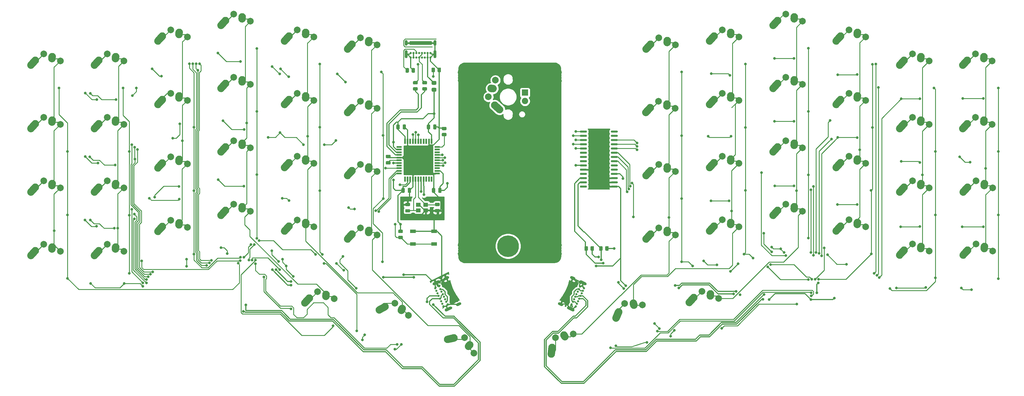
<source format=gbr>
%TF.GenerationSoftware,KiCad,Pcbnew,5.1.10*%
%TF.CreationDate,2021-09-05T22:53:56-04:00*%
%TF.ProjectId,tryptris_pcb,74727970-7472-4697-935f-7063622e6b69,rev?*%
%TF.SameCoordinates,Original*%
%TF.FileFunction,Copper,L1,Top*%
%TF.FilePolarity,Positive*%
%FSLAX46Y46*%
G04 Gerber Fmt 4.6, Leading zero omitted, Abs format (unit mm)*
G04 Created by KiCad (PCBNEW 5.1.10) date 2021-09-05 22:53:56*
%MOMM*%
%LPD*%
G01*
G04 APERTURE LIST*
%TA.AperFunction,ComponentPad*%
%ADD10C,2.000000*%
%TD*%
%TA.AperFunction,ComponentPad*%
%ADD11C,2.250000*%
%TD*%
%TA.AperFunction,ComponentPad*%
%ADD12C,0.650000*%
%TD*%
%TA.AperFunction,ComponentPad*%
%ADD13R,1.905000X1.905000*%
%TD*%
%TA.AperFunction,ComponentPad*%
%ADD14C,1.905000*%
%TD*%
%TA.AperFunction,ComponentPad*%
%ADD15C,6.500000*%
%TD*%
%TA.AperFunction,SMDPad,CuDef*%
%ADD16R,1.700000X1.000000*%
%TD*%
%TA.AperFunction,ComponentPad*%
%ADD17O,0.900000X2.400000*%
%TD*%
%TA.AperFunction,ComponentPad*%
%ADD18O,0.900000X1.700000*%
%TD*%
%TA.AperFunction,SMDPad,CuDef*%
%ADD19R,1.400000X1.200000*%
%TD*%
%TA.AperFunction,SMDPad,CuDef*%
%ADD20R,0.550000X1.500000*%
%TD*%
%TA.AperFunction,SMDPad,CuDef*%
%ADD21R,1.500000X0.550000*%
%TD*%
%TA.AperFunction,ViaPad*%
%ADD22C,0.800000*%
%TD*%
%TA.AperFunction,Conductor*%
%ADD23C,0.250000*%
%TD*%
%TA.AperFunction,Conductor*%
%ADD24C,0.375000*%
%TD*%
%TA.AperFunction,Conductor*%
%ADD25C,0.300000*%
%TD*%
%TA.AperFunction,Conductor*%
%ADD26C,0.254000*%
%TD*%
%TA.AperFunction,Conductor*%
%ADD27C,0.100000*%
%TD*%
%TA.AperFunction,NonConductor*%
%ADD28C,0.254000*%
%TD*%
%TA.AperFunction,NonConductor*%
%ADD29C,0.100000*%
%TD*%
G04 APERTURE END LIST*
D10*
%TO.P,MX47,2*%
%TO.N,Net-(D47-Pad2)*%
X239776000Y-93795000D03*
%TO.P,MX47,1*%
%TO.N,Col7*%
X244776000Y-95895000D03*
D11*
%TO.P,MX47,2*%
%TO.N,Net-(D47-Pad2)*%
X237276000Y-95695000D03*
%TA.AperFunction,ComponentPad*%
G36*
G01*
X235214688Y-97992350D02*
X235214688Y-97992350D01*
G75*
G02*
X235128650Y-96403688I751312J837350D01*
G01*
X236438640Y-94943680D01*
G75*
G02*
X238027302Y-94857642I837350J-751312D01*
G01*
X238027302Y-94857642D01*
G75*
G02*
X238113340Y-96446304I-751312J-837350D01*
G01*
X236803350Y-97906312D01*
G75*
G02*
X235214688Y-97992350I-837350J751312D01*
G01*
G37*
%TD.AperFunction*%
%TO.P,MX47,1*%
%TO.N,Col7*%
X242316000Y-94615000D03*
%TA.AperFunction,ComponentPad*%
G36*
G01*
X242199483Y-96317395D02*
X242199483Y-96317395D01*
G75*
G02*
X241153605Y-95118483I76517J1122395D01*
G01*
X241193147Y-94538451D01*
G75*
G02*
X242392059Y-93492573I1122395J-76517D01*
G01*
X242392059Y-93492573D01*
G75*
G02*
X243437937Y-94691485I-76517J-1122395D01*
G01*
X243398395Y-95271517D01*
G75*
G02*
X242199483Y-96317395I-1122395J76517D01*
G01*
G37*
%TD.AperFunction*%
%TD*%
%TO.P,R7,2*%
%TO.N,VBUS*%
%TA.AperFunction,SMDPad,CuDef*%
G36*
G01*
X204665001Y-102845002D02*
X204665001Y-101945000D01*
G75*
G02*
X204915000Y-101695001I249999J0D01*
G01*
X205440002Y-101695001D01*
G75*
G02*
X205690001Y-101945000I0J-249999D01*
G01*
X205690001Y-102845002D01*
G75*
G02*
X205440002Y-103095001I-249999J0D01*
G01*
X204915000Y-103095001D01*
G75*
G02*
X204665001Y-102845002I0J249999D01*
G01*
G37*
%TD.AperFunction*%
%TO.P,R7,1*%
%TO.N,SDA-R*%
%TA.AperFunction,SMDPad,CuDef*%
G36*
G01*
X202840001Y-102845002D02*
X202840001Y-101945000D01*
G75*
G02*
X203090000Y-101695001I249999J0D01*
G01*
X203615002Y-101695001D01*
G75*
G02*
X203865001Y-101945000I0J-249999D01*
G01*
X203865001Y-102845002D01*
G75*
G02*
X203615002Y-103095001I-249999J0D01*
G01*
X203090000Y-103095001D01*
G75*
G02*
X202840001Y-102845002I0J249999D01*
G01*
G37*
%TD.AperFunction*%
%TD*%
%TO.P,R6,2*%
%TO.N,VBUS*%
%TA.AperFunction,SMDPad,CuDef*%
G36*
G01*
X200255001Y-102845002D02*
X200255001Y-101945000D01*
G75*
G02*
X200505000Y-101695001I249999J0D01*
G01*
X201030002Y-101695001D01*
G75*
G02*
X201280001Y-101945000I0J-249999D01*
G01*
X201280001Y-102845002D01*
G75*
G02*
X201030002Y-103095001I-249999J0D01*
G01*
X200505000Y-103095001D01*
G75*
G02*
X200255001Y-102845002I0J249999D01*
G01*
G37*
%TD.AperFunction*%
%TO.P,R6,1*%
%TO.N,SCL-R*%
%TA.AperFunction,SMDPad,CuDef*%
G36*
G01*
X198430001Y-102845002D02*
X198430001Y-101945000D01*
G75*
G02*
X198680000Y-101695001I249999J0D01*
G01*
X199205002Y-101695001D01*
G75*
G02*
X199455001Y-101945000I0J-249999D01*
G01*
X199455001Y-102845002D01*
G75*
G02*
X199205002Y-103095001I-249999J0D01*
G01*
X198680000Y-103095001D01*
G75*
G02*
X198430001Y-102845002I0J249999D01*
G01*
G37*
%TD.AperFunction*%
%TD*%
D12*
%TO.P,J3,A5*%
%TO.N,Net-(J3-PadA5)*%
X197583016Y-115897129D03*
%TO.P,J3,A1*%
%TO.N,VSS*%
X198301467Y-114356406D03*
%TO.P,J3,A4*%
%TO.N,VBUS*%
X197942241Y-115126767D03*
%TO.P,J3,A6*%
%TO.N,SDA-R*%
X197223790Y-116667491D03*
%TO.P,J3,A7*%
%TO.N,SCL-R*%
X196864565Y-117437852D03*
%TO.P,J3,A8*%
%TO.N,Net-(J3-PadA8)*%
X196505339Y-118208214D03*
%TO.P,J3,A9*%
%TO.N,VBUS*%
X196146114Y-118978575D03*
%TO.P,J3,A12*%
%TO.N,VSS*%
X195786888Y-119748937D03*
%TO.P,J3,B12*%
X197100609Y-113796437D03*
%TO.P,J3,B9*%
%TO.N,VBUS*%
X196739270Y-114571330D03*
%TO.P,J3,B8*%
%TO.N,Net-(J3-PadB8)*%
X196380045Y-115341691D03*
%TO.P,J3,B7*%
%TO.N,SCL-R*%
X196020819Y-116112053D03*
%TO.P,J3,B6*%
%TO.N,SDA-R*%
X195661594Y-116882415D03*
%TO.P,J3,B5*%
%TO.N,Net-(J3-PadB5)*%
X195302368Y-117652776D03*
%TO.P,J3,B4*%
%TO.N,VBUS*%
X194943143Y-118423138D03*
%TO.P,J3,B1*%
%TO.N,VSS*%
X194583917Y-119193499D03*
%TO.P,J3,S1*%
%TA.AperFunction,ComponentPad*%
G36*
G01*
X197494267Y-111993921D02*
X198853729Y-112627849D01*
G75*
G02*
X199071390Y-113225866I-190178J-407839D01*
G01*
X199071390Y-113225866D01*
G75*
G02*
X198473373Y-113443527I-407839J190178D01*
G01*
X197113911Y-112809599D01*
G75*
G02*
X196896250Y-112211582I190178J407839D01*
G01*
X196896250Y-112211582D01*
G75*
G02*
X197494267Y-111993921I407839J-190178D01*
G01*
G37*
%TD.AperFunction*%
%TA.AperFunction,ComponentPad*%
G36*
G01*
X193838619Y-119833484D02*
X195198081Y-120467412D01*
G75*
G02*
X195415742Y-121065429I-190178J-407839D01*
G01*
X195415742Y-121065429D01*
G75*
G02*
X194817725Y-121283090I-407839J190178D01*
G01*
X193458263Y-120649162D01*
G75*
G02*
X193240602Y-120051145I190178J407839D01*
G01*
X193240602Y-120051145D01*
G75*
G02*
X193838619Y-119833484I407839J-190178D01*
G01*
G37*
%TD.AperFunction*%
%TA.AperFunction,ComponentPad*%
G36*
G01*
X194748155Y-110713389D02*
X195473201Y-111051483D01*
G75*
G02*
X195690862Y-111649500I-190178J-407839D01*
G01*
X195690862Y-111649500D01*
G75*
G02*
X195092845Y-111867161I-407839J190178D01*
G01*
X194367799Y-111529067D01*
G75*
G02*
X194150138Y-110931050I190178J407839D01*
G01*
X194150138Y-110931050D01*
G75*
G02*
X194748155Y-110713389I407839J-190178D01*
G01*
G37*
%TD.AperFunction*%
%TA.AperFunction,ComponentPad*%
G36*
G01*
X191092507Y-118552951D02*
X191817553Y-118891045D01*
G75*
G02*
X192035214Y-119489062I-190178J-407839D01*
G01*
X192035214Y-119489062D01*
G75*
G02*
X191437197Y-119706723I-407839J190178D01*
G01*
X190712151Y-119368629D01*
G75*
G02*
X190494490Y-118770612I190178J407839D01*
G01*
X190494490Y-118770612D01*
G75*
G02*
X191092507Y-118552951I407839J-190178D01*
G01*
G37*
%TD.AperFunction*%
%TD*%
%TO.P,J2,A5*%
%TO.N,Net-(J2-PadA5)*%
X155437961Y-118208039D03*
%TO.P,J2,A1*%
%TO.N,GND*%
X156156412Y-119748762D03*
%TO.P,J2,A4*%
%TO.N,+5V*%
X155797186Y-118978400D03*
%TO.P,J2,A6*%
%TO.N,SDA-L*%
X155078735Y-117437677D03*
%TO.P,J2,A7*%
%TO.N,SCL-L*%
X154719510Y-116667316D03*
%TO.P,J2,A8*%
%TO.N,Net-(J2-PadA8)*%
X154360284Y-115896954D03*
%TO.P,J2,A9*%
%TO.N,+5V*%
X154001059Y-115126592D03*
%TO.P,J2,A12*%
%TO.N,GND*%
X153641833Y-114356231D03*
%TO.P,J2,B12*%
X157357270Y-119188793D03*
%TO.P,J2,B9*%
%TO.N,+5V*%
X156995931Y-118413900D03*
%TO.P,J2,B8*%
%TO.N,Net-(J2-PadB8)*%
X156636706Y-117643538D03*
%TO.P,J2,B7*%
%TO.N,SCL-L*%
X156277480Y-116873176D03*
%TO.P,J2,B6*%
%TO.N,SDA-L*%
X155918254Y-116102815D03*
%TO.P,J2,B5*%
%TO.N,Net-(J2-PadB5)*%
X155559029Y-115332453D03*
%TO.P,J2,B4*%
%TO.N,+5V*%
X155199803Y-114562092D03*
%TO.P,J2,B1*%
%TO.N,GND*%
X154840578Y-113791730D03*
%TO.P,J2,S1*%
%TA.AperFunction,ComponentPad*%
G36*
G01*
X158485037Y-120648987D02*
X157125575Y-121282915D01*
G75*
G02*
X156527558Y-121065254I-190178J407839D01*
G01*
X156527558Y-121065254D01*
G75*
G02*
X156745219Y-120467237I407839J190178D01*
G01*
X158104681Y-119833309D01*
G75*
G02*
X158702698Y-120050970I190178J-407839D01*
G01*
X158702698Y-120050970D01*
G75*
G02*
X158485037Y-120648987I-407839J-190178D01*
G01*
G37*
%TD.AperFunction*%
%TA.AperFunction,ComponentPad*%
G36*
G01*
X154829389Y-112809424D02*
X153469927Y-113443352D01*
G75*
G02*
X152871910Y-113225691I-190178J407839D01*
G01*
X152871910Y-113225691D01*
G75*
G02*
X153089571Y-112627674I407839J190178D01*
G01*
X154449033Y-111993746D01*
G75*
G02*
X155047050Y-112211407I190178J-407839D01*
G01*
X155047050Y-112211407D01*
G75*
G02*
X154829389Y-112809424I-407839J-190178D01*
G01*
G37*
%TD.AperFunction*%
%TA.AperFunction,ComponentPad*%
G36*
G01*
X161231149Y-119368454D02*
X160506103Y-119706548D01*
G75*
G02*
X159908086Y-119488887I-190178J407839D01*
G01*
X159908086Y-119488887D01*
G75*
G02*
X160125747Y-118890870I407839J190178D01*
G01*
X160850793Y-118552776D01*
G75*
G02*
X161448810Y-118770437I190178J-407839D01*
G01*
X161448810Y-118770437D01*
G75*
G02*
X161231149Y-119368454I-407839J-190178D01*
G01*
G37*
%TD.AperFunction*%
%TA.AperFunction,ComponentPad*%
G36*
G01*
X157575501Y-111528892D02*
X156850455Y-111866986D01*
G75*
G02*
X156252438Y-111649325I-190178J407839D01*
G01*
X156252438Y-111649325D01*
G75*
G02*
X156470099Y-111051308I407839J190178D01*
G01*
X157195145Y-110713214D01*
G75*
G02*
X157793162Y-110930875I190178J-407839D01*
G01*
X157793162Y-110930875D01*
G75*
G02*
X157575501Y-111528892I-407839J-190178D01*
G01*
G37*
%TD.AperFunction*%
%TD*%
D13*
%TO.P,REF\u002A\u002A,4*%
%TO.N,N/C*%
X180580000Y-55630000D03*
D14*
%TO.P,REF\u002A\u002A,3*%
X180580000Y-58170000D03*
D10*
%TO.P,REF\u002A\u002A,1*%
X169600000Y-56900000D03*
%TO.P,REF\u002A\u002A,2*%
X171700000Y-51900000D03*
D11*
%TO.P,REF\u002A\u002A,1*%
X171500000Y-59400000D03*
%TA.AperFunction,ComponentPad*%
G36*
G01*
X173797350Y-61461312D02*
X173797350Y-61461312D01*
G75*
G02*
X172208688Y-61547350I-837350J751312D01*
G01*
X170748680Y-60237360D01*
G75*
G02*
X170662642Y-58648698I751312J837350D01*
G01*
X170662642Y-58648698D01*
G75*
G02*
X172251304Y-58562660I837350J-751312D01*
G01*
X173711312Y-59872650D01*
G75*
G02*
X173797350Y-61461312I-751312J-837350D01*
G01*
G37*
%TD.AperFunction*%
%TO.P,REF\u002A\u002A,2*%
X170420000Y-54360000D03*
%TA.AperFunction,ComponentPad*%
G36*
G01*
X172122395Y-54476517D02*
X172122395Y-54476517D01*
G75*
G02*
X170923483Y-55522395I-1122395J76517D01*
G01*
X170343451Y-55482853D01*
G75*
G02*
X169297573Y-54283941I76517J1122395D01*
G01*
X169297573Y-54283941D01*
G75*
G02*
X170496485Y-53238063I1122395J-76517D01*
G01*
X171076517Y-53277605D01*
G75*
G02*
X172122395Y-54476517I-76517J-1122395D01*
G01*
G37*
%TD.AperFunction*%
%TD*%
D15*
%TO.P,U4,*%
%TO.N,*%
X175500000Y-101700000D03*
%TD*%
%TO.P,F1,2*%
%TO.N,VCC*%
%TA.AperFunction,SMDPad,CuDef*%
G36*
G01*
X153739001Y-53271000D02*
X152838999Y-53271000D01*
G75*
G02*
X152589000Y-53021001I0J249999D01*
G01*
X152589000Y-52370999D01*
G75*
G02*
X152838999Y-52121000I249999J0D01*
G01*
X153739001Y-52121000D01*
G75*
G02*
X153989000Y-52370999I0J-249999D01*
G01*
X153989000Y-53021001D01*
G75*
G02*
X153739001Y-53271000I-249999J0D01*
G01*
G37*
%TD.AperFunction*%
%TO.P,F1,1*%
%TO.N,+5V*%
%TA.AperFunction,SMDPad,CuDef*%
G36*
G01*
X153739001Y-55321000D02*
X152838999Y-55321000D01*
G75*
G02*
X152589000Y-55071001I0J249999D01*
G01*
X152589000Y-54420999D01*
G75*
G02*
X152838999Y-54171000I249999J0D01*
G01*
X153739001Y-54171000D01*
G75*
G02*
X153989000Y-54420999I0J-249999D01*
G01*
X153989000Y-55071001D01*
G75*
G02*
X153739001Y-55321000I-249999J0D01*
G01*
G37*
%TD.AperFunction*%
%TD*%
D10*
%TO.P,MX40,2*%
%TO.N,Net-(D40-Pad2)*%
X220726000Y-77158000D03*
%TO.P,MX40,1*%
%TO.N,Col6*%
X225726000Y-79258000D03*
D11*
%TO.P,MX40,2*%
%TO.N,Net-(D40-Pad2)*%
X218226000Y-79058000D03*
%TA.AperFunction,ComponentPad*%
G36*
G01*
X216164688Y-81355350D02*
X216164688Y-81355350D01*
G75*
G02*
X216078650Y-79766688I751312J837350D01*
G01*
X217388640Y-78306680D01*
G75*
G02*
X218977302Y-78220642I837350J-751312D01*
G01*
X218977302Y-78220642D01*
G75*
G02*
X219063340Y-79809304I-751312J-837350D01*
G01*
X217753350Y-81269312D01*
G75*
G02*
X216164688Y-81355350I-837350J751312D01*
G01*
G37*
%TD.AperFunction*%
%TO.P,MX40,1*%
%TO.N,Col6*%
X223266000Y-77978000D03*
%TA.AperFunction,ComponentPad*%
G36*
G01*
X223149483Y-79680395D02*
X223149483Y-79680395D01*
G75*
G02*
X222103605Y-78481483I76517J1122395D01*
G01*
X222143147Y-77901451D01*
G75*
G02*
X223342059Y-76855573I1122395J-76517D01*
G01*
X223342059Y-76855573D01*
G75*
G02*
X224387937Y-78054485I-76517J-1122395D01*
G01*
X224348395Y-78634517D01*
G75*
G02*
X223149483Y-79680395I-1122395J76517D01*
G01*
G37*
%TD.AperFunction*%
%TD*%
D10*
%TO.P,MX8,2*%
%TO.N,Net-(D8-Pad2)*%
X55245000Y-63061000D03*
%TO.P,MX8,1*%
%TO.N,Col1*%
X60245000Y-65161000D03*
D11*
%TO.P,MX8,2*%
%TO.N,Net-(D8-Pad2)*%
X52745000Y-64961000D03*
%TA.AperFunction,ComponentPad*%
G36*
G01*
X50683688Y-67258350D02*
X50683688Y-67258350D01*
G75*
G02*
X50597650Y-65669688I751312J837350D01*
G01*
X51907640Y-64209680D01*
G75*
G02*
X53496302Y-64123642I837350J-751312D01*
G01*
X53496302Y-64123642D01*
G75*
G02*
X53582340Y-65712304I-751312J-837350D01*
G01*
X52272350Y-67172312D01*
G75*
G02*
X50683688Y-67258350I-837350J751312D01*
G01*
G37*
%TD.AperFunction*%
%TO.P,MX8,1*%
%TO.N,Col1*%
X57785000Y-63881000D03*
%TA.AperFunction,ComponentPad*%
G36*
G01*
X57668483Y-65583395D02*
X57668483Y-65583395D01*
G75*
G02*
X56622605Y-64384483I76517J1122395D01*
G01*
X56662147Y-63804451D01*
G75*
G02*
X57861059Y-62758573I1122395J-76517D01*
G01*
X57861059Y-62758573D01*
G75*
G02*
X58906937Y-63957485I-76517J-1122395D01*
G01*
X58867395Y-64537517D01*
G75*
G02*
X57668483Y-65583395I-1122395J76517D01*
G01*
G37*
%TD.AperFunction*%
%TD*%
D16*
%TO.P,SW1,1*%
%TO.N,GND*%
X147016000Y-97251000D03*
X153316000Y-97251000D03*
%TO.P,SW1,2*%
%TO.N,Net-(R1-Pad2)*%
X147016000Y-101051000D03*
X153316000Y-101051000D03*
%TD*%
D10*
%TO.P,MX54,2*%
%TO.N,Net-(D54-Pad2)*%
X233680000Y-115258000D03*
%TO.P,MX54,1*%
%TO.N,Col8*%
X238680000Y-117358000D03*
D11*
%TO.P,MX54,2*%
%TO.N,Net-(D54-Pad2)*%
X231180000Y-117158000D03*
%TA.AperFunction,ComponentPad*%
G36*
G01*
X229118688Y-119455350D02*
X229118688Y-119455350D01*
G75*
G02*
X229032650Y-117866688I751312J837350D01*
G01*
X230342640Y-116406680D01*
G75*
G02*
X231931302Y-116320642I837350J-751312D01*
G01*
X231931302Y-116320642D01*
G75*
G02*
X232017340Y-117909304I-751312J-837350D01*
G01*
X230707350Y-119369312D01*
G75*
G02*
X229118688Y-119455350I-837350J751312D01*
G01*
G37*
%TD.AperFunction*%
%TO.P,MX54,1*%
%TO.N,Col8*%
X236220000Y-116078000D03*
%TA.AperFunction,ComponentPad*%
G36*
G01*
X236103483Y-117780395D02*
X236103483Y-117780395D01*
G75*
G02*
X235057605Y-116581483I76517J1122395D01*
G01*
X235097147Y-116001451D01*
G75*
G02*
X236296059Y-114955573I1122395J-76517D01*
G01*
X236296059Y-114955573D01*
G75*
G02*
X237341937Y-116154485I-76517J-1122395D01*
G01*
X237302395Y-116734517D01*
G75*
G02*
X236103483Y-117780395I-1122395J76517D01*
G01*
G37*
%TD.AperFunction*%
%TD*%
D10*
%TO.P,MX53,2*%
%TO.N,Net-(D53-Pad2)*%
X210437069Y-118900328D03*
%TO.P,MX53,1*%
%TO.N,Col7*%
X215845027Y-119305285D03*
D11*
%TO.P,MX53,2*%
%TO.N,Net-(D53-Pad2)*%
X208669138Y-121495405D03*
%TA.AperFunction,ComponentPad*%
G36*
G01*
X207443308Y-124328101D02*
X207443308Y-124328101D01*
G75*
G02*
X206857625Y-122848836I446791J1032474D01*
G01*
X207636653Y-121048608D01*
G75*
G02*
X209115918Y-120462925I1032474J-446791D01*
G01*
X209115918Y-120462925D01*
G75*
G02*
X209701601Y-121942190I-446791J-1032474D01*
G01*
X208922573Y-123742418D01*
G75*
G02*
X207443308Y-124328101I-1032474J446791D01*
G01*
G37*
%TD.AperFunction*%
%TO.P,MX53,1*%
%TO.N,Col7*%
X213106000Y-118872000D03*
%TA.AperFunction,ComponentPad*%
G36*
G01*
X213535682Y-120523393D02*
X213535682Y-120523393D01*
G75*
G02*
X212163431Y-119718298I-283578J1088673D01*
G01*
X212016883Y-119155694D01*
G75*
G02*
X212821978Y-117783443I1088673J283578D01*
G01*
X212821978Y-117783443D01*
G75*
G02*
X214194229Y-118588538I283578J-1088673D01*
G01*
X214340777Y-119151142D01*
G75*
G02*
X213535682Y-120523393I-1088673J-283578D01*
G01*
G37*
%TD.AperFunction*%
%TD*%
D10*
%TO.P,MX52,2*%
%TO.N,Net-(D52-Pad2)*%
X189720266Y-129159888D03*
%TO.P,MX52,1*%
%TO.N,Col6*%
X195030350Y-128058522D03*
D11*
%TO.P,MX52,2*%
%TO.N,Net-(D52-Pad2)*%
X188736123Y-132141744D03*
%TA.AperFunction,ComponentPad*%
G36*
G01*
X188338575Y-135202590D02*
X188338575Y-135202590D01*
G75*
G02*
X187367840Y-133942065I144895J1115630D01*
G01*
X187620480Y-131996847D01*
G75*
G02*
X188881005Y-131026112I1115630J-144895D01*
G01*
X188881005Y-131026112D01*
G75*
G02*
X189851740Y-132286637I-144895J-1115630D01*
G01*
X189599100Y-134231855D01*
G75*
G02*
X188338575Y-135202590I-1115630J144895D01*
G01*
G37*
%TD.AperFunction*%
%TO.P,MX52,1*%
%TO.N,Col6*%
X192278000Y-128397000D03*
%TA.AperFunction,ComponentPad*%
G36*
G01*
X193146222Y-129865985D02*
X193146222Y-129865985D01*
G75*
G02*
X191605215Y-129470322I-572672J968335D01*
G01*
X191309269Y-128969906D01*
G75*
G02*
X191704932Y-127428899I968335J572672D01*
G01*
X191704932Y-127428899D01*
G75*
G02*
X193245939Y-127824562I572672J-968335D01*
G01*
X193541885Y-128324978D01*
G75*
G02*
X193146222Y-129865985I-968335J-572672D01*
G01*
G37*
%TD.AperFunction*%
%TD*%
D10*
%TO.P,MX51,2*%
%TO.N,Net-(D51-Pad2)*%
X315849000Y-101034000D03*
%TO.P,MX51,1*%
%TO.N,Col11*%
X320849000Y-103134000D03*
D11*
%TO.P,MX51,2*%
%TO.N,Net-(D51-Pad2)*%
X313349000Y-102934000D03*
%TA.AperFunction,ComponentPad*%
G36*
G01*
X311287688Y-105231350D02*
X311287688Y-105231350D01*
G75*
G02*
X311201650Y-103642688I751312J837350D01*
G01*
X312511640Y-102182680D01*
G75*
G02*
X314100302Y-102096642I837350J-751312D01*
G01*
X314100302Y-102096642D01*
G75*
G02*
X314186340Y-103685304I-751312J-837350D01*
G01*
X312876350Y-105145312D01*
G75*
G02*
X311287688Y-105231350I-837350J751312D01*
G01*
G37*
%TD.AperFunction*%
%TO.P,MX51,1*%
%TO.N,Col11*%
X318389000Y-101854000D03*
%TA.AperFunction,ComponentPad*%
G36*
G01*
X318272483Y-103556395D02*
X318272483Y-103556395D01*
G75*
G02*
X317226605Y-102357483I76517J1122395D01*
G01*
X317266147Y-101777451D01*
G75*
G02*
X318465059Y-100731573I1122395J-76517D01*
G01*
X318465059Y-100731573D01*
G75*
G02*
X319510937Y-101930485I-76517J-1122395D01*
G01*
X319471395Y-102510517D01*
G75*
G02*
X318272483Y-103556395I-1122395J76517D01*
G01*
G37*
%TD.AperFunction*%
%TD*%
D10*
%TO.P,MX50,2*%
%TO.N,Net-(D50-Pad2)*%
X296799000Y-101034000D03*
%TO.P,MX50,1*%
%TO.N,Col10*%
X301799000Y-103134000D03*
D11*
%TO.P,MX50,2*%
%TO.N,Net-(D50-Pad2)*%
X294299000Y-102934000D03*
%TA.AperFunction,ComponentPad*%
G36*
G01*
X292237688Y-105231350D02*
X292237688Y-105231350D01*
G75*
G02*
X292151650Y-103642688I751312J837350D01*
G01*
X293461640Y-102182680D01*
G75*
G02*
X295050302Y-102096642I837350J-751312D01*
G01*
X295050302Y-102096642D01*
G75*
G02*
X295136340Y-103685304I-751312J-837350D01*
G01*
X293826350Y-105145312D01*
G75*
G02*
X292237688Y-105231350I-837350J751312D01*
G01*
G37*
%TD.AperFunction*%
%TO.P,MX50,1*%
%TO.N,Col10*%
X299339000Y-101854000D03*
%TA.AperFunction,ComponentPad*%
G36*
G01*
X299222483Y-103556395D02*
X299222483Y-103556395D01*
G75*
G02*
X298176605Y-102357483I76517J1122395D01*
G01*
X298216147Y-101777451D01*
G75*
G02*
X299415059Y-100731573I1122395J-76517D01*
G01*
X299415059Y-100731573D01*
G75*
G02*
X300460937Y-101930485I-76517J-1122395D01*
G01*
X300421395Y-102510517D01*
G75*
G02*
X299222483Y-103556395I-1122395J76517D01*
G01*
G37*
%TD.AperFunction*%
%TD*%
D10*
%TO.P,MX49,2*%
%TO.N,Net-(D49-Pad2)*%
X277749000Y-93795000D03*
%TO.P,MX49,1*%
%TO.N,Col9*%
X282749000Y-95895000D03*
D11*
%TO.P,MX49,2*%
%TO.N,Net-(D49-Pad2)*%
X275249000Y-95695000D03*
%TA.AperFunction,ComponentPad*%
G36*
G01*
X273187688Y-97992350D02*
X273187688Y-97992350D01*
G75*
G02*
X273101650Y-96403688I751312J837350D01*
G01*
X274411640Y-94943680D01*
G75*
G02*
X276000302Y-94857642I837350J-751312D01*
G01*
X276000302Y-94857642D01*
G75*
G02*
X276086340Y-96446304I-751312J-837350D01*
G01*
X274776350Y-97906312D01*
G75*
G02*
X273187688Y-97992350I-837350J751312D01*
G01*
G37*
%TD.AperFunction*%
%TO.P,MX49,1*%
%TO.N,Col9*%
X280289000Y-94615000D03*
%TA.AperFunction,ComponentPad*%
G36*
G01*
X280172483Y-96317395D02*
X280172483Y-96317395D01*
G75*
G02*
X279126605Y-95118483I76517J1122395D01*
G01*
X279166147Y-94538451D01*
G75*
G02*
X280365059Y-93492573I1122395J-76517D01*
G01*
X280365059Y-93492573D01*
G75*
G02*
X281410937Y-94691485I-76517J-1122395D01*
G01*
X281371395Y-95271517D01*
G75*
G02*
X280172483Y-96317395I-1122395J76517D01*
G01*
G37*
%TD.AperFunction*%
%TD*%
D10*
%TO.P,MX48,2*%
%TO.N,Net-(D48-Pad2)*%
X258826000Y-89096000D03*
%TO.P,MX48,1*%
%TO.N,Col8*%
X263826000Y-91196000D03*
D11*
%TO.P,MX48,2*%
%TO.N,Net-(D48-Pad2)*%
X256326000Y-90996000D03*
%TA.AperFunction,ComponentPad*%
G36*
G01*
X254264688Y-93293350D02*
X254264688Y-93293350D01*
G75*
G02*
X254178650Y-91704688I751312J837350D01*
G01*
X255488640Y-90244680D01*
G75*
G02*
X257077302Y-90158642I837350J-751312D01*
G01*
X257077302Y-90158642D01*
G75*
G02*
X257163340Y-91747304I-751312J-837350D01*
G01*
X255853350Y-93207312D01*
G75*
G02*
X254264688Y-93293350I-837350J751312D01*
G01*
G37*
%TD.AperFunction*%
%TO.P,MX48,1*%
%TO.N,Col8*%
X261366000Y-89916000D03*
%TA.AperFunction,ComponentPad*%
G36*
G01*
X261249483Y-91618395D02*
X261249483Y-91618395D01*
G75*
G02*
X260203605Y-90419483I76517J1122395D01*
G01*
X260243147Y-89839451D01*
G75*
G02*
X261442059Y-88793573I1122395J-76517D01*
G01*
X261442059Y-88793573D01*
G75*
G02*
X262487937Y-89992485I-76517J-1122395D01*
G01*
X262448395Y-90572517D01*
G75*
G02*
X261249483Y-91618395I-1122395J76517D01*
G01*
G37*
%TD.AperFunction*%
%TD*%
D10*
%TO.P,MX46,2*%
%TO.N,Net-(D46-Pad2)*%
X220726000Y-96208000D03*
%TO.P,MX46,1*%
%TO.N,Col6*%
X225726000Y-98308000D03*
D11*
%TO.P,MX46,2*%
%TO.N,Net-(D46-Pad2)*%
X218226000Y-98108000D03*
%TA.AperFunction,ComponentPad*%
G36*
G01*
X216164688Y-100405350D02*
X216164688Y-100405350D01*
G75*
G02*
X216078650Y-98816688I751312J837350D01*
G01*
X217388640Y-97356680D01*
G75*
G02*
X218977302Y-97270642I837350J-751312D01*
G01*
X218977302Y-97270642D01*
G75*
G02*
X219063340Y-98859304I-751312J-837350D01*
G01*
X217753350Y-100319312D01*
G75*
G02*
X216164688Y-100405350I-837350J751312D01*
G01*
G37*
%TD.AperFunction*%
%TO.P,MX46,1*%
%TO.N,Col6*%
X223266000Y-97028000D03*
%TA.AperFunction,ComponentPad*%
G36*
G01*
X223149483Y-98730395D02*
X223149483Y-98730395D01*
G75*
G02*
X222103605Y-97531483I76517J1122395D01*
G01*
X222143147Y-96951451D01*
G75*
G02*
X223342059Y-95905573I1122395J-76517D01*
G01*
X223342059Y-95905573D01*
G75*
G02*
X224387937Y-97104485I-76517J-1122395D01*
G01*
X224348395Y-97684517D01*
G75*
G02*
X223149483Y-98730395I-1122395J76517D01*
G01*
G37*
%TD.AperFunction*%
%TD*%
D10*
%TO.P,MX45,2*%
%TO.N,Net-(D45-Pad2)*%
X315849000Y-82111000D03*
%TO.P,MX45,1*%
%TO.N,Col11*%
X320849000Y-84211000D03*
D11*
%TO.P,MX45,2*%
%TO.N,Net-(D45-Pad2)*%
X313349000Y-84011000D03*
%TA.AperFunction,ComponentPad*%
G36*
G01*
X311287688Y-86308350D02*
X311287688Y-86308350D01*
G75*
G02*
X311201650Y-84719688I751312J837350D01*
G01*
X312511640Y-83259680D01*
G75*
G02*
X314100302Y-83173642I837350J-751312D01*
G01*
X314100302Y-83173642D01*
G75*
G02*
X314186340Y-84762304I-751312J-837350D01*
G01*
X312876350Y-86222312D01*
G75*
G02*
X311287688Y-86308350I-837350J751312D01*
G01*
G37*
%TD.AperFunction*%
%TO.P,MX45,1*%
%TO.N,Col11*%
X318389000Y-82931000D03*
%TA.AperFunction,ComponentPad*%
G36*
G01*
X318272483Y-84633395D02*
X318272483Y-84633395D01*
G75*
G02*
X317226605Y-83434483I76517J1122395D01*
G01*
X317266147Y-82854451D01*
G75*
G02*
X318465059Y-81808573I1122395J-76517D01*
G01*
X318465059Y-81808573D01*
G75*
G02*
X319510937Y-83007485I-76517J-1122395D01*
G01*
X319471395Y-83587517D01*
G75*
G02*
X318272483Y-84633395I-1122395J76517D01*
G01*
G37*
%TD.AperFunction*%
%TD*%
D10*
%TO.P,MX44,2*%
%TO.N,Net-(D44-Pad2)*%
X296799000Y-82111000D03*
%TO.P,MX44,1*%
%TO.N,Col10*%
X301799000Y-84211000D03*
D11*
%TO.P,MX44,2*%
%TO.N,Net-(D44-Pad2)*%
X294299000Y-84011000D03*
%TA.AperFunction,ComponentPad*%
G36*
G01*
X292237688Y-86308350D02*
X292237688Y-86308350D01*
G75*
G02*
X292151650Y-84719688I751312J837350D01*
G01*
X293461640Y-83259680D01*
G75*
G02*
X295050302Y-83173642I837350J-751312D01*
G01*
X295050302Y-83173642D01*
G75*
G02*
X295136340Y-84762304I-751312J-837350D01*
G01*
X293826350Y-86222312D01*
G75*
G02*
X292237688Y-86308350I-837350J751312D01*
G01*
G37*
%TD.AperFunction*%
%TO.P,MX44,1*%
%TO.N,Col10*%
X299339000Y-82931000D03*
%TA.AperFunction,ComponentPad*%
G36*
G01*
X299222483Y-84633395D02*
X299222483Y-84633395D01*
G75*
G02*
X298176605Y-83434483I76517J1122395D01*
G01*
X298216147Y-82854451D01*
G75*
G02*
X299415059Y-81808573I1122395J-76517D01*
G01*
X299415059Y-81808573D01*
G75*
G02*
X300460937Y-83007485I-76517J-1122395D01*
G01*
X300421395Y-83587517D01*
G75*
G02*
X299222483Y-84633395I-1122395J76517D01*
G01*
G37*
%TD.AperFunction*%
%TD*%
D10*
%TO.P,MX43,2*%
%TO.N,Net-(D43-Pad2)*%
X277749000Y-74745000D03*
%TO.P,MX43,1*%
%TO.N,Col9*%
X282749000Y-76845000D03*
D11*
%TO.P,MX43,2*%
%TO.N,Net-(D43-Pad2)*%
X275249000Y-76645000D03*
%TA.AperFunction,ComponentPad*%
G36*
G01*
X273187688Y-78942350D02*
X273187688Y-78942350D01*
G75*
G02*
X273101650Y-77353688I751312J837350D01*
G01*
X274411640Y-75893680D01*
G75*
G02*
X276000302Y-75807642I837350J-751312D01*
G01*
X276000302Y-75807642D01*
G75*
G02*
X276086340Y-77396304I-751312J-837350D01*
G01*
X274776350Y-78856312D01*
G75*
G02*
X273187688Y-78942350I-837350J751312D01*
G01*
G37*
%TD.AperFunction*%
%TO.P,MX43,1*%
%TO.N,Col9*%
X280289000Y-75565000D03*
%TA.AperFunction,ComponentPad*%
G36*
G01*
X280172483Y-77267395D02*
X280172483Y-77267395D01*
G75*
G02*
X279126605Y-76068483I76517J1122395D01*
G01*
X279166147Y-75488451D01*
G75*
G02*
X280365059Y-74442573I1122395J-76517D01*
G01*
X280365059Y-74442573D01*
G75*
G02*
X281410937Y-75641485I-76517J-1122395D01*
G01*
X281371395Y-76221517D01*
G75*
G02*
X280172483Y-77267395I-1122395J76517D01*
G01*
G37*
%TD.AperFunction*%
%TD*%
D10*
%TO.P,MX42,2*%
%TO.N,Net-(D42-Pad2)*%
X258826000Y-70046000D03*
%TO.P,MX42,1*%
%TO.N,Col8*%
X263826000Y-72146000D03*
D11*
%TO.P,MX42,2*%
%TO.N,Net-(D42-Pad2)*%
X256326000Y-71946000D03*
%TA.AperFunction,ComponentPad*%
G36*
G01*
X254264688Y-74243350D02*
X254264688Y-74243350D01*
G75*
G02*
X254178650Y-72654688I751312J837350D01*
G01*
X255488640Y-71194680D01*
G75*
G02*
X257077302Y-71108642I837350J-751312D01*
G01*
X257077302Y-71108642D01*
G75*
G02*
X257163340Y-72697304I-751312J-837350D01*
G01*
X255853350Y-74157312D01*
G75*
G02*
X254264688Y-74243350I-837350J751312D01*
G01*
G37*
%TD.AperFunction*%
%TO.P,MX42,1*%
%TO.N,Col8*%
X261366000Y-70866000D03*
%TA.AperFunction,ComponentPad*%
G36*
G01*
X261249483Y-72568395D02*
X261249483Y-72568395D01*
G75*
G02*
X260203605Y-71369483I76517J1122395D01*
G01*
X260243147Y-70789451D01*
G75*
G02*
X261442059Y-69743573I1122395J-76517D01*
G01*
X261442059Y-69743573D01*
G75*
G02*
X262487937Y-70942485I-76517J-1122395D01*
G01*
X262448395Y-71522517D01*
G75*
G02*
X261249483Y-72568395I-1122395J76517D01*
G01*
G37*
%TD.AperFunction*%
%TD*%
D10*
%TO.P,MX41,2*%
%TO.N,Net-(D41-Pad2)*%
X239776000Y-74745000D03*
%TO.P,MX41,1*%
%TO.N,Col7*%
X244776000Y-76845000D03*
D11*
%TO.P,MX41,2*%
%TO.N,Net-(D41-Pad2)*%
X237276000Y-76645000D03*
%TA.AperFunction,ComponentPad*%
G36*
G01*
X235214688Y-78942350D02*
X235214688Y-78942350D01*
G75*
G02*
X235128650Y-77353688I751312J837350D01*
G01*
X236438640Y-75893680D01*
G75*
G02*
X238027302Y-75807642I837350J-751312D01*
G01*
X238027302Y-75807642D01*
G75*
G02*
X238113340Y-77396304I-751312J-837350D01*
G01*
X236803350Y-78856312D01*
G75*
G02*
X235214688Y-78942350I-837350J751312D01*
G01*
G37*
%TD.AperFunction*%
%TO.P,MX41,1*%
%TO.N,Col7*%
X242316000Y-75565000D03*
%TA.AperFunction,ComponentPad*%
G36*
G01*
X242199483Y-77267395D02*
X242199483Y-77267395D01*
G75*
G02*
X241153605Y-76068483I76517J1122395D01*
G01*
X241193147Y-75488451D01*
G75*
G02*
X242392059Y-74442573I1122395J-76517D01*
G01*
X242392059Y-74442573D01*
G75*
G02*
X243437937Y-75641485I-76517J-1122395D01*
G01*
X243398395Y-76221517D01*
G75*
G02*
X242199483Y-77267395I-1122395J76517D01*
G01*
G37*
%TD.AperFunction*%
%TD*%
D10*
%TO.P,MX39,2*%
%TO.N,Net-(D39-Pad2)*%
X315722000Y-63061000D03*
%TO.P,MX39,1*%
%TO.N,Col11*%
X320722000Y-65161000D03*
D11*
%TO.P,MX39,2*%
%TO.N,Net-(D39-Pad2)*%
X313222000Y-64961000D03*
%TA.AperFunction,ComponentPad*%
G36*
G01*
X311160688Y-67258350D02*
X311160688Y-67258350D01*
G75*
G02*
X311074650Y-65669688I751312J837350D01*
G01*
X312384640Y-64209680D01*
G75*
G02*
X313973302Y-64123642I837350J-751312D01*
G01*
X313973302Y-64123642D01*
G75*
G02*
X314059340Y-65712304I-751312J-837350D01*
G01*
X312749350Y-67172312D01*
G75*
G02*
X311160688Y-67258350I-837350J751312D01*
G01*
G37*
%TD.AperFunction*%
%TO.P,MX39,1*%
%TO.N,Col11*%
X318262000Y-63881000D03*
%TA.AperFunction,ComponentPad*%
G36*
G01*
X318145483Y-65583395D02*
X318145483Y-65583395D01*
G75*
G02*
X317099605Y-64384483I76517J1122395D01*
G01*
X317139147Y-63804451D01*
G75*
G02*
X318338059Y-62758573I1122395J-76517D01*
G01*
X318338059Y-62758573D01*
G75*
G02*
X319383937Y-63957485I-76517J-1122395D01*
G01*
X319344395Y-64537517D01*
G75*
G02*
X318145483Y-65583395I-1122395J76517D01*
G01*
G37*
%TD.AperFunction*%
%TD*%
D10*
%TO.P,MX38,2*%
%TO.N,Net-(D38-Pad2)*%
X296799000Y-63061000D03*
%TO.P,MX38,1*%
%TO.N,Col10*%
X301799000Y-65161000D03*
D11*
%TO.P,MX38,2*%
%TO.N,Net-(D38-Pad2)*%
X294299000Y-64961000D03*
%TA.AperFunction,ComponentPad*%
G36*
G01*
X292237688Y-67258350D02*
X292237688Y-67258350D01*
G75*
G02*
X292151650Y-65669688I751312J837350D01*
G01*
X293461640Y-64209680D01*
G75*
G02*
X295050302Y-64123642I837350J-751312D01*
G01*
X295050302Y-64123642D01*
G75*
G02*
X295136340Y-65712304I-751312J-837350D01*
G01*
X293826350Y-67172312D01*
G75*
G02*
X292237688Y-67258350I-837350J751312D01*
G01*
G37*
%TD.AperFunction*%
%TO.P,MX38,1*%
%TO.N,Col10*%
X299339000Y-63881000D03*
%TA.AperFunction,ComponentPad*%
G36*
G01*
X299222483Y-65583395D02*
X299222483Y-65583395D01*
G75*
G02*
X298176605Y-64384483I76517J1122395D01*
G01*
X298216147Y-63804451D01*
G75*
G02*
X299415059Y-62758573I1122395J-76517D01*
G01*
X299415059Y-62758573D01*
G75*
G02*
X300460937Y-63957485I-76517J-1122395D01*
G01*
X300421395Y-64537517D01*
G75*
G02*
X299222483Y-65583395I-1122395J76517D01*
G01*
G37*
%TD.AperFunction*%
%TD*%
D10*
%TO.P,MX37,2*%
%TO.N,Net-(D37-Pad2)*%
X277749000Y-55822000D03*
%TO.P,MX37,1*%
%TO.N,Col9*%
X282749000Y-57922000D03*
D11*
%TO.P,MX37,2*%
%TO.N,Net-(D37-Pad2)*%
X275249000Y-57722000D03*
%TA.AperFunction,ComponentPad*%
G36*
G01*
X273187688Y-60019350D02*
X273187688Y-60019350D01*
G75*
G02*
X273101650Y-58430688I751312J837350D01*
G01*
X274411640Y-56970680D01*
G75*
G02*
X276000302Y-56884642I837350J-751312D01*
G01*
X276000302Y-56884642D01*
G75*
G02*
X276086340Y-58473304I-751312J-837350D01*
G01*
X274776350Y-59933312D01*
G75*
G02*
X273187688Y-60019350I-837350J751312D01*
G01*
G37*
%TD.AperFunction*%
%TO.P,MX37,1*%
%TO.N,Col9*%
X280289000Y-56642000D03*
%TA.AperFunction,ComponentPad*%
G36*
G01*
X280172483Y-58344395D02*
X280172483Y-58344395D01*
G75*
G02*
X279126605Y-57145483I76517J1122395D01*
G01*
X279166147Y-56565451D01*
G75*
G02*
X280365059Y-55519573I1122395J-76517D01*
G01*
X280365059Y-55519573D01*
G75*
G02*
X281410937Y-56718485I-76517J-1122395D01*
G01*
X281371395Y-57298517D01*
G75*
G02*
X280172483Y-58344395I-1122395J76517D01*
G01*
G37*
%TD.AperFunction*%
%TD*%
D10*
%TO.P,MX36,2*%
%TO.N,Net-(D36-Pad2)*%
X258826000Y-50996000D03*
%TO.P,MX36,1*%
%TO.N,Col8*%
X263826000Y-53096000D03*
D11*
%TO.P,MX36,2*%
%TO.N,Net-(D36-Pad2)*%
X256326000Y-52896000D03*
%TA.AperFunction,ComponentPad*%
G36*
G01*
X254264688Y-55193350D02*
X254264688Y-55193350D01*
G75*
G02*
X254178650Y-53604688I751312J837350D01*
G01*
X255488640Y-52144680D01*
G75*
G02*
X257077302Y-52058642I837350J-751312D01*
G01*
X257077302Y-52058642D01*
G75*
G02*
X257163340Y-53647304I-751312J-837350D01*
G01*
X255853350Y-55107312D01*
G75*
G02*
X254264688Y-55193350I-837350J751312D01*
G01*
G37*
%TD.AperFunction*%
%TO.P,MX36,1*%
%TO.N,Col8*%
X261366000Y-51816000D03*
%TA.AperFunction,ComponentPad*%
G36*
G01*
X261249483Y-53518395D02*
X261249483Y-53518395D01*
G75*
G02*
X260203605Y-52319483I76517J1122395D01*
G01*
X260243147Y-51739451D01*
G75*
G02*
X261442059Y-50693573I1122395J-76517D01*
G01*
X261442059Y-50693573D01*
G75*
G02*
X262487937Y-51892485I-76517J-1122395D01*
G01*
X262448395Y-52472517D01*
G75*
G02*
X261249483Y-53518395I-1122395J76517D01*
G01*
G37*
%TD.AperFunction*%
%TD*%
D10*
%TO.P,MX35,2*%
%TO.N,Net-(D35-Pad2)*%
X239776000Y-55822000D03*
%TO.P,MX35,1*%
%TO.N,Col7*%
X244776000Y-57922000D03*
D11*
%TO.P,MX35,2*%
%TO.N,Net-(D35-Pad2)*%
X237276000Y-57722000D03*
%TA.AperFunction,ComponentPad*%
G36*
G01*
X235214688Y-60019350D02*
X235214688Y-60019350D01*
G75*
G02*
X235128650Y-58430688I751312J837350D01*
G01*
X236438640Y-56970680D01*
G75*
G02*
X238027302Y-56884642I837350J-751312D01*
G01*
X238027302Y-56884642D01*
G75*
G02*
X238113340Y-58473304I-751312J-837350D01*
G01*
X236803350Y-59933312D01*
G75*
G02*
X235214688Y-60019350I-837350J751312D01*
G01*
G37*
%TD.AperFunction*%
%TO.P,MX35,1*%
%TO.N,Col7*%
X242316000Y-56642000D03*
%TA.AperFunction,ComponentPad*%
G36*
G01*
X242199483Y-58344395D02*
X242199483Y-58344395D01*
G75*
G02*
X241153605Y-57145483I76517J1122395D01*
G01*
X241193147Y-56565451D01*
G75*
G02*
X242392059Y-55519573I1122395J-76517D01*
G01*
X242392059Y-55519573D01*
G75*
G02*
X243437937Y-56718485I-76517J-1122395D01*
G01*
X243398395Y-57298517D01*
G75*
G02*
X242199483Y-58344395I-1122395J76517D01*
G01*
G37*
%TD.AperFunction*%
%TD*%
D10*
%TO.P,MX34,2*%
%TO.N,Net-(D34-Pad2)*%
X220649800Y-58222300D03*
%TO.P,MX34,1*%
%TO.N,Col6*%
X225649800Y-60322300D03*
D11*
%TO.P,MX34,2*%
%TO.N,Net-(D34-Pad2)*%
X218149800Y-60122300D03*
%TA.AperFunction,ComponentPad*%
G36*
G01*
X216088488Y-62419650D02*
X216088488Y-62419650D01*
G75*
G02*
X216002450Y-60830988I751312J837350D01*
G01*
X217312440Y-59370980D01*
G75*
G02*
X218901102Y-59284942I837350J-751312D01*
G01*
X218901102Y-59284942D01*
G75*
G02*
X218987140Y-60873604I-751312J-837350D01*
G01*
X217677150Y-62333612D01*
G75*
G02*
X216088488Y-62419650I-837350J751312D01*
G01*
G37*
%TD.AperFunction*%
%TO.P,MX34,1*%
%TO.N,Col6*%
X223189800Y-59042300D03*
%TA.AperFunction,ComponentPad*%
G36*
G01*
X223073283Y-60744695D02*
X223073283Y-60744695D01*
G75*
G02*
X222027405Y-59545783I76517J1122395D01*
G01*
X222066947Y-58965751D01*
G75*
G02*
X223265859Y-57919873I1122395J-76517D01*
G01*
X223265859Y-57919873D01*
G75*
G02*
X224311737Y-59118785I-76517J-1122395D01*
G01*
X224272195Y-59698817D01*
G75*
G02*
X223073283Y-60744695I-1122395J76517D01*
G01*
G37*
%TD.AperFunction*%
%TD*%
D10*
%TO.P,MX33,2*%
%TO.N,Net-(D33-Pad2)*%
X315722000Y-44011000D03*
%TO.P,MX33,1*%
%TO.N,Col11*%
X320722000Y-46111000D03*
D11*
%TO.P,MX33,2*%
%TO.N,Net-(D33-Pad2)*%
X313222000Y-45911000D03*
%TA.AperFunction,ComponentPad*%
G36*
G01*
X311160688Y-48208350D02*
X311160688Y-48208350D01*
G75*
G02*
X311074650Y-46619688I751312J837350D01*
G01*
X312384640Y-45159680D01*
G75*
G02*
X313973302Y-45073642I837350J-751312D01*
G01*
X313973302Y-45073642D01*
G75*
G02*
X314059340Y-46662304I-751312J-837350D01*
G01*
X312749350Y-48122312D01*
G75*
G02*
X311160688Y-48208350I-837350J751312D01*
G01*
G37*
%TD.AperFunction*%
%TO.P,MX33,1*%
%TO.N,Col11*%
X318262000Y-44831000D03*
%TA.AperFunction,ComponentPad*%
G36*
G01*
X318145483Y-46533395D02*
X318145483Y-46533395D01*
G75*
G02*
X317099605Y-45334483I76517J1122395D01*
G01*
X317139147Y-44754451D01*
G75*
G02*
X318338059Y-43708573I1122395J-76517D01*
G01*
X318338059Y-43708573D01*
G75*
G02*
X319383937Y-44907485I-76517J-1122395D01*
G01*
X319344395Y-45487517D01*
G75*
G02*
X318145483Y-46533395I-1122395J76517D01*
G01*
G37*
%TD.AperFunction*%
%TD*%
D10*
%TO.P,MX32,2*%
%TO.N,Net-(D32-Pad2)*%
X296799000Y-44011000D03*
%TO.P,MX32,1*%
%TO.N,Col10*%
X301799000Y-46111000D03*
D11*
%TO.P,MX32,2*%
%TO.N,Net-(D32-Pad2)*%
X294299000Y-45911000D03*
%TA.AperFunction,ComponentPad*%
G36*
G01*
X292237688Y-48208350D02*
X292237688Y-48208350D01*
G75*
G02*
X292151650Y-46619688I751312J837350D01*
G01*
X293461640Y-45159680D01*
G75*
G02*
X295050302Y-45073642I837350J-751312D01*
G01*
X295050302Y-45073642D01*
G75*
G02*
X295136340Y-46662304I-751312J-837350D01*
G01*
X293826350Y-48122312D01*
G75*
G02*
X292237688Y-48208350I-837350J751312D01*
G01*
G37*
%TD.AperFunction*%
%TO.P,MX32,1*%
%TO.N,Col10*%
X299339000Y-44831000D03*
%TA.AperFunction,ComponentPad*%
G36*
G01*
X299222483Y-46533395D02*
X299222483Y-46533395D01*
G75*
G02*
X298176605Y-45334483I76517J1122395D01*
G01*
X298216147Y-44754451D01*
G75*
G02*
X299415059Y-43708573I1122395J-76517D01*
G01*
X299415059Y-43708573D01*
G75*
G02*
X300460937Y-44907485I-76517J-1122395D01*
G01*
X300421395Y-45487517D01*
G75*
G02*
X299222483Y-46533395I-1122395J76517D01*
G01*
G37*
%TD.AperFunction*%
%TD*%
D10*
%TO.P,MX31,2*%
%TO.N,Net-(D31-Pad2)*%
X277749000Y-36772000D03*
%TO.P,MX31,1*%
%TO.N,Col9*%
X282749000Y-38872000D03*
D11*
%TO.P,MX31,2*%
%TO.N,Net-(D31-Pad2)*%
X275249000Y-38672000D03*
%TA.AperFunction,ComponentPad*%
G36*
G01*
X273187688Y-40969350D02*
X273187688Y-40969350D01*
G75*
G02*
X273101650Y-39380688I751312J837350D01*
G01*
X274411640Y-37920680D01*
G75*
G02*
X276000302Y-37834642I837350J-751312D01*
G01*
X276000302Y-37834642D01*
G75*
G02*
X276086340Y-39423304I-751312J-837350D01*
G01*
X274776350Y-40883312D01*
G75*
G02*
X273187688Y-40969350I-837350J751312D01*
G01*
G37*
%TD.AperFunction*%
%TO.P,MX31,1*%
%TO.N,Col9*%
X280289000Y-37592000D03*
%TA.AperFunction,ComponentPad*%
G36*
G01*
X280172483Y-39294395D02*
X280172483Y-39294395D01*
G75*
G02*
X279126605Y-38095483I76517J1122395D01*
G01*
X279166147Y-37515451D01*
G75*
G02*
X280365059Y-36469573I1122395J-76517D01*
G01*
X280365059Y-36469573D01*
G75*
G02*
X281410937Y-37668485I-76517J-1122395D01*
G01*
X281371395Y-38248517D01*
G75*
G02*
X280172483Y-39294395I-1122395J76517D01*
G01*
G37*
%TD.AperFunction*%
%TD*%
D10*
%TO.P,MX30,2*%
%TO.N,Net-(D30-Pad2)*%
X258826000Y-32073000D03*
%TO.P,MX30,1*%
%TO.N,Col8*%
X263826000Y-34173000D03*
D11*
%TO.P,MX30,2*%
%TO.N,Net-(D30-Pad2)*%
X256326000Y-33973000D03*
%TA.AperFunction,ComponentPad*%
G36*
G01*
X254264688Y-36270350D02*
X254264688Y-36270350D01*
G75*
G02*
X254178650Y-34681688I751312J837350D01*
G01*
X255488640Y-33221680D01*
G75*
G02*
X257077302Y-33135642I837350J-751312D01*
G01*
X257077302Y-33135642D01*
G75*
G02*
X257163340Y-34724304I-751312J-837350D01*
G01*
X255853350Y-36184312D01*
G75*
G02*
X254264688Y-36270350I-837350J751312D01*
G01*
G37*
%TD.AperFunction*%
%TO.P,MX30,1*%
%TO.N,Col8*%
X261366000Y-32893000D03*
%TA.AperFunction,ComponentPad*%
G36*
G01*
X261249483Y-34595395D02*
X261249483Y-34595395D01*
G75*
G02*
X260203605Y-33396483I76517J1122395D01*
G01*
X260243147Y-32816451D01*
G75*
G02*
X261442059Y-31770573I1122395J-76517D01*
G01*
X261442059Y-31770573D01*
G75*
G02*
X262487937Y-32969485I-76517J-1122395D01*
G01*
X262448395Y-33549517D01*
G75*
G02*
X261249483Y-34595395I-1122395J76517D01*
G01*
G37*
%TD.AperFunction*%
%TD*%
D10*
%TO.P,MX29,2*%
%TO.N,Net-(D29-Pad2)*%
X239776000Y-36772000D03*
%TO.P,MX29,1*%
%TO.N,Col7*%
X244776000Y-38872000D03*
D11*
%TO.P,MX29,2*%
%TO.N,Net-(D29-Pad2)*%
X237276000Y-38672000D03*
%TA.AperFunction,ComponentPad*%
G36*
G01*
X235214688Y-40969350D02*
X235214688Y-40969350D01*
G75*
G02*
X235128650Y-39380688I751312J837350D01*
G01*
X236438640Y-37920680D01*
G75*
G02*
X238027302Y-37834642I837350J-751312D01*
G01*
X238027302Y-37834642D01*
G75*
G02*
X238113340Y-39423304I-751312J-837350D01*
G01*
X236803350Y-40883312D01*
G75*
G02*
X235214688Y-40969350I-837350J751312D01*
G01*
G37*
%TD.AperFunction*%
%TO.P,MX29,1*%
%TO.N,Col7*%
X242316000Y-37592000D03*
%TA.AperFunction,ComponentPad*%
G36*
G01*
X242199483Y-39294395D02*
X242199483Y-39294395D01*
G75*
G02*
X241153605Y-38095483I76517J1122395D01*
G01*
X241193147Y-37515451D01*
G75*
G02*
X242392059Y-36469573I1122395J-76517D01*
G01*
X242392059Y-36469573D01*
G75*
G02*
X243437937Y-37668485I-76517J-1122395D01*
G01*
X243398395Y-38248517D01*
G75*
G02*
X242199483Y-39294395I-1122395J76517D01*
G01*
G37*
%TD.AperFunction*%
%TD*%
D10*
%TO.P,MX28,2*%
%TO.N,Net-(D28-Pad2)*%
X220726000Y-39185000D03*
%TO.P,MX28,1*%
%TO.N,Col6*%
X225726000Y-41285000D03*
D11*
%TO.P,MX28,2*%
%TO.N,Net-(D28-Pad2)*%
X218226000Y-41085000D03*
%TA.AperFunction,ComponentPad*%
G36*
G01*
X216164688Y-43382350D02*
X216164688Y-43382350D01*
G75*
G02*
X216078650Y-41793688I751312J837350D01*
G01*
X217388640Y-40333680D01*
G75*
G02*
X218977302Y-40247642I837350J-751312D01*
G01*
X218977302Y-40247642D01*
G75*
G02*
X219063340Y-41836304I-751312J-837350D01*
G01*
X217753350Y-43296312D01*
G75*
G02*
X216164688Y-43382350I-837350J751312D01*
G01*
G37*
%TD.AperFunction*%
%TO.P,MX28,1*%
%TO.N,Col6*%
X223266000Y-40005000D03*
%TA.AperFunction,ComponentPad*%
G36*
G01*
X223149483Y-41707395D02*
X223149483Y-41707395D01*
G75*
G02*
X222103605Y-40508483I76517J1122395D01*
G01*
X222143147Y-39928451D01*
G75*
G02*
X223342059Y-38882573I1122395J-76517D01*
G01*
X223342059Y-38882573D01*
G75*
G02*
X224387937Y-40081485I-76517J-1122395D01*
G01*
X224348395Y-40661517D01*
G75*
G02*
X223149483Y-41707395I-1122395J76517D01*
G01*
G37*
%TD.AperFunction*%
%TD*%
D10*
%TO.P,MX27,2*%
%TO.N,Net-(D27-Pad2)*%
X162430147Y-129181718D03*
%TO.P,MX27,1*%
%TO.N,Col5*%
X165281249Y-133794876D03*
D11*
%TO.P,MX27,2*%
%TO.N,Net-(D27-Pad2)*%
X159291523Y-129276781D03*
%TA.AperFunction,ComponentPad*%
G36*
G01*
X156279299Y-129950079D02*
X156279299Y-129950079D01*
G75*
G02*
X157131794Y-128606762I1097906J245411D01*
G01*
X159046110Y-128178862D01*
G75*
G02*
X160389427Y-129031357I245411J-1097906D01*
G01*
X160389427Y-129031357D01*
G75*
G02*
X159536932Y-130374674I-1097906J-245411D01*
G01*
X157622616Y-130802574D01*
G75*
G02*
X156279299Y-129950079I-245411J1097906D01*
G01*
G37*
%TD.AperFunction*%
%TO.P,MX27,1*%
%TO.N,Col5*%
X164021824Y-131324279D03*
%TA.AperFunction,ComponentPad*%
G36*
G01*
X162938380Y-132642563D02*
X162938380Y-132642563D01*
G75*
G02*
X162783127Y-131059166I714072J869325D01*
G01*
X163152145Y-130609916D01*
G75*
G02*
X164735542Y-130454663I869325J-714072D01*
G01*
X164735542Y-130454663D01*
G75*
G02*
X164890795Y-132038060I-714072J-869325D01*
G01*
X164521777Y-132487310D01*
G75*
G02*
X162938380Y-132642563I-869325J714072D01*
G01*
G37*
%TD.AperFunction*%
%TD*%
D10*
%TO.P,MX26,2*%
%TO.N,Net-(D26-Pad2)*%
X141572097Y-118864890D03*
%TO.P,MX26,1*%
%TO.N,Col4*%
X145647376Y-122442893D03*
D11*
%TO.P,MX26,2*%
%TO.N,Net-(D26-Pad2)*%
X138598409Y-119873444D03*
%TA.AperFunction,ComponentPad*%
G36*
G01*
X135914659Y-121398012D02*
X135914659Y-121398012D01*
G75*
G02*
X136337156Y-119864145I978182J555685D01*
G01*
X138042718Y-118895251D01*
G75*
G02*
X139576585Y-119317748I555685J-978182D01*
G01*
X139576585Y-119317748D01*
G75*
G02*
X139154088Y-120851615I-978182J-555685D01*
G01*
X137448526Y-121820509D01*
G75*
G02*
X135914659Y-121398012I-555685J978182D01*
G01*
G37*
%TD.AperFunction*%
%TO.P,MX26,1*%
%TO.N,Col4*%
X143720650Y-120448470D03*
%TA.AperFunction,ComponentPad*%
G36*
G01*
X143069976Y-122025919D02*
X143069976Y-122025919D01*
G75*
G02*
X142458566Y-120557101I428704J1040114D01*
G01*
X142680112Y-120019591D01*
G75*
G02*
X144148930Y-119408181I1040114J-428704D01*
G01*
X144148930Y-119408181D01*
G75*
G02*
X144760340Y-120876999I-428704J-1040114D01*
G01*
X144538794Y-121414509D01*
G75*
G02*
X143069976Y-122025919I-1040114J428704D01*
G01*
G37*
%TD.AperFunction*%
%TD*%
D10*
%TO.P,MX25,2*%
%TO.N,Net-(D25-Pad2)*%
X118364000Y-115385000D03*
%TO.P,MX25,1*%
%TO.N,Col3*%
X123364000Y-117485000D03*
D11*
%TO.P,MX25,2*%
%TO.N,Net-(D25-Pad2)*%
X115864000Y-117285000D03*
%TA.AperFunction,ComponentPad*%
G36*
G01*
X113802688Y-119582350D02*
X113802688Y-119582350D01*
G75*
G02*
X113716650Y-117993688I751312J837350D01*
G01*
X115026640Y-116533680D01*
G75*
G02*
X116615302Y-116447642I837350J-751312D01*
G01*
X116615302Y-116447642D01*
G75*
G02*
X116701340Y-118036304I-751312J-837350D01*
G01*
X115391350Y-119496312D01*
G75*
G02*
X113802688Y-119582350I-837350J751312D01*
G01*
G37*
%TD.AperFunction*%
%TO.P,MX25,1*%
%TO.N,Col3*%
X120904000Y-116205000D03*
%TA.AperFunction,ComponentPad*%
G36*
G01*
X120787483Y-117907395D02*
X120787483Y-117907395D01*
G75*
G02*
X119741605Y-116708483I76517J1122395D01*
G01*
X119781147Y-116128451D01*
G75*
G02*
X120980059Y-115082573I1122395J-76517D01*
G01*
X120980059Y-115082573D01*
G75*
G02*
X122025937Y-116281485I-76517J-1122395D01*
G01*
X121986395Y-116861517D01*
G75*
G02*
X120787483Y-117907395I-1122395J76517D01*
G01*
G37*
%TD.AperFunction*%
%TD*%
D10*
%TO.P,MX24,2*%
%TO.N,Net-(D24-Pad2)*%
X131191000Y-96208000D03*
%TO.P,MX24,1*%
%TO.N,Col5*%
X136191000Y-98308000D03*
D11*
%TO.P,MX24,2*%
%TO.N,Net-(D24-Pad2)*%
X128691000Y-98108000D03*
%TA.AperFunction,ComponentPad*%
G36*
G01*
X126629688Y-100405350D02*
X126629688Y-100405350D01*
G75*
G02*
X126543650Y-98816688I751312J837350D01*
G01*
X127853640Y-97356680D01*
G75*
G02*
X129442302Y-97270642I837350J-751312D01*
G01*
X129442302Y-97270642D01*
G75*
G02*
X129528340Y-98859304I-751312J-837350D01*
G01*
X128218350Y-100319312D01*
G75*
G02*
X126629688Y-100405350I-837350J751312D01*
G01*
G37*
%TD.AperFunction*%
%TO.P,MX24,1*%
%TO.N,Col5*%
X133731000Y-97028000D03*
%TA.AperFunction,ComponentPad*%
G36*
G01*
X133614483Y-98730395D02*
X133614483Y-98730395D01*
G75*
G02*
X132568605Y-97531483I76517J1122395D01*
G01*
X132608147Y-96951451D01*
G75*
G02*
X133807059Y-95905573I1122395J-76517D01*
G01*
X133807059Y-95905573D01*
G75*
G02*
X134852937Y-97104485I-76517J-1122395D01*
G01*
X134813395Y-97684517D01*
G75*
G02*
X133614483Y-98730395I-1122395J76517D01*
G01*
G37*
%TD.AperFunction*%
%TD*%
D10*
%TO.P,MX23,2*%
%TO.N,Net-(D23-Pad2)*%
X112293400Y-93820400D03*
%TO.P,MX23,1*%
%TO.N,Col4*%
X117293400Y-95920400D03*
D11*
%TO.P,MX23,2*%
%TO.N,Net-(D23-Pad2)*%
X109793400Y-95720400D03*
%TA.AperFunction,ComponentPad*%
G36*
G01*
X107732088Y-98017750D02*
X107732088Y-98017750D01*
G75*
G02*
X107646050Y-96429088I751312J837350D01*
G01*
X108956040Y-94969080D01*
G75*
G02*
X110544702Y-94883042I837350J-751312D01*
G01*
X110544702Y-94883042D01*
G75*
G02*
X110630740Y-96471704I-751312J-837350D01*
G01*
X109320750Y-97931712D01*
G75*
G02*
X107732088Y-98017750I-837350J751312D01*
G01*
G37*
%TD.AperFunction*%
%TO.P,MX23,1*%
%TO.N,Col4*%
X114833400Y-94640400D03*
%TA.AperFunction,ComponentPad*%
G36*
G01*
X114716883Y-96342795D02*
X114716883Y-96342795D01*
G75*
G02*
X113671005Y-95143883I76517J1122395D01*
G01*
X113710547Y-94563851D01*
G75*
G02*
X114909459Y-93517973I1122395J-76517D01*
G01*
X114909459Y-93517973D01*
G75*
G02*
X115955337Y-94716885I-76517J-1122395D01*
G01*
X115915795Y-95296917D01*
G75*
G02*
X114716883Y-96342795I-1122395J76517D01*
G01*
G37*
%TD.AperFunction*%
%TD*%
D10*
%TO.P,MX22,2*%
%TO.N,Net-(D22-Pad2)*%
X93218000Y-89096000D03*
%TO.P,MX22,1*%
%TO.N,Col3*%
X98218000Y-91196000D03*
D11*
%TO.P,MX22,2*%
%TO.N,Net-(D22-Pad2)*%
X90718000Y-90996000D03*
%TA.AperFunction,ComponentPad*%
G36*
G01*
X88656688Y-93293350D02*
X88656688Y-93293350D01*
G75*
G02*
X88570650Y-91704688I751312J837350D01*
G01*
X89880640Y-90244680D01*
G75*
G02*
X91469302Y-90158642I837350J-751312D01*
G01*
X91469302Y-90158642D01*
G75*
G02*
X91555340Y-91747304I-751312J-837350D01*
G01*
X90245350Y-93207312D01*
G75*
G02*
X88656688Y-93293350I-837350J751312D01*
G01*
G37*
%TD.AperFunction*%
%TO.P,MX22,1*%
%TO.N,Col3*%
X95758000Y-89916000D03*
%TA.AperFunction,ComponentPad*%
G36*
G01*
X95641483Y-91618395D02*
X95641483Y-91618395D01*
G75*
G02*
X94595605Y-90419483I76517J1122395D01*
G01*
X94635147Y-89839451D01*
G75*
G02*
X95834059Y-88793573I1122395J-76517D01*
G01*
X95834059Y-88793573D01*
G75*
G02*
X96879937Y-89992485I-76517J-1122395D01*
G01*
X96840395Y-90572517D01*
G75*
G02*
X95641483Y-91618395I-1122395J76517D01*
G01*
G37*
%TD.AperFunction*%
%TD*%
D10*
%TO.P,MX21,2*%
%TO.N,Net-(D21-Pad2)*%
X74295000Y-93922000D03*
%TO.P,MX21,1*%
%TO.N,Col2*%
X79295000Y-96022000D03*
D11*
%TO.P,MX21,2*%
%TO.N,Net-(D21-Pad2)*%
X71795000Y-95822000D03*
%TA.AperFunction,ComponentPad*%
G36*
G01*
X69733688Y-98119350D02*
X69733688Y-98119350D01*
G75*
G02*
X69647650Y-96530688I751312J837350D01*
G01*
X70957640Y-95070680D01*
G75*
G02*
X72546302Y-94984642I837350J-751312D01*
G01*
X72546302Y-94984642D01*
G75*
G02*
X72632340Y-96573304I-751312J-837350D01*
G01*
X71322350Y-98033312D01*
G75*
G02*
X69733688Y-98119350I-837350J751312D01*
G01*
G37*
%TD.AperFunction*%
%TO.P,MX21,1*%
%TO.N,Col2*%
X76835000Y-94742000D03*
%TA.AperFunction,ComponentPad*%
G36*
G01*
X76718483Y-96444395D02*
X76718483Y-96444395D01*
G75*
G02*
X75672605Y-95245483I76517J1122395D01*
G01*
X75712147Y-94665451D01*
G75*
G02*
X76911059Y-93619573I1122395J-76517D01*
G01*
X76911059Y-93619573D01*
G75*
G02*
X77956937Y-94818485I-76517J-1122395D01*
G01*
X77917395Y-95398517D01*
G75*
G02*
X76718483Y-96444395I-1122395J76517D01*
G01*
G37*
%TD.AperFunction*%
%TD*%
D10*
%TO.P,MX20,2*%
%TO.N,Net-(D20-Pad2)*%
X55245000Y-101161000D03*
%TO.P,MX20,1*%
%TO.N,Col1*%
X60245000Y-103261000D03*
D11*
%TO.P,MX20,2*%
%TO.N,Net-(D20-Pad2)*%
X52745000Y-103061000D03*
%TA.AperFunction,ComponentPad*%
G36*
G01*
X50683688Y-105358350D02*
X50683688Y-105358350D01*
G75*
G02*
X50597650Y-103769688I751312J837350D01*
G01*
X51907640Y-102309680D01*
G75*
G02*
X53496302Y-102223642I837350J-751312D01*
G01*
X53496302Y-102223642D01*
G75*
G02*
X53582340Y-103812304I-751312J-837350D01*
G01*
X52272350Y-105272312D01*
G75*
G02*
X50683688Y-105358350I-837350J751312D01*
G01*
G37*
%TD.AperFunction*%
%TO.P,MX20,1*%
%TO.N,Col1*%
X57785000Y-101981000D03*
%TA.AperFunction,ComponentPad*%
G36*
G01*
X57668483Y-103683395D02*
X57668483Y-103683395D01*
G75*
G02*
X56622605Y-102484483I76517J1122395D01*
G01*
X56662147Y-101904451D01*
G75*
G02*
X57861059Y-100858573I1122395J-76517D01*
G01*
X57861059Y-100858573D01*
G75*
G02*
X58906937Y-102057485I-76517J-1122395D01*
G01*
X58867395Y-102637517D01*
G75*
G02*
X57668483Y-103683395I-1122395J76517D01*
G01*
G37*
%TD.AperFunction*%
%TD*%
D10*
%TO.P,MX19,2*%
%TO.N,Net-(D19-Pad2)*%
X36195000Y-101161000D03*
%TO.P,MX19,1*%
%TO.N,Col0*%
X41195000Y-103261000D03*
D11*
%TO.P,MX19,2*%
%TO.N,Net-(D19-Pad2)*%
X33695000Y-103061000D03*
%TA.AperFunction,ComponentPad*%
G36*
G01*
X31633688Y-105358350D02*
X31633688Y-105358350D01*
G75*
G02*
X31547650Y-103769688I751312J837350D01*
G01*
X32857640Y-102309680D01*
G75*
G02*
X34446302Y-102223642I837350J-751312D01*
G01*
X34446302Y-102223642D01*
G75*
G02*
X34532340Y-103812304I-751312J-837350D01*
G01*
X33222350Y-105272312D01*
G75*
G02*
X31633688Y-105358350I-837350J751312D01*
G01*
G37*
%TD.AperFunction*%
%TO.P,MX19,1*%
%TO.N,Col0*%
X38735000Y-101981000D03*
%TA.AperFunction,ComponentPad*%
G36*
G01*
X38618483Y-103683395D02*
X38618483Y-103683395D01*
G75*
G02*
X37572605Y-102484483I76517J1122395D01*
G01*
X37612147Y-101904451D01*
G75*
G02*
X38811059Y-100858573I1122395J-76517D01*
G01*
X38811059Y-100858573D01*
G75*
G02*
X39856937Y-102057485I-76517J-1122395D01*
G01*
X39817395Y-102637517D01*
G75*
G02*
X38618483Y-103683395I-1122395J76517D01*
G01*
G37*
%TD.AperFunction*%
%TD*%
D10*
%TO.P,MX18,2*%
%TO.N,Net-(D18-Pad2)*%
X131191000Y-77158000D03*
%TO.P,MX18,1*%
%TO.N,Col5*%
X136191000Y-79258000D03*
D11*
%TO.P,MX18,2*%
%TO.N,Net-(D18-Pad2)*%
X128691000Y-79058000D03*
%TA.AperFunction,ComponentPad*%
G36*
G01*
X126629688Y-81355350D02*
X126629688Y-81355350D01*
G75*
G02*
X126543650Y-79766688I751312J837350D01*
G01*
X127853640Y-78306680D01*
G75*
G02*
X129442302Y-78220642I837350J-751312D01*
G01*
X129442302Y-78220642D01*
G75*
G02*
X129528340Y-79809304I-751312J-837350D01*
G01*
X128218350Y-81269312D01*
G75*
G02*
X126629688Y-81355350I-837350J751312D01*
G01*
G37*
%TD.AperFunction*%
%TO.P,MX18,1*%
%TO.N,Col5*%
X133731000Y-77978000D03*
%TA.AperFunction,ComponentPad*%
G36*
G01*
X133614483Y-79680395D02*
X133614483Y-79680395D01*
G75*
G02*
X132568605Y-78481483I76517J1122395D01*
G01*
X132608147Y-77901451D01*
G75*
G02*
X133807059Y-76855573I1122395J-76517D01*
G01*
X133807059Y-76855573D01*
G75*
G02*
X134852937Y-78054485I-76517J-1122395D01*
G01*
X134813395Y-78634517D01*
G75*
G02*
X133614483Y-79680395I-1122395J76517D01*
G01*
G37*
%TD.AperFunction*%
%TD*%
D10*
%TO.P,MX17,2*%
%TO.N,Net-(D17-Pad2)*%
X112268000Y-74745000D03*
%TO.P,MX17,1*%
%TO.N,Col4*%
X117268000Y-76845000D03*
D11*
%TO.P,MX17,2*%
%TO.N,Net-(D17-Pad2)*%
X109768000Y-76645000D03*
%TA.AperFunction,ComponentPad*%
G36*
G01*
X107706688Y-78942350D02*
X107706688Y-78942350D01*
G75*
G02*
X107620650Y-77353688I751312J837350D01*
G01*
X108930640Y-75893680D01*
G75*
G02*
X110519302Y-75807642I837350J-751312D01*
G01*
X110519302Y-75807642D01*
G75*
G02*
X110605340Y-77396304I-751312J-837350D01*
G01*
X109295350Y-78856312D01*
G75*
G02*
X107706688Y-78942350I-837350J751312D01*
G01*
G37*
%TD.AperFunction*%
%TO.P,MX17,1*%
%TO.N,Col4*%
X114808000Y-75565000D03*
%TA.AperFunction,ComponentPad*%
G36*
G01*
X114691483Y-77267395D02*
X114691483Y-77267395D01*
G75*
G02*
X113645605Y-76068483I76517J1122395D01*
G01*
X113685147Y-75488451D01*
G75*
G02*
X114884059Y-74442573I1122395J-76517D01*
G01*
X114884059Y-74442573D01*
G75*
G02*
X115929937Y-75641485I-76517J-1122395D01*
G01*
X115890395Y-76221517D01*
G75*
G02*
X114691483Y-77267395I-1122395J76517D01*
G01*
G37*
%TD.AperFunction*%
%TD*%
D10*
%TO.P,MX16,2*%
%TO.N,Net-(D16-Pad2)*%
X93218000Y-70046000D03*
%TO.P,MX16,1*%
%TO.N,Col3*%
X98218000Y-72146000D03*
D11*
%TO.P,MX16,2*%
%TO.N,Net-(D16-Pad2)*%
X90718000Y-71946000D03*
%TA.AperFunction,ComponentPad*%
G36*
G01*
X88656688Y-74243350D02*
X88656688Y-74243350D01*
G75*
G02*
X88570650Y-72654688I751312J837350D01*
G01*
X89880640Y-71194680D01*
G75*
G02*
X91469302Y-71108642I837350J-751312D01*
G01*
X91469302Y-71108642D01*
G75*
G02*
X91555340Y-72697304I-751312J-837350D01*
G01*
X90245350Y-74157312D01*
G75*
G02*
X88656688Y-74243350I-837350J751312D01*
G01*
G37*
%TD.AperFunction*%
%TO.P,MX16,1*%
%TO.N,Col3*%
X95758000Y-70866000D03*
%TA.AperFunction,ComponentPad*%
G36*
G01*
X95641483Y-72568395D02*
X95641483Y-72568395D01*
G75*
G02*
X94595605Y-71369483I76517J1122395D01*
G01*
X94635147Y-70789451D01*
G75*
G02*
X95834059Y-69743573I1122395J-76517D01*
G01*
X95834059Y-69743573D01*
G75*
G02*
X96879937Y-70942485I-76517J-1122395D01*
G01*
X96840395Y-71522517D01*
G75*
G02*
X95641483Y-72568395I-1122395J76517D01*
G01*
G37*
%TD.AperFunction*%
%TD*%
D10*
%TO.P,MX15,2*%
%TO.N,Net-(D15-Pad2)*%
X74295000Y-74872000D03*
%TO.P,MX15,1*%
%TO.N,Col2*%
X79295000Y-76972000D03*
D11*
%TO.P,MX15,2*%
%TO.N,Net-(D15-Pad2)*%
X71795000Y-76772000D03*
%TA.AperFunction,ComponentPad*%
G36*
G01*
X69733688Y-79069350D02*
X69733688Y-79069350D01*
G75*
G02*
X69647650Y-77480688I751312J837350D01*
G01*
X70957640Y-76020680D01*
G75*
G02*
X72546302Y-75934642I837350J-751312D01*
G01*
X72546302Y-75934642D01*
G75*
G02*
X72632340Y-77523304I-751312J-837350D01*
G01*
X71322350Y-78983312D01*
G75*
G02*
X69733688Y-79069350I-837350J751312D01*
G01*
G37*
%TD.AperFunction*%
%TO.P,MX15,1*%
%TO.N,Col2*%
X76835000Y-75692000D03*
%TA.AperFunction,ComponentPad*%
G36*
G01*
X76718483Y-77394395D02*
X76718483Y-77394395D01*
G75*
G02*
X75672605Y-76195483I76517J1122395D01*
G01*
X75712147Y-75615451D01*
G75*
G02*
X76911059Y-74569573I1122395J-76517D01*
G01*
X76911059Y-74569573D01*
G75*
G02*
X77956937Y-75768485I-76517J-1122395D01*
G01*
X77917395Y-76348517D01*
G75*
G02*
X76718483Y-77394395I-1122395J76517D01*
G01*
G37*
%TD.AperFunction*%
%TD*%
D10*
%TO.P,MX14,2*%
%TO.N,Net-(D14-Pad2)*%
X55245000Y-82111000D03*
%TO.P,MX14,1*%
%TO.N,Col1*%
X60245000Y-84211000D03*
D11*
%TO.P,MX14,2*%
%TO.N,Net-(D14-Pad2)*%
X52745000Y-84011000D03*
%TA.AperFunction,ComponentPad*%
G36*
G01*
X50683688Y-86308350D02*
X50683688Y-86308350D01*
G75*
G02*
X50597650Y-84719688I751312J837350D01*
G01*
X51907640Y-83259680D01*
G75*
G02*
X53496302Y-83173642I837350J-751312D01*
G01*
X53496302Y-83173642D01*
G75*
G02*
X53582340Y-84762304I-751312J-837350D01*
G01*
X52272350Y-86222312D01*
G75*
G02*
X50683688Y-86308350I-837350J751312D01*
G01*
G37*
%TD.AperFunction*%
%TO.P,MX14,1*%
%TO.N,Col1*%
X57785000Y-82931000D03*
%TA.AperFunction,ComponentPad*%
G36*
G01*
X57668483Y-84633395D02*
X57668483Y-84633395D01*
G75*
G02*
X56622605Y-83434483I76517J1122395D01*
G01*
X56662147Y-82854451D01*
G75*
G02*
X57861059Y-81808573I1122395J-76517D01*
G01*
X57861059Y-81808573D01*
G75*
G02*
X58906937Y-83007485I-76517J-1122395D01*
G01*
X58867395Y-83587517D01*
G75*
G02*
X57668483Y-84633395I-1122395J76517D01*
G01*
G37*
%TD.AperFunction*%
%TD*%
D10*
%TO.P,MX13,2*%
%TO.N,Net-(D13-Pad2)*%
X36195000Y-82111000D03*
%TO.P,MX13,1*%
%TO.N,Col0*%
X41195000Y-84211000D03*
D11*
%TO.P,MX13,2*%
%TO.N,Net-(D13-Pad2)*%
X33695000Y-84011000D03*
%TA.AperFunction,ComponentPad*%
G36*
G01*
X31633688Y-86308350D02*
X31633688Y-86308350D01*
G75*
G02*
X31547650Y-84719688I751312J837350D01*
G01*
X32857640Y-83259680D01*
G75*
G02*
X34446302Y-83173642I837350J-751312D01*
G01*
X34446302Y-83173642D01*
G75*
G02*
X34532340Y-84762304I-751312J-837350D01*
G01*
X33222350Y-86222312D01*
G75*
G02*
X31633688Y-86308350I-837350J751312D01*
G01*
G37*
%TD.AperFunction*%
%TO.P,MX13,1*%
%TO.N,Col0*%
X38735000Y-82931000D03*
%TA.AperFunction,ComponentPad*%
G36*
G01*
X38618483Y-84633395D02*
X38618483Y-84633395D01*
G75*
G02*
X37572605Y-83434483I76517J1122395D01*
G01*
X37612147Y-82854451D01*
G75*
G02*
X38811059Y-81808573I1122395J-76517D01*
G01*
X38811059Y-81808573D01*
G75*
G02*
X39856937Y-83007485I-76517J-1122395D01*
G01*
X39817395Y-83587517D01*
G75*
G02*
X38618483Y-84633395I-1122395J76517D01*
G01*
G37*
%TD.AperFunction*%
%TD*%
D10*
%TO.P,MX12,2*%
%TO.N,Net-(D12-Pad2)*%
X131191000Y-58235000D03*
%TO.P,MX12,1*%
%TO.N,Col5*%
X136191000Y-60335000D03*
D11*
%TO.P,MX12,2*%
%TO.N,Net-(D12-Pad2)*%
X128691000Y-60135000D03*
%TA.AperFunction,ComponentPad*%
G36*
G01*
X126629688Y-62432350D02*
X126629688Y-62432350D01*
G75*
G02*
X126543650Y-60843688I751312J837350D01*
G01*
X127853640Y-59383680D01*
G75*
G02*
X129442302Y-59297642I837350J-751312D01*
G01*
X129442302Y-59297642D01*
G75*
G02*
X129528340Y-60886304I-751312J-837350D01*
G01*
X128218350Y-62346312D01*
G75*
G02*
X126629688Y-62432350I-837350J751312D01*
G01*
G37*
%TD.AperFunction*%
%TO.P,MX12,1*%
%TO.N,Col5*%
X133731000Y-59055000D03*
%TA.AperFunction,ComponentPad*%
G36*
G01*
X133614483Y-60757395D02*
X133614483Y-60757395D01*
G75*
G02*
X132568605Y-59558483I76517J1122395D01*
G01*
X132608147Y-58978451D01*
G75*
G02*
X133807059Y-57932573I1122395J-76517D01*
G01*
X133807059Y-57932573D01*
G75*
G02*
X134852937Y-59131485I-76517J-1122395D01*
G01*
X134813395Y-59711517D01*
G75*
G02*
X133614483Y-60757395I-1122395J76517D01*
G01*
G37*
%TD.AperFunction*%
%TD*%
D10*
%TO.P,MX11,2*%
%TO.N,Net-(D11-Pad2)*%
X112268000Y-55822000D03*
%TO.P,MX11,1*%
%TO.N,Col4*%
X117268000Y-57922000D03*
D11*
%TO.P,MX11,2*%
%TO.N,Net-(D11-Pad2)*%
X109768000Y-57722000D03*
%TA.AperFunction,ComponentPad*%
G36*
G01*
X107706688Y-60019350D02*
X107706688Y-60019350D01*
G75*
G02*
X107620650Y-58430688I751312J837350D01*
G01*
X108930640Y-56970680D01*
G75*
G02*
X110519302Y-56884642I837350J-751312D01*
G01*
X110519302Y-56884642D01*
G75*
G02*
X110605340Y-58473304I-751312J-837350D01*
G01*
X109295350Y-59933312D01*
G75*
G02*
X107706688Y-60019350I-837350J751312D01*
G01*
G37*
%TD.AperFunction*%
%TO.P,MX11,1*%
%TO.N,Col4*%
X114808000Y-56642000D03*
%TA.AperFunction,ComponentPad*%
G36*
G01*
X114691483Y-58344395D02*
X114691483Y-58344395D01*
G75*
G02*
X113645605Y-57145483I76517J1122395D01*
G01*
X113685147Y-56565451D01*
G75*
G02*
X114884059Y-55519573I1122395J-76517D01*
G01*
X114884059Y-55519573D01*
G75*
G02*
X115929937Y-56718485I-76517J-1122395D01*
G01*
X115890395Y-57298517D01*
G75*
G02*
X114691483Y-58344395I-1122395J76517D01*
G01*
G37*
%TD.AperFunction*%
%TD*%
D10*
%TO.P,MX10,2*%
%TO.N,Net-(D10-Pad2)*%
X93218000Y-50996000D03*
%TO.P,MX10,1*%
%TO.N,Col3*%
X98218000Y-53096000D03*
D11*
%TO.P,MX10,2*%
%TO.N,Net-(D10-Pad2)*%
X90718000Y-52896000D03*
%TA.AperFunction,ComponentPad*%
G36*
G01*
X88656688Y-55193350D02*
X88656688Y-55193350D01*
G75*
G02*
X88570650Y-53604688I751312J837350D01*
G01*
X89880640Y-52144680D01*
G75*
G02*
X91469302Y-52058642I837350J-751312D01*
G01*
X91469302Y-52058642D01*
G75*
G02*
X91555340Y-53647304I-751312J-837350D01*
G01*
X90245350Y-55107312D01*
G75*
G02*
X88656688Y-55193350I-837350J751312D01*
G01*
G37*
%TD.AperFunction*%
%TO.P,MX10,1*%
%TO.N,Col3*%
X95758000Y-51816000D03*
%TA.AperFunction,ComponentPad*%
G36*
G01*
X95641483Y-53518395D02*
X95641483Y-53518395D01*
G75*
G02*
X94595605Y-52319483I76517J1122395D01*
G01*
X94635147Y-51739451D01*
G75*
G02*
X95834059Y-50693573I1122395J-76517D01*
G01*
X95834059Y-50693573D01*
G75*
G02*
X96879937Y-51892485I-76517J-1122395D01*
G01*
X96840395Y-52472517D01*
G75*
G02*
X95641483Y-53518395I-1122395J76517D01*
G01*
G37*
%TD.AperFunction*%
%TD*%
D10*
%TO.P,MX9,2*%
%TO.N,Net-(D9-Pad2)*%
X74295000Y-55822000D03*
%TO.P,MX9,1*%
%TO.N,Col2*%
X79295000Y-57922000D03*
D11*
%TO.P,MX9,2*%
%TO.N,Net-(D9-Pad2)*%
X71795000Y-57722000D03*
%TA.AperFunction,ComponentPad*%
G36*
G01*
X69733688Y-60019350D02*
X69733688Y-60019350D01*
G75*
G02*
X69647650Y-58430688I751312J837350D01*
G01*
X70957640Y-56970680D01*
G75*
G02*
X72546302Y-56884642I837350J-751312D01*
G01*
X72546302Y-56884642D01*
G75*
G02*
X72632340Y-58473304I-751312J-837350D01*
G01*
X71322350Y-59933312D01*
G75*
G02*
X69733688Y-60019350I-837350J751312D01*
G01*
G37*
%TD.AperFunction*%
%TO.P,MX9,1*%
%TO.N,Col2*%
X76835000Y-56642000D03*
%TA.AperFunction,ComponentPad*%
G36*
G01*
X76718483Y-58344395D02*
X76718483Y-58344395D01*
G75*
G02*
X75672605Y-57145483I76517J1122395D01*
G01*
X75712147Y-56565451D01*
G75*
G02*
X76911059Y-55519573I1122395J-76517D01*
G01*
X76911059Y-55519573D01*
G75*
G02*
X77956937Y-56718485I-76517J-1122395D01*
G01*
X77917395Y-57298517D01*
G75*
G02*
X76718483Y-58344395I-1122395J76517D01*
G01*
G37*
%TD.AperFunction*%
%TD*%
D10*
%TO.P,MX7,2*%
%TO.N,Net-(D7-Pad2)*%
X36195000Y-63061000D03*
%TO.P,MX7,1*%
%TO.N,Col0*%
X41195000Y-65161000D03*
D11*
%TO.P,MX7,2*%
%TO.N,Net-(D7-Pad2)*%
X33695000Y-64961000D03*
%TA.AperFunction,ComponentPad*%
G36*
G01*
X31633688Y-67258350D02*
X31633688Y-67258350D01*
G75*
G02*
X31547650Y-65669688I751312J837350D01*
G01*
X32857640Y-64209680D01*
G75*
G02*
X34446302Y-64123642I837350J-751312D01*
G01*
X34446302Y-64123642D01*
G75*
G02*
X34532340Y-65712304I-751312J-837350D01*
G01*
X33222350Y-67172312D01*
G75*
G02*
X31633688Y-67258350I-837350J751312D01*
G01*
G37*
%TD.AperFunction*%
%TO.P,MX7,1*%
%TO.N,Col0*%
X38735000Y-63881000D03*
%TA.AperFunction,ComponentPad*%
G36*
G01*
X38618483Y-65583395D02*
X38618483Y-65583395D01*
G75*
G02*
X37572605Y-64384483I76517J1122395D01*
G01*
X37612147Y-63804451D01*
G75*
G02*
X38811059Y-62758573I1122395J-76517D01*
G01*
X38811059Y-62758573D01*
G75*
G02*
X39856937Y-63957485I-76517J-1122395D01*
G01*
X39817395Y-64537517D01*
G75*
G02*
X38618483Y-65583395I-1122395J76517D01*
G01*
G37*
%TD.AperFunction*%
%TD*%
D10*
%TO.P,MX6,2*%
%TO.N,Net-(D6-Pad2)*%
X131191000Y-39185000D03*
%TO.P,MX6,1*%
%TO.N,Col5*%
X136191000Y-41285000D03*
D11*
%TO.P,MX6,2*%
%TO.N,Net-(D6-Pad2)*%
X128691000Y-41085000D03*
%TA.AperFunction,ComponentPad*%
G36*
G01*
X126629688Y-43382350D02*
X126629688Y-43382350D01*
G75*
G02*
X126543650Y-41793688I751312J837350D01*
G01*
X127853640Y-40333680D01*
G75*
G02*
X129442302Y-40247642I837350J-751312D01*
G01*
X129442302Y-40247642D01*
G75*
G02*
X129528340Y-41836304I-751312J-837350D01*
G01*
X128218350Y-43296312D01*
G75*
G02*
X126629688Y-43382350I-837350J751312D01*
G01*
G37*
%TD.AperFunction*%
%TO.P,MX6,1*%
%TO.N,Col5*%
X133731000Y-40005000D03*
%TA.AperFunction,ComponentPad*%
G36*
G01*
X133614483Y-41707395D02*
X133614483Y-41707395D01*
G75*
G02*
X132568605Y-40508483I76517J1122395D01*
G01*
X132608147Y-39928451D01*
G75*
G02*
X133807059Y-38882573I1122395J-76517D01*
G01*
X133807059Y-38882573D01*
G75*
G02*
X134852937Y-40081485I-76517J-1122395D01*
G01*
X134813395Y-40661517D01*
G75*
G02*
X133614483Y-41707395I-1122395J76517D01*
G01*
G37*
%TD.AperFunction*%
%TD*%
D10*
%TO.P,MX5,2*%
%TO.N,Net-(D5-Pad2)*%
X112268000Y-36772000D03*
%TO.P,MX5,1*%
%TO.N,Col4*%
X117268000Y-38872000D03*
D11*
%TO.P,MX5,2*%
%TO.N,Net-(D5-Pad2)*%
X109768000Y-38672000D03*
%TA.AperFunction,ComponentPad*%
G36*
G01*
X107706688Y-40969350D02*
X107706688Y-40969350D01*
G75*
G02*
X107620650Y-39380688I751312J837350D01*
G01*
X108930640Y-37920680D01*
G75*
G02*
X110519302Y-37834642I837350J-751312D01*
G01*
X110519302Y-37834642D01*
G75*
G02*
X110605340Y-39423304I-751312J-837350D01*
G01*
X109295350Y-40883312D01*
G75*
G02*
X107706688Y-40969350I-837350J751312D01*
G01*
G37*
%TD.AperFunction*%
%TO.P,MX5,1*%
%TO.N,Col4*%
X114808000Y-37592000D03*
%TA.AperFunction,ComponentPad*%
G36*
G01*
X114691483Y-39294395D02*
X114691483Y-39294395D01*
G75*
G02*
X113645605Y-38095483I76517J1122395D01*
G01*
X113685147Y-37515451D01*
G75*
G02*
X114884059Y-36469573I1122395J-76517D01*
G01*
X114884059Y-36469573D01*
G75*
G02*
X115929937Y-37668485I-76517J-1122395D01*
G01*
X115890395Y-38248517D01*
G75*
G02*
X114691483Y-39294395I-1122395J76517D01*
G01*
G37*
%TD.AperFunction*%
%TD*%
D10*
%TO.P,MX4,2*%
%TO.N,Net-(D4-Pad2)*%
X93218000Y-32073000D03*
%TO.P,MX4,1*%
%TO.N,Col3*%
X98218000Y-34173000D03*
D11*
%TO.P,MX4,2*%
%TO.N,Net-(D4-Pad2)*%
X90718000Y-33973000D03*
%TA.AperFunction,ComponentPad*%
G36*
G01*
X88656688Y-36270350D02*
X88656688Y-36270350D01*
G75*
G02*
X88570650Y-34681688I751312J837350D01*
G01*
X89880640Y-33221680D01*
G75*
G02*
X91469302Y-33135642I837350J-751312D01*
G01*
X91469302Y-33135642D01*
G75*
G02*
X91555340Y-34724304I-751312J-837350D01*
G01*
X90245350Y-36184312D01*
G75*
G02*
X88656688Y-36270350I-837350J751312D01*
G01*
G37*
%TD.AperFunction*%
%TO.P,MX4,1*%
%TO.N,Col3*%
X95758000Y-32893000D03*
%TA.AperFunction,ComponentPad*%
G36*
G01*
X95641483Y-34595395D02*
X95641483Y-34595395D01*
G75*
G02*
X94595605Y-33396483I76517J1122395D01*
G01*
X94635147Y-32816451D01*
G75*
G02*
X95834059Y-31770573I1122395J-76517D01*
G01*
X95834059Y-31770573D01*
G75*
G02*
X96879937Y-32969485I-76517J-1122395D01*
G01*
X96840395Y-33549517D01*
G75*
G02*
X95641483Y-34595395I-1122395J76517D01*
G01*
G37*
%TD.AperFunction*%
%TD*%
D10*
%TO.P,MX3,2*%
%TO.N,Net-(D3-Pad2)*%
X74295000Y-36772000D03*
%TO.P,MX3,1*%
%TO.N,Col2*%
X79295000Y-38872000D03*
D11*
%TO.P,MX3,2*%
%TO.N,Net-(D3-Pad2)*%
X71795000Y-38672000D03*
%TA.AperFunction,ComponentPad*%
G36*
G01*
X69733688Y-40969350D02*
X69733688Y-40969350D01*
G75*
G02*
X69647650Y-39380688I751312J837350D01*
G01*
X70957640Y-37920680D01*
G75*
G02*
X72546302Y-37834642I837350J-751312D01*
G01*
X72546302Y-37834642D01*
G75*
G02*
X72632340Y-39423304I-751312J-837350D01*
G01*
X71322350Y-40883312D01*
G75*
G02*
X69733688Y-40969350I-837350J751312D01*
G01*
G37*
%TD.AperFunction*%
%TO.P,MX3,1*%
%TO.N,Col2*%
X76835000Y-37592000D03*
%TA.AperFunction,ComponentPad*%
G36*
G01*
X76718483Y-39294395D02*
X76718483Y-39294395D01*
G75*
G02*
X75672605Y-38095483I76517J1122395D01*
G01*
X75712147Y-37515451D01*
G75*
G02*
X76911059Y-36469573I1122395J-76517D01*
G01*
X76911059Y-36469573D01*
G75*
G02*
X77956937Y-37668485I-76517J-1122395D01*
G01*
X77917395Y-38248517D01*
G75*
G02*
X76718483Y-39294395I-1122395J76517D01*
G01*
G37*
%TD.AperFunction*%
%TD*%
D10*
%TO.P,MX2,2*%
%TO.N,Net-(D2-Pad2)*%
X55245000Y-44011000D03*
%TO.P,MX2,1*%
%TO.N,Col1*%
X60245000Y-46111000D03*
D11*
%TO.P,MX2,2*%
%TO.N,Net-(D2-Pad2)*%
X52745000Y-45911000D03*
%TA.AperFunction,ComponentPad*%
G36*
G01*
X50683688Y-48208350D02*
X50683688Y-48208350D01*
G75*
G02*
X50597650Y-46619688I751312J837350D01*
G01*
X51907640Y-45159680D01*
G75*
G02*
X53496302Y-45073642I837350J-751312D01*
G01*
X53496302Y-45073642D01*
G75*
G02*
X53582340Y-46662304I-751312J-837350D01*
G01*
X52272350Y-48122312D01*
G75*
G02*
X50683688Y-48208350I-837350J751312D01*
G01*
G37*
%TD.AperFunction*%
%TO.P,MX2,1*%
%TO.N,Col1*%
X57785000Y-44831000D03*
%TA.AperFunction,ComponentPad*%
G36*
G01*
X57668483Y-46533395D02*
X57668483Y-46533395D01*
G75*
G02*
X56622605Y-45334483I76517J1122395D01*
G01*
X56662147Y-44754451D01*
G75*
G02*
X57861059Y-43708573I1122395J-76517D01*
G01*
X57861059Y-43708573D01*
G75*
G02*
X58906937Y-44907485I-76517J-1122395D01*
G01*
X58867395Y-45487517D01*
G75*
G02*
X57668483Y-46533395I-1122395J76517D01*
G01*
G37*
%TD.AperFunction*%
%TD*%
D10*
%TO.P,MX1,2*%
%TO.N,Net-(D1-Pad2)*%
X36195000Y-44011000D03*
%TO.P,MX1,1*%
%TO.N,Col0*%
X41195000Y-46111000D03*
D11*
%TO.P,MX1,2*%
%TO.N,Net-(D1-Pad2)*%
X33695000Y-45911000D03*
%TA.AperFunction,ComponentPad*%
G36*
G01*
X31633688Y-48208350D02*
X31633688Y-48208350D01*
G75*
G02*
X31547650Y-46619688I751312J837350D01*
G01*
X32857640Y-45159680D01*
G75*
G02*
X34446302Y-45073642I837350J-751312D01*
G01*
X34446302Y-45073642D01*
G75*
G02*
X34532340Y-46662304I-751312J-837350D01*
G01*
X33222350Y-48122312D01*
G75*
G02*
X31633688Y-48208350I-837350J751312D01*
G01*
G37*
%TD.AperFunction*%
%TO.P,MX1,1*%
%TO.N,Col0*%
X38735000Y-44831000D03*
%TA.AperFunction,ComponentPad*%
G36*
G01*
X38618483Y-46533395D02*
X38618483Y-46533395D01*
G75*
G02*
X37572605Y-45334483I76517J1122395D01*
G01*
X37612147Y-44754451D01*
G75*
G02*
X38811059Y-43708573I1122395J-76517D01*
G01*
X38811059Y-43708573D01*
G75*
G02*
X39856937Y-44907485I-76517J-1122395D01*
G01*
X39817395Y-45487517D01*
G75*
G02*
X38618483Y-46533395I-1122395J76517D01*
G01*
G37*
%TD.AperFunction*%
%TD*%
D12*
%TO.P,J1,A5*%
%TO.N,Net-(J1-PadA5)*%
X150550800Y-45063600D03*
%TO.P,J1,A1*%
%TO.N,GND*%
X152250800Y-45063600D03*
%TO.P,J1,A4*%
%TO.N,VCC*%
X151400800Y-45063600D03*
%TO.P,J1,A6*%
%TO.N,Net-(J1-PadA6)*%
X149700800Y-45063600D03*
%TO.P,J1,A7*%
%TO.N,Net-(J1-PadA7)*%
X148850800Y-45063600D03*
%TO.P,J1,A8*%
%TO.N,Net-(J1-PadA8)*%
X148000800Y-45063600D03*
%TO.P,J1,A9*%
%TO.N,VCC*%
X147150800Y-45063600D03*
%TO.P,J1,A12*%
%TO.N,GND*%
X146300800Y-45063600D03*
%TO.P,J1,B12*%
X152250800Y-43738600D03*
%TO.P,J1,B9*%
%TO.N,VCC*%
X151395800Y-43738600D03*
%TO.P,J1,B8*%
%TO.N,Net-(J1-PadB8)*%
X150545800Y-43738600D03*
%TO.P,J1,B7*%
%TO.N,Net-(J1-PadA7)*%
X149695800Y-43738600D03*
%TO.P,J1,B6*%
%TO.N,Net-(J1-PadA6)*%
X148845800Y-43738600D03*
%TO.P,J1,B5*%
%TO.N,Net-(J1-PadB5)*%
X147995800Y-43738600D03*
%TO.P,J1,B4*%
%TO.N,VCC*%
X147145800Y-43738600D03*
%TO.P,J1,B1*%
%TO.N,GND*%
X146295800Y-43738600D03*
D17*
%TO.P,J1,S1*%
X153600800Y-44083600D03*
X144950800Y-44083600D03*
D18*
X153600800Y-40703600D03*
X144950800Y-40703600D03*
%TD*%
D19*
%TO.P,Y1,4*%
%TO.N,GND*%
X150809000Y-90978000D03*
%TO.P,Y1,3*%
%TO.N,Net-(C2-Pad1)*%
X148609000Y-90978000D03*
%TO.P,Y1,2*%
%TO.N,GND*%
X148609000Y-89278000D03*
%TO.P,Y1,1*%
%TO.N,Net-(C1-Pad1)*%
X150809000Y-89278000D03*
%TD*%
%TO.P,U2,28*%
%TO.N,Net-(U2-Pad28)*%
%TA.AperFunction,SMDPad,CuDef*%
G36*
G01*
X206366000Y-67460000D02*
X206366000Y-67160000D01*
G75*
G02*
X206516000Y-67010000I150000J0D01*
G01*
X208266000Y-67010000D01*
G75*
G02*
X208416000Y-67160000I0J-150000D01*
G01*
X208416000Y-67460000D01*
G75*
G02*
X208266000Y-67610000I-150000J0D01*
G01*
X206516000Y-67610000D01*
G75*
G02*
X206366000Y-67460000I0J150000D01*
G01*
G37*
%TD.AperFunction*%
%TO.P,U2,27*%
%TO.N,Net-(U2-Pad27)*%
%TA.AperFunction,SMDPad,CuDef*%
G36*
G01*
X206366000Y-68730000D02*
X206366000Y-68430000D01*
G75*
G02*
X206516000Y-68280000I150000J0D01*
G01*
X208266000Y-68280000D01*
G75*
G02*
X208416000Y-68430000I0J-150000D01*
G01*
X208416000Y-68730000D01*
G75*
G02*
X208266000Y-68880000I-150000J0D01*
G01*
X206516000Y-68880000D01*
G75*
G02*
X206366000Y-68730000I0J150000D01*
G01*
G37*
%TD.AperFunction*%
%TO.P,U2,26*%
%TO.N,Col11*%
%TA.AperFunction,SMDPad,CuDef*%
G36*
G01*
X206366000Y-70000000D02*
X206366000Y-69700000D01*
G75*
G02*
X206516000Y-69550000I150000J0D01*
G01*
X208266000Y-69550000D01*
G75*
G02*
X208416000Y-69700000I0J-150000D01*
G01*
X208416000Y-70000000D01*
G75*
G02*
X208266000Y-70150000I-150000J0D01*
G01*
X206516000Y-70150000D01*
G75*
G02*
X206366000Y-70000000I0J150000D01*
G01*
G37*
%TD.AperFunction*%
%TO.P,U2,25*%
%TO.N,Col10*%
%TA.AperFunction,SMDPad,CuDef*%
G36*
G01*
X206366000Y-71270000D02*
X206366000Y-70970000D01*
G75*
G02*
X206516000Y-70820000I150000J0D01*
G01*
X208266000Y-70820000D01*
G75*
G02*
X208416000Y-70970000I0J-150000D01*
G01*
X208416000Y-71270000D01*
G75*
G02*
X208266000Y-71420000I-150000J0D01*
G01*
X206516000Y-71420000D01*
G75*
G02*
X206366000Y-71270000I0J150000D01*
G01*
G37*
%TD.AperFunction*%
%TO.P,U2,24*%
%TO.N,Col9*%
%TA.AperFunction,SMDPad,CuDef*%
G36*
G01*
X206366000Y-72540000D02*
X206366000Y-72240000D01*
G75*
G02*
X206516000Y-72090000I150000J0D01*
G01*
X208266000Y-72090000D01*
G75*
G02*
X208416000Y-72240000I0J-150000D01*
G01*
X208416000Y-72540000D01*
G75*
G02*
X208266000Y-72690000I-150000J0D01*
G01*
X206516000Y-72690000D01*
G75*
G02*
X206366000Y-72540000I0J150000D01*
G01*
G37*
%TD.AperFunction*%
%TO.P,U2,23*%
%TO.N,Col8*%
%TA.AperFunction,SMDPad,CuDef*%
G36*
G01*
X206366000Y-73810000D02*
X206366000Y-73510000D01*
G75*
G02*
X206516000Y-73360000I150000J0D01*
G01*
X208266000Y-73360000D01*
G75*
G02*
X208416000Y-73510000I0J-150000D01*
G01*
X208416000Y-73810000D01*
G75*
G02*
X208266000Y-73960000I-150000J0D01*
G01*
X206516000Y-73960000D01*
G75*
G02*
X206366000Y-73810000I0J150000D01*
G01*
G37*
%TD.AperFunction*%
%TO.P,U2,22*%
%TO.N,Col7*%
%TA.AperFunction,SMDPad,CuDef*%
G36*
G01*
X206366000Y-75080000D02*
X206366000Y-74780000D01*
G75*
G02*
X206516000Y-74630000I150000J0D01*
G01*
X208266000Y-74630000D01*
G75*
G02*
X208416000Y-74780000I0J-150000D01*
G01*
X208416000Y-75080000D01*
G75*
G02*
X208266000Y-75230000I-150000J0D01*
G01*
X206516000Y-75230000D01*
G75*
G02*
X206366000Y-75080000I0J150000D01*
G01*
G37*
%TD.AperFunction*%
%TO.P,U2,21*%
%TO.N,Col6*%
%TA.AperFunction,SMDPad,CuDef*%
G36*
G01*
X206366000Y-76350000D02*
X206366000Y-76050000D01*
G75*
G02*
X206516000Y-75900000I150000J0D01*
G01*
X208266000Y-75900000D01*
G75*
G02*
X208416000Y-76050000I0J-150000D01*
G01*
X208416000Y-76350000D01*
G75*
G02*
X208266000Y-76500000I-150000J0D01*
G01*
X206516000Y-76500000D01*
G75*
G02*
X206366000Y-76350000I0J150000D01*
G01*
G37*
%TD.AperFunction*%
%TO.P,U2,20*%
%TO.N,Net-(U2-Pad20)*%
%TA.AperFunction,SMDPad,CuDef*%
G36*
G01*
X206366000Y-77620000D02*
X206366000Y-77320000D01*
G75*
G02*
X206516000Y-77170000I150000J0D01*
G01*
X208266000Y-77170000D01*
G75*
G02*
X208416000Y-77320000I0J-150000D01*
G01*
X208416000Y-77620000D01*
G75*
G02*
X208266000Y-77770000I-150000J0D01*
G01*
X206516000Y-77770000D01*
G75*
G02*
X206366000Y-77620000I0J150000D01*
G01*
G37*
%TD.AperFunction*%
%TO.P,U2,19*%
%TO.N,Net-(U2-Pad19)*%
%TA.AperFunction,SMDPad,CuDef*%
G36*
G01*
X206366000Y-78890000D02*
X206366000Y-78590000D01*
G75*
G02*
X206516000Y-78440000I150000J0D01*
G01*
X208266000Y-78440000D01*
G75*
G02*
X208416000Y-78590000I0J-150000D01*
G01*
X208416000Y-78890000D01*
G75*
G02*
X208266000Y-79040000I-150000J0D01*
G01*
X206516000Y-79040000D01*
G75*
G02*
X206366000Y-78890000I0J150000D01*
G01*
G37*
%TD.AperFunction*%
%TO.P,U2,18*%
%TO.N,VBUS*%
%TA.AperFunction,SMDPad,CuDef*%
G36*
G01*
X206366000Y-80160000D02*
X206366000Y-79860000D01*
G75*
G02*
X206516000Y-79710000I150000J0D01*
G01*
X208266000Y-79710000D01*
G75*
G02*
X208416000Y-79860000I0J-150000D01*
G01*
X208416000Y-80160000D01*
G75*
G02*
X208266000Y-80310000I-150000J0D01*
G01*
X206516000Y-80310000D01*
G75*
G02*
X206366000Y-80160000I0J150000D01*
G01*
G37*
%TD.AperFunction*%
%TO.P,U2,17*%
%TO.N,VSS*%
%TA.AperFunction,SMDPad,CuDef*%
G36*
G01*
X206366000Y-81430000D02*
X206366000Y-81130000D01*
G75*
G02*
X206516000Y-80980000I150000J0D01*
G01*
X208266000Y-80980000D01*
G75*
G02*
X208416000Y-81130000I0J-150000D01*
G01*
X208416000Y-81430000D01*
G75*
G02*
X208266000Y-81580000I-150000J0D01*
G01*
X206516000Y-81580000D01*
G75*
G02*
X206366000Y-81430000I0J150000D01*
G01*
G37*
%TD.AperFunction*%
%TO.P,U2,16*%
%TA.AperFunction,SMDPad,CuDef*%
G36*
G01*
X206366000Y-82700000D02*
X206366000Y-82400000D01*
G75*
G02*
X206516000Y-82250000I150000J0D01*
G01*
X208266000Y-82250000D01*
G75*
G02*
X208416000Y-82400000I0J-150000D01*
G01*
X208416000Y-82700000D01*
G75*
G02*
X208266000Y-82850000I-150000J0D01*
G01*
X206516000Y-82850000D01*
G75*
G02*
X206366000Y-82700000I0J150000D01*
G01*
G37*
%TD.AperFunction*%
%TO.P,U2,15*%
%TA.AperFunction,SMDPad,CuDef*%
G36*
G01*
X206366000Y-83970000D02*
X206366000Y-83670000D01*
G75*
G02*
X206516000Y-83520000I150000J0D01*
G01*
X208266000Y-83520000D01*
G75*
G02*
X208416000Y-83670000I0J-150000D01*
G01*
X208416000Y-83970000D01*
G75*
G02*
X208266000Y-84120000I-150000J0D01*
G01*
X206516000Y-84120000D01*
G75*
G02*
X206366000Y-83970000I0J150000D01*
G01*
G37*
%TD.AperFunction*%
%TO.P,U2,14*%
%TO.N,Net-(U2-Pad14)*%
%TA.AperFunction,SMDPad,CuDef*%
G36*
G01*
X197066000Y-83970000D02*
X197066000Y-83670000D01*
G75*
G02*
X197216000Y-83520000I150000J0D01*
G01*
X198966000Y-83520000D01*
G75*
G02*
X199116000Y-83670000I0J-150000D01*
G01*
X199116000Y-83970000D01*
G75*
G02*
X198966000Y-84120000I-150000J0D01*
G01*
X197216000Y-84120000D01*
G75*
G02*
X197066000Y-83970000I0J150000D01*
G01*
G37*
%TD.AperFunction*%
%TO.P,U2,13*%
%TO.N,SDA-R*%
%TA.AperFunction,SMDPad,CuDef*%
G36*
G01*
X197066000Y-82700000D02*
X197066000Y-82400000D01*
G75*
G02*
X197216000Y-82250000I150000J0D01*
G01*
X198966000Y-82250000D01*
G75*
G02*
X199116000Y-82400000I0J-150000D01*
G01*
X199116000Y-82700000D01*
G75*
G02*
X198966000Y-82850000I-150000J0D01*
G01*
X197216000Y-82850000D01*
G75*
G02*
X197066000Y-82700000I0J150000D01*
G01*
G37*
%TD.AperFunction*%
%TO.P,U2,12*%
%TO.N,SCL-R*%
%TA.AperFunction,SMDPad,CuDef*%
G36*
G01*
X197066000Y-81430000D02*
X197066000Y-81130000D01*
G75*
G02*
X197216000Y-80980000I150000J0D01*
G01*
X198966000Y-80980000D01*
G75*
G02*
X199116000Y-81130000I0J-150000D01*
G01*
X199116000Y-81430000D01*
G75*
G02*
X198966000Y-81580000I-150000J0D01*
G01*
X197216000Y-81580000D01*
G75*
G02*
X197066000Y-81430000I0J150000D01*
G01*
G37*
%TD.AperFunction*%
%TO.P,U2,11*%
%TO.N,Net-(U2-Pad11)*%
%TA.AperFunction,SMDPad,CuDef*%
G36*
G01*
X197066000Y-80160000D02*
X197066000Y-79860000D01*
G75*
G02*
X197216000Y-79710000I150000J0D01*
G01*
X198966000Y-79710000D01*
G75*
G02*
X199116000Y-79860000I0J-150000D01*
G01*
X199116000Y-80160000D01*
G75*
G02*
X198966000Y-80310000I-150000J0D01*
G01*
X197216000Y-80310000D01*
G75*
G02*
X197066000Y-80160000I0J150000D01*
G01*
G37*
%TD.AperFunction*%
%TO.P,U2,10*%
%TO.N,VSS*%
%TA.AperFunction,SMDPad,CuDef*%
G36*
G01*
X197066000Y-78890000D02*
X197066000Y-78590000D01*
G75*
G02*
X197216000Y-78440000I150000J0D01*
G01*
X198966000Y-78440000D01*
G75*
G02*
X199116000Y-78590000I0J-150000D01*
G01*
X199116000Y-78890000D01*
G75*
G02*
X198966000Y-79040000I-150000J0D01*
G01*
X197216000Y-79040000D01*
G75*
G02*
X197066000Y-78890000I0J150000D01*
G01*
G37*
%TD.AperFunction*%
%TO.P,U2,9*%
%TO.N,VBUS*%
%TA.AperFunction,SMDPad,CuDef*%
G36*
G01*
X197066000Y-77620000D02*
X197066000Y-77320000D01*
G75*
G02*
X197216000Y-77170000I150000J0D01*
G01*
X198966000Y-77170000D01*
G75*
G02*
X199116000Y-77320000I0J-150000D01*
G01*
X199116000Y-77620000D01*
G75*
G02*
X198966000Y-77770000I-150000J0D01*
G01*
X197216000Y-77770000D01*
G75*
G02*
X197066000Y-77620000I0J150000D01*
G01*
G37*
%TD.AperFunction*%
%TO.P,U2,8*%
%TO.N,Net-(U2-Pad8)*%
%TA.AperFunction,SMDPad,CuDef*%
G36*
G01*
X197066000Y-76350000D02*
X197066000Y-76050000D01*
G75*
G02*
X197216000Y-75900000I150000J0D01*
G01*
X198966000Y-75900000D01*
G75*
G02*
X199116000Y-76050000I0J-150000D01*
G01*
X199116000Y-76350000D01*
G75*
G02*
X198966000Y-76500000I-150000J0D01*
G01*
X197216000Y-76500000D01*
G75*
G02*
X197066000Y-76350000I0J150000D01*
G01*
G37*
%TD.AperFunction*%
%TO.P,U2,7*%
%TO.N,Net-(U2-Pad7)*%
%TA.AperFunction,SMDPad,CuDef*%
G36*
G01*
X197066000Y-75080000D02*
X197066000Y-74780000D01*
G75*
G02*
X197216000Y-74630000I150000J0D01*
G01*
X198966000Y-74630000D01*
G75*
G02*
X199116000Y-74780000I0J-150000D01*
G01*
X199116000Y-75080000D01*
G75*
G02*
X198966000Y-75230000I-150000J0D01*
G01*
X197216000Y-75230000D01*
G75*
G02*
X197066000Y-75080000I0J150000D01*
G01*
G37*
%TD.AperFunction*%
%TO.P,U2,6*%
%TO.N,Net-(U2-Pad6)*%
%TA.AperFunction,SMDPad,CuDef*%
G36*
G01*
X197066000Y-73810000D02*
X197066000Y-73510000D01*
G75*
G02*
X197216000Y-73360000I150000J0D01*
G01*
X198966000Y-73360000D01*
G75*
G02*
X199116000Y-73510000I0J-150000D01*
G01*
X199116000Y-73810000D01*
G75*
G02*
X198966000Y-73960000I-150000J0D01*
G01*
X197216000Y-73960000D01*
G75*
G02*
X197066000Y-73810000I0J150000D01*
G01*
G37*
%TD.AperFunction*%
%TO.P,U2,5*%
%TO.N,Row4-R*%
%TA.AperFunction,SMDPad,CuDef*%
G36*
G01*
X197066000Y-72540000D02*
X197066000Y-72240000D01*
G75*
G02*
X197216000Y-72090000I150000J0D01*
G01*
X198966000Y-72090000D01*
G75*
G02*
X199116000Y-72240000I0J-150000D01*
G01*
X199116000Y-72540000D01*
G75*
G02*
X198966000Y-72690000I-150000J0D01*
G01*
X197216000Y-72690000D01*
G75*
G02*
X197066000Y-72540000I0J150000D01*
G01*
G37*
%TD.AperFunction*%
%TO.P,U2,4*%
%TO.N,Row3-R*%
%TA.AperFunction,SMDPad,CuDef*%
G36*
G01*
X197066000Y-71270000D02*
X197066000Y-70970000D01*
G75*
G02*
X197216000Y-70820000I150000J0D01*
G01*
X198966000Y-70820000D01*
G75*
G02*
X199116000Y-70970000I0J-150000D01*
G01*
X199116000Y-71270000D01*
G75*
G02*
X198966000Y-71420000I-150000J0D01*
G01*
X197216000Y-71420000D01*
G75*
G02*
X197066000Y-71270000I0J150000D01*
G01*
G37*
%TD.AperFunction*%
%TO.P,U2,3*%
%TO.N,Row2-R*%
%TA.AperFunction,SMDPad,CuDef*%
G36*
G01*
X197066000Y-70000000D02*
X197066000Y-69700000D01*
G75*
G02*
X197216000Y-69550000I150000J0D01*
G01*
X198966000Y-69550000D01*
G75*
G02*
X199116000Y-69700000I0J-150000D01*
G01*
X199116000Y-70000000D01*
G75*
G02*
X198966000Y-70150000I-150000J0D01*
G01*
X197216000Y-70150000D01*
G75*
G02*
X197066000Y-70000000I0J150000D01*
G01*
G37*
%TD.AperFunction*%
%TO.P,U2,2*%
%TO.N,Row1-R*%
%TA.AperFunction,SMDPad,CuDef*%
G36*
G01*
X197066000Y-68730000D02*
X197066000Y-68430000D01*
G75*
G02*
X197216000Y-68280000I150000J0D01*
G01*
X198966000Y-68280000D01*
G75*
G02*
X199116000Y-68430000I0J-150000D01*
G01*
X199116000Y-68730000D01*
G75*
G02*
X198966000Y-68880000I-150000J0D01*
G01*
X197216000Y-68880000D01*
G75*
G02*
X197066000Y-68730000I0J150000D01*
G01*
G37*
%TD.AperFunction*%
%TO.P,U2,1*%
%TO.N,Row0-R*%
%TA.AperFunction,SMDPad,CuDef*%
G36*
G01*
X197066000Y-67460000D02*
X197066000Y-67160000D01*
G75*
G02*
X197216000Y-67010000I150000J0D01*
G01*
X198966000Y-67010000D01*
G75*
G02*
X199116000Y-67160000I0J-150000D01*
G01*
X199116000Y-67460000D01*
G75*
G02*
X198966000Y-67610000I-150000J0D01*
G01*
X197216000Y-67610000D01*
G75*
G02*
X197066000Y-67460000I0J150000D01*
G01*
G37*
%TD.AperFunction*%
%TD*%
D20*
%TO.P,U1,44*%
%TO.N,+5V*%
X144562000Y-70216000D03*
%TO.P,U1,43*%
%TO.N,GND*%
X145362000Y-70216000D03*
%TO.P,U1,42*%
%TO.N,Net-(U1-Pad42)*%
X146162000Y-70216000D03*
%TO.P,U1,41*%
%TO.N,Col3*%
X146962000Y-70216000D03*
%TO.P,U1,40*%
%TO.N,Col4*%
X147762000Y-70216000D03*
%TO.P,U1,39*%
%TO.N,Col5*%
X148562000Y-70216000D03*
%TO.P,U1,38*%
%TO.N,Net-(U1-Pad38)*%
X149362000Y-70216000D03*
%TO.P,U1,37*%
%TO.N,Net-(U1-Pad37)*%
X150162000Y-70216000D03*
%TO.P,U1,36*%
%TO.N,Net-(U1-Pad36)*%
X150962000Y-70216000D03*
%TO.P,U1,35*%
%TO.N,GND*%
X151762000Y-70216000D03*
%TO.P,U1,34*%
%TO.N,+5V*%
X152562000Y-70216000D03*
D21*
%TO.P,U1,33*%
%TO.N,Net-(R8-Pad2)*%
X154262000Y-71916000D03*
%TO.P,U1,32*%
%TO.N,Net-(U1-Pad32)*%
X154262000Y-72716000D03*
%TO.P,U1,31*%
%TO.N,Net-(U1-Pad31)*%
X154262000Y-73516000D03*
%TO.P,U1,30*%
%TO.N,Row0-L*%
X154262000Y-74316000D03*
%TO.P,U1,29*%
%TO.N,Row1-L*%
X154262000Y-75116000D03*
%TO.P,U1,28*%
%TO.N,Col2*%
X154262000Y-75916000D03*
%TO.P,U1,27*%
%TO.N,Row3-L*%
X154262000Y-76716000D03*
%TO.P,U1,26*%
%TO.N,Row4-L*%
X154262000Y-77516000D03*
%TO.P,U1,25*%
%TO.N,Net-(U1-Pad25)*%
X154262000Y-78316000D03*
%TO.P,U1,24*%
%TO.N,+5V*%
X154262000Y-79116000D03*
%TO.P,U1,23*%
%TO.N,GND*%
X154262000Y-79916000D03*
D20*
%TO.P,U1,22*%
%TO.N,Net-(U1-Pad22)*%
X152562000Y-81616000D03*
%TO.P,U1,21*%
%TO.N,Net-(U1-Pad21)*%
X151762000Y-81616000D03*
%TO.P,U1,20*%
%TO.N,Net-(U1-Pad20)*%
X150962000Y-81616000D03*
%TO.P,U1,19*%
%TO.N,SDA-L*%
X150162000Y-81616000D03*
%TO.P,U1,18*%
%TO.N,SCL-L*%
X149362000Y-81616000D03*
%TO.P,U1,17*%
%TO.N,Net-(C1-Pad1)*%
X148562000Y-81616000D03*
%TO.P,U1,16*%
%TO.N,Net-(C2-Pad1)*%
X147762000Y-81616000D03*
%TO.P,U1,15*%
%TO.N,GND*%
X146962000Y-81616000D03*
%TO.P,U1,14*%
%TO.N,+5V*%
X146162000Y-81616000D03*
%TO.P,U1,13*%
%TO.N,Net-(R1-Pad2)*%
X145362000Y-81616000D03*
%TO.P,U1,12*%
%TO.N,Net-(U1-Pad12)*%
X144562000Y-81616000D03*
D21*
%TO.P,U1,11*%
%TO.N,Col0*%
X142862000Y-79916000D03*
%TO.P,U1,10*%
%TO.N,Col1*%
X142862000Y-79116000D03*
%TO.P,U1,9*%
%TO.N,Row2-L*%
X142862000Y-78316000D03*
%TO.P,U1,8*%
%TO.N,Net-(U1-Pad8)*%
X142862000Y-77516000D03*
%TO.P,U1,7*%
%TO.N,+5V*%
X142862000Y-76716000D03*
%TO.P,U1,6*%
%TO.N,Net-(C3-Pad1)*%
X142862000Y-75916000D03*
%TO.P,U1,5*%
%TO.N,GND*%
X142862000Y-75116000D03*
%TO.P,U1,4*%
%TO.N,D+*%
X142862000Y-74316000D03*
%TO.P,U1,3*%
%TO.N,D-*%
X142862000Y-73516000D03*
%TO.P,U1,2*%
%TO.N,+5V*%
X142862000Y-72716000D03*
%TO.P,U1,1*%
%TO.N,Net-(U1-Pad1)*%
X142862000Y-71916000D03*
%TD*%
%TO.P,R8,2*%
%TO.N,Net-(R8-Pad2)*%
%TA.AperFunction,SMDPad,CuDef*%
G36*
G01*
X155886999Y-67710000D02*
X156787001Y-67710000D01*
G75*
G02*
X157037000Y-67959999I0J-249999D01*
G01*
X157037000Y-68485001D01*
G75*
G02*
X156787001Y-68735000I-249999J0D01*
G01*
X155886999Y-68735000D01*
G75*
G02*
X155637000Y-68485001I0J249999D01*
G01*
X155637000Y-67959999D01*
G75*
G02*
X155886999Y-67710000I249999J0D01*
G01*
G37*
%TD.AperFunction*%
%TO.P,R8,1*%
%TO.N,GND*%
%TA.AperFunction,SMDPad,CuDef*%
G36*
G01*
X155886999Y-65885000D02*
X156787001Y-65885000D01*
G75*
G02*
X157037000Y-66134999I0J-249999D01*
G01*
X157037000Y-66660001D01*
G75*
G02*
X156787001Y-66910000I-249999J0D01*
G01*
X155886999Y-66910000D01*
G75*
G02*
X155637000Y-66660001I0J249999D01*
G01*
X155637000Y-66134999D01*
G75*
G02*
X155886999Y-65885000I249999J0D01*
G01*
G37*
%TD.AperFunction*%
%TD*%
%TO.P,R5,2*%
%TO.N,D+*%
%TA.AperFunction,SMDPad,CuDef*%
G36*
G01*
X147250999Y-53970500D02*
X148151001Y-53970500D01*
G75*
G02*
X148401000Y-54220499I0J-249999D01*
G01*
X148401000Y-54745501D01*
G75*
G02*
X148151001Y-54995500I-249999J0D01*
G01*
X147250999Y-54995500D01*
G75*
G02*
X147001000Y-54745501I0J249999D01*
G01*
X147001000Y-54220499D01*
G75*
G02*
X147250999Y-53970500I249999J0D01*
G01*
G37*
%TD.AperFunction*%
%TO.P,R5,1*%
%TO.N,Net-(J1-PadA6)*%
%TA.AperFunction,SMDPad,CuDef*%
G36*
G01*
X147250999Y-52145500D02*
X148151001Y-52145500D01*
G75*
G02*
X148401000Y-52395499I0J-249999D01*
G01*
X148401000Y-52920501D01*
G75*
G02*
X148151001Y-53170500I-249999J0D01*
G01*
X147250999Y-53170500D01*
G75*
G02*
X147001000Y-52920501I0J249999D01*
G01*
X147001000Y-52395499D01*
G75*
G02*
X147250999Y-52145500I249999J0D01*
G01*
G37*
%TD.AperFunction*%
%TD*%
%TO.P,R4,2*%
%TO.N,D-*%
%TA.AperFunction,SMDPad,CuDef*%
G36*
G01*
X150044999Y-53970500D02*
X150945001Y-53970500D01*
G75*
G02*
X151195000Y-54220499I0J-249999D01*
G01*
X151195000Y-54745501D01*
G75*
G02*
X150945001Y-54995500I-249999J0D01*
G01*
X150044999Y-54995500D01*
G75*
G02*
X149795000Y-54745501I0J249999D01*
G01*
X149795000Y-54220499D01*
G75*
G02*
X150044999Y-53970500I249999J0D01*
G01*
G37*
%TD.AperFunction*%
%TO.P,R4,1*%
%TO.N,Net-(J1-PadA7)*%
%TA.AperFunction,SMDPad,CuDef*%
G36*
G01*
X150044999Y-52145500D02*
X150945001Y-52145500D01*
G75*
G02*
X151195000Y-52395499I0J-249999D01*
G01*
X151195000Y-52920501D01*
G75*
G02*
X150945001Y-53170500I-249999J0D01*
G01*
X150044999Y-53170500D01*
G75*
G02*
X149795000Y-52920501I0J249999D01*
G01*
X149795000Y-52395499D01*
G75*
G02*
X150044999Y-52145500I249999J0D01*
G01*
G37*
%TD.AperFunction*%
%TD*%
%TO.P,R3,2*%
%TO.N,GND*%
%TA.AperFunction,SMDPad,CuDef*%
G36*
G01*
X146570500Y-49381001D02*
X146570500Y-48480999D01*
G75*
G02*
X146820499Y-48231000I249999J0D01*
G01*
X147345501Y-48231000D01*
G75*
G02*
X147595500Y-48480999I0J-249999D01*
G01*
X147595500Y-49381001D01*
G75*
G02*
X147345501Y-49631000I-249999J0D01*
G01*
X146820499Y-49631000D01*
G75*
G02*
X146570500Y-49381001I0J249999D01*
G01*
G37*
%TD.AperFunction*%
%TO.P,R3,1*%
%TO.N,Net-(J1-PadB5)*%
%TA.AperFunction,SMDPad,CuDef*%
G36*
G01*
X144745500Y-49381001D02*
X144745500Y-48480999D01*
G75*
G02*
X144995499Y-48231000I249999J0D01*
G01*
X145520501Y-48231000D01*
G75*
G02*
X145770500Y-48480999I0J-249999D01*
G01*
X145770500Y-49381001D01*
G75*
G02*
X145520501Y-49631000I-249999J0D01*
G01*
X144995499Y-49631000D01*
G75*
G02*
X144745500Y-49381001I0J249999D01*
G01*
G37*
%TD.AperFunction*%
%TD*%
%TO.P,R2,2*%
%TO.N,Net-(J1-PadA5)*%
%TA.AperFunction,SMDPad,CuDef*%
G36*
G01*
X153571500Y-48353999D02*
X153571500Y-49254001D01*
G75*
G02*
X153321501Y-49504000I-249999J0D01*
G01*
X152796499Y-49504000D01*
G75*
G02*
X152546500Y-49254001I0J249999D01*
G01*
X152546500Y-48353999D01*
G75*
G02*
X152796499Y-48104000I249999J0D01*
G01*
X153321501Y-48104000D01*
G75*
G02*
X153571500Y-48353999I0J-249999D01*
G01*
G37*
%TD.AperFunction*%
%TO.P,R2,1*%
%TO.N,GND*%
%TA.AperFunction,SMDPad,CuDef*%
G36*
G01*
X155396500Y-48353999D02*
X155396500Y-49254001D01*
G75*
G02*
X155146501Y-49504000I-249999J0D01*
G01*
X154621499Y-49504000D01*
G75*
G02*
X154371500Y-49254001I0J249999D01*
G01*
X154371500Y-48353999D01*
G75*
G02*
X154621499Y-48104000I249999J0D01*
G01*
X155146501Y-48104000D01*
G75*
G02*
X155396500Y-48353999I0J-249999D01*
G01*
G37*
%TD.AperFunction*%
%TD*%
%TO.P,R1,2*%
%TO.N,Net-(R1-Pad2)*%
%TA.AperFunction,SMDPad,CuDef*%
G36*
G01*
X142814999Y-98577500D02*
X143715001Y-98577500D01*
G75*
G02*
X143965000Y-98827499I0J-249999D01*
G01*
X143965000Y-99352501D01*
G75*
G02*
X143715001Y-99602500I-249999J0D01*
G01*
X142814999Y-99602500D01*
G75*
G02*
X142565000Y-99352501I0J249999D01*
G01*
X142565000Y-98827499D01*
G75*
G02*
X142814999Y-98577500I249999J0D01*
G01*
G37*
%TD.AperFunction*%
%TO.P,R1,1*%
%TO.N,+5V*%
%TA.AperFunction,SMDPad,CuDef*%
G36*
G01*
X142814999Y-96752500D02*
X143715001Y-96752500D01*
G75*
G02*
X143965000Y-97002499I0J-249999D01*
G01*
X143965000Y-97527501D01*
G75*
G02*
X143715001Y-97777500I-249999J0D01*
G01*
X142814999Y-97777500D01*
G75*
G02*
X142565000Y-97527501I0J249999D01*
G01*
X142565000Y-97002499D01*
G75*
G02*
X142814999Y-96752500I249999J0D01*
G01*
G37*
%TD.AperFunction*%
%TD*%
%TO.P,C7,2*%
%TO.N,GND*%
%TA.AperFunction,SMDPad,CuDef*%
G36*
G01*
X153667000Y-84488000D02*
X153667000Y-85438000D01*
G75*
G02*
X153417000Y-85688000I-250000J0D01*
G01*
X152917000Y-85688000D01*
G75*
G02*
X152667000Y-85438000I0J250000D01*
G01*
X152667000Y-84488000D01*
G75*
G02*
X152917000Y-84238000I250000J0D01*
G01*
X153417000Y-84238000D01*
G75*
G02*
X153667000Y-84488000I0J-250000D01*
G01*
G37*
%TD.AperFunction*%
%TO.P,C7,1*%
%TO.N,+5V*%
%TA.AperFunction,SMDPad,CuDef*%
G36*
G01*
X155567000Y-84488000D02*
X155567000Y-85438000D01*
G75*
G02*
X155317000Y-85688000I-250000J0D01*
G01*
X154817000Y-85688000D01*
G75*
G02*
X154567000Y-85438000I0J250000D01*
G01*
X154567000Y-84488000D01*
G75*
G02*
X154817000Y-84238000I250000J0D01*
G01*
X155317000Y-84238000D01*
G75*
G02*
X155567000Y-84488000I0J-250000D01*
G01*
G37*
%TD.AperFunction*%
%TD*%
%TO.P,C6,2*%
%TO.N,GND*%
%TA.AperFunction,SMDPad,CuDef*%
G36*
G01*
X143899000Y-66388000D02*
X143899000Y-65438000D01*
G75*
G02*
X144149000Y-65188000I250000J0D01*
G01*
X144649000Y-65188000D01*
G75*
G02*
X144899000Y-65438000I0J-250000D01*
G01*
X144899000Y-66388000D01*
G75*
G02*
X144649000Y-66638000I-250000J0D01*
G01*
X144149000Y-66638000D01*
G75*
G02*
X143899000Y-66388000I0J250000D01*
G01*
G37*
%TD.AperFunction*%
%TO.P,C6,1*%
%TO.N,+5V*%
%TA.AperFunction,SMDPad,CuDef*%
G36*
G01*
X141999000Y-66388000D02*
X141999000Y-65438000D01*
G75*
G02*
X142249000Y-65188000I250000J0D01*
G01*
X142749000Y-65188000D01*
G75*
G02*
X142999000Y-65438000I0J-250000D01*
G01*
X142999000Y-66388000D01*
G75*
G02*
X142749000Y-66638000I-250000J0D01*
G01*
X142249000Y-66638000D01*
G75*
G02*
X141999000Y-66388000I0J250000D01*
G01*
G37*
%TD.AperFunction*%
%TD*%
%TO.P,C5,2*%
%TO.N,GND*%
%TA.AperFunction,SMDPad,CuDef*%
G36*
G01*
X145423000Y-85438000D02*
X145423000Y-84488000D01*
G75*
G02*
X145673000Y-84238000I250000J0D01*
G01*
X146173000Y-84238000D01*
G75*
G02*
X146423000Y-84488000I0J-250000D01*
G01*
X146423000Y-85438000D01*
G75*
G02*
X146173000Y-85688000I-250000J0D01*
G01*
X145673000Y-85688000D01*
G75*
G02*
X145423000Y-85438000I0J250000D01*
G01*
G37*
%TD.AperFunction*%
%TO.P,C5,1*%
%TO.N,+5V*%
%TA.AperFunction,SMDPad,CuDef*%
G36*
G01*
X143523000Y-85438000D02*
X143523000Y-84488000D01*
G75*
G02*
X143773000Y-84238000I250000J0D01*
G01*
X144273000Y-84238000D01*
G75*
G02*
X144523000Y-84488000I0J-250000D01*
G01*
X144523000Y-85438000D01*
G75*
G02*
X144273000Y-85688000I-250000J0D01*
G01*
X143773000Y-85688000D01*
G75*
G02*
X143523000Y-85438000I0J250000D01*
G01*
G37*
%TD.AperFunction*%
%TD*%
%TO.P,C4,2*%
%TO.N,GND*%
%TA.AperFunction,SMDPad,CuDef*%
G36*
G01*
X153038000Y-66388000D02*
X153038000Y-65438000D01*
G75*
G02*
X153288000Y-65188000I250000J0D01*
G01*
X153788000Y-65188000D01*
G75*
G02*
X154038000Y-65438000I0J-250000D01*
G01*
X154038000Y-66388000D01*
G75*
G02*
X153788000Y-66638000I-250000J0D01*
G01*
X153288000Y-66638000D01*
G75*
G02*
X153038000Y-66388000I0J250000D01*
G01*
G37*
%TD.AperFunction*%
%TO.P,C4,1*%
%TO.N,+5V*%
%TA.AperFunction,SMDPad,CuDef*%
G36*
G01*
X151138000Y-66388000D02*
X151138000Y-65438000D01*
G75*
G02*
X151388000Y-65188000I250000J0D01*
G01*
X151888000Y-65188000D01*
G75*
G02*
X152138000Y-65438000I0J-250000D01*
G01*
X152138000Y-66388000D01*
G75*
G02*
X151888000Y-66638000I-250000J0D01*
G01*
X151388000Y-66638000D01*
G75*
G02*
X151138000Y-66388000I0J250000D01*
G01*
G37*
%TD.AperFunction*%
%TD*%
%TO.P,C3,2*%
%TO.N,GND*%
%TA.AperFunction,SMDPad,CuDef*%
G36*
G01*
X140040000Y-75288000D02*
X139090000Y-75288000D01*
G75*
G02*
X138840000Y-75038000I0J250000D01*
G01*
X138840000Y-74538000D01*
G75*
G02*
X139090000Y-74288000I250000J0D01*
G01*
X140040000Y-74288000D01*
G75*
G02*
X140290000Y-74538000I0J-250000D01*
G01*
X140290000Y-75038000D01*
G75*
G02*
X140040000Y-75288000I-250000J0D01*
G01*
G37*
%TD.AperFunction*%
%TO.P,C3,1*%
%TO.N,Net-(C3-Pad1)*%
%TA.AperFunction,SMDPad,CuDef*%
G36*
G01*
X140040000Y-77188000D02*
X139090000Y-77188000D01*
G75*
G02*
X138840000Y-76938000I0J250000D01*
G01*
X138840000Y-76438000D01*
G75*
G02*
X139090000Y-76188000I250000J0D01*
G01*
X140040000Y-76188000D01*
G75*
G02*
X140290000Y-76438000I0J-250000D01*
G01*
X140290000Y-76938000D01*
G75*
G02*
X140040000Y-77188000I-250000J0D01*
G01*
G37*
%TD.AperFunction*%
%TD*%
%TO.P,C2,2*%
%TO.N,GND*%
%TA.AperFunction,SMDPad,CuDef*%
G36*
G01*
X145871000Y-89708000D02*
X144921000Y-89708000D01*
G75*
G02*
X144671000Y-89458000I0J250000D01*
G01*
X144671000Y-88958000D01*
G75*
G02*
X144921000Y-88708000I250000J0D01*
G01*
X145871000Y-88708000D01*
G75*
G02*
X146121000Y-88958000I0J-250000D01*
G01*
X146121000Y-89458000D01*
G75*
G02*
X145871000Y-89708000I-250000J0D01*
G01*
G37*
%TD.AperFunction*%
%TO.P,C2,1*%
%TO.N,Net-(C2-Pad1)*%
%TA.AperFunction,SMDPad,CuDef*%
G36*
G01*
X145871000Y-91608000D02*
X144921000Y-91608000D01*
G75*
G02*
X144671000Y-91358000I0J250000D01*
G01*
X144671000Y-90858000D01*
G75*
G02*
X144921000Y-90608000I250000J0D01*
G01*
X145871000Y-90608000D01*
G75*
G02*
X146121000Y-90858000I0J-250000D01*
G01*
X146121000Y-91358000D01*
G75*
G02*
X145871000Y-91608000I-250000J0D01*
G01*
G37*
%TD.AperFunction*%
%TD*%
%TO.P,C1,2*%
%TO.N,GND*%
%TA.AperFunction,SMDPad,CuDef*%
G36*
G01*
X153811000Y-90578000D02*
X154761000Y-90578000D01*
G75*
G02*
X155011000Y-90828000I0J-250000D01*
G01*
X155011000Y-91328000D01*
G75*
G02*
X154761000Y-91578000I-250000J0D01*
G01*
X153811000Y-91578000D01*
G75*
G02*
X153561000Y-91328000I0J250000D01*
G01*
X153561000Y-90828000D01*
G75*
G02*
X153811000Y-90578000I250000J0D01*
G01*
G37*
%TD.AperFunction*%
%TO.P,C1,1*%
%TO.N,Net-(C1-Pad1)*%
%TA.AperFunction,SMDPad,CuDef*%
G36*
G01*
X153811000Y-88678000D02*
X154761000Y-88678000D01*
G75*
G02*
X155011000Y-88928000I0J-250000D01*
G01*
X155011000Y-89428000D01*
G75*
G02*
X154761000Y-89678000I-250000J0D01*
G01*
X153811000Y-89678000D01*
G75*
G02*
X153561000Y-89428000I0J250000D01*
G01*
X153561000Y-88928000D01*
G75*
G02*
X153811000Y-88678000I250000J0D01*
G01*
G37*
%TD.AperFunction*%
%TD*%
D22*
%TO.N,GND*%
X145923000Y-87280000D03*
X144199847Y-110300153D03*
X110387999Y-112300000D03*
X105910500Y-108789500D03*
%TO.N,+5V*%
X141105000Y-76716000D03*
X153289000Y-61976000D03*
X157321411Y-82865000D03*
X141105000Y-81825000D03*
X141105000Y-70505000D03*
X143256000Y-95123000D03*
X147200000Y-111050153D03*
X138100000Y-111015619D03*
X110387999Y-113400000D03*
X104805499Y-108794501D03*
%TO.N,Row0-L*%
X155808000Y-74316000D03*
%TO.N,Row1-L*%
X156523000Y-75116000D03*
%TO.N,Row2-L*%
X138767599Y-78282800D03*
%TO.N,Row3-L*%
X156600722Y-76690033D03*
%TO.N,Row0-R*%
X195834000Y-67310000D03*
%TO.N,Row1-R*%
X195072000Y-68580000D03*
%TO.N,Row2-R*%
X195834000Y-69850000D03*
%TO.N,Row3-R*%
X195072000Y-71120000D03*
X212688000Y-82746429D03*
X213118700Y-92887800D03*
%TO.N,Row4-R*%
X195834000Y-72390000D03*
%TO.N,Net-(J1-PadA5)*%
X153035000Y-50800000D03*
%TO.N,Net-(J1-PadA6)*%
X148463000Y-47117000D03*
%TO.N,SCL-L*%
X149465000Y-85265000D03*
X96112900Y-121259395D03*
X153080331Y-119219669D03*
X151250000Y-118400000D03*
%TO.N,SDA-L*%
X150265000Y-86265000D03*
X96862900Y-119300000D03*
%TO.N,VBUS*%
X195834000Y-77470000D03*
X209931000Y-81407000D03*
X207378300Y-102387400D03*
X202675790Y-104936590D03*
X208635422Y-112538273D03*
X210243708Y-114430987D03*
X226700000Y-114251000D03*
X243119130Y-116050000D03*
X245062153Y-116262153D03*
X268581646Y-112699876D03*
X268100000Y-115670100D03*
X273400000Y-117300000D03*
X253845100Y-117754900D03*
X266319894Y-117699999D03*
%TO.N,Col0*%
X136766300Y-91287600D03*
X39362810Y-97073290D03*
%TO.N,Col1*%
X135777167Y-91026990D03*
X58450000Y-96348290D03*
%TO.N,Col2*%
X155945852Y-75934289D03*
X77800000Y-70064800D03*
%TO.N,Col3*%
X146939000Y-68199000D03*
X97097999Y-64702001D03*
%TO.N,Col4*%
X147828000Y-67564000D03*
X115400000Y-68750000D03*
%TO.N,Col5*%
X148590000Y-68326000D03*
%TO.N,Col6*%
X211246662Y-85432188D03*
X223800000Y-93075000D03*
%TO.N,Col7*%
X211732381Y-84558071D03*
X242600000Y-91175000D03*
%TO.N,Col8*%
X262000000Y-85090999D03*
X212187950Y-83667869D03*
%TO.N,Col9*%
X214200000Y-72800000D03*
X281000000Y-72777500D03*
%TO.N,Col10*%
X214203725Y-71794637D03*
X299800000Y-80275000D03*
%TO.N,Col11*%
X318800000Y-78400000D03*
X214213703Y-70779309D03*
%TO.N,Net-(R1-Pad2)*%
X143065000Y-83265000D03*
X141665000Y-95123000D03*
%TO.N,SCL-R*%
X204038300Y-106781600D03*
X251942984Y-117642984D03*
%TO.N,SDA-R*%
X203487858Y-105834610D03*
X252300153Y-116225153D03*
%TO.N,Row4-L*%
X156037000Y-77516000D03*
%TO.N,VSS*%
X210800000Y-113600000D03*
X225600000Y-113501000D03*
X201888290Y-107700000D03*
X243900000Y-115300000D03*
%TO.N,Left-SW11*%
X57873900Y-57695000D03*
X62788800Y-56479400D03*
X64033400Y-54190900D03*
X50203100Y-55854600D03*
X71551800Y-50673000D03*
X68744400Y-48489300D03*
X88506300Y-43726100D03*
X95206434Y-46265000D03*
X107289600Y-48475900D03*
X109753400Y-50849700D03*
X81964038Y-46955072D03*
X85902800Y-106742803D03*
X82455011Y-48901611D03*
%TO.N,Left-SW10*%
X80952063Y-46932157D03*
X85077703Y-107467803D03*
%TO.N,Left-CS1*%
X40817100Y-54241000D03*
X43370500Y-111340900D03*
X43369800Y-92315600D03*
X43357800Y-73266300D03*
X94584219Y-106846200D03*
%TO.N,Left-SW12*%
X48717900Y-55741000D03*
X52158900Y-57695000D03*
X104748608Y-47789700D03*
X107010200Y-50025300D03*
X124269500Y-50012600D03*
X126746000Y-52489100D03*
X82980808Y-46963608D03*
X86558086Y-105987419D03*
%TO.N,Left-CS2*%
X60045600Y-54254400D03*
X61874400Y-73291700D03*
X61920001Y-92400001D03*
X61920001Y-109818705D03*
X95189921Y-106050506D03*
X65637778Y-106100928D03*
%TO.N,Left-CS3*%
X81280000Y-66040000D03*
X81312399Y-85084299D03*
X79946500Y-46951900D03*
X81312399Y-104094901D03*
X95205413Y-105050624D03*
%TO.N,Left-CS4*%
X100113400Y-80263300D03*
X100113400Y-42341100D03*
X100113400Y-99364100D03*
X96259297Y-105021575D03*
X98400000Y-101200000D03*
X100113400Y-61286600D03*
%TO.N,Left-CS5*%
X118999700Y-47014700D03*
X118999700Y-66015300D03*
X119049800Y-85026500D03*
X119775853Y-104150547D03*
X117737347Y-104162653D03*
X97756752Y-105903900D03*
X99412654Y-101212651D03*
X100843954Y-100046957D03*
%TO.N,Left-CS6*%
X137452100Y-49428400D03*
X138042599Y-87382299D03*
X138036300Y-68440300D03*
X137795000Y-106400600D03*
X98756755Y-105903900D03*
X107040446Y-108759554D03*
%TO.N,Right-SW11*%
X286130987Y-110456293D03*
X286561500Y-54100000D03*
%TO.N,Right-SW10*%
X285300000Y-109900000D03*
X285836500Y-47063500D03*
%TO.N,Right-CS1*%
X227600000Y-106400000D03*
X227600000Y-87400000D03*
X227600000Y-68500000D03*
X227600000Y-49400000D03*
X265606708Y-111686813D03*
X230850153Y-107675153D03*
X253412153Y-107912153D03*
%TO.N,Right-SW12*%
X236500000Y-49875000D03*
X242075000Y-50425000D03*
X255400000Y-45325000D03*
X261275000Y-45325000D03*
X274398600Y-50275000D03*
X280275000Y-50200000D03*
X293474000Y-57475000D03*
X299075000Y-57475000D03*
X311899847Y-57374847D03*
X318075000Y-57400000D03*
X286838095Y-111163401D03*
%TO.N,Right-CS2*%
X246300000Y-104100000D03*
X246700000Y-85000000D03*
X246700000Y-66100000D03*
X246700000Y-47000000D03*
X266604797Y-111625000D03*
X254212153Y-107224500D03*
X249012653Y-105312653D03*
%TO.N,Right-CS3*%
X265600000Y-99300000D03*
X265600000Y-80300000D03*
X265600000Y-61300000D03*
X265600000Y-42300000D03*
X270325306Y-102274694D03*
X267604800Y-111625000D03*
%TO.N,Right-CS4*%
X284500000Y-104000000D03*
X284400000Y-85000000D03*
X284799999Y-66100001D03*
X284799999Y-47100001D03*
X268631216Y-111625000D03*
%TO.N,Right-CS5*%
X303300000Y-54200000D03*
X303700000Y-73300000D03*
X303700000Y-92300000D03*
X303700000Y-111200000D03*
X290087347Y-114412653D03*
%TO.N,Right-CS6*%
X322600000Y-111500000D03*
X322600000Y-92300000D03*
X322600000Y-73300000D03*
X322600000Y-54200000D03*
%TO.N,Left-SW8*%
X50050700Y-74904600D03*
X57675000Y-77373650D03*
X74891900Y-69278500D03*
X90017600Y-64020700D03*
X96316800Y-66638000D03*
X103576547Y-69041853D03*
X107124500Y-67640200D03*
X114160300Y-71211000D03*
X123850400Y-69977000D03*
X120354797Y-71214103D03*
X77075000Y-64947800D03*
X63538100Y-75528700D03*
X68236659Y-110135646D03*
X63484809Y-72004901D03*
%TO.N,Left-SW7*%
X67529551Y-110842754D03*
X62645001Y-71279901D03*
%TO.N,Left-SW9*%
X48639600Y-74779000D03*
X52489100Y-76733400D03*
X64338200Y-72729901D03*
X68943767Y-109428538D03*
%TO.N,Right-SW8*%
X268820410Y-103845716D03*
X272500000Y-69516969D03*
%TO.N,Right-SW7*%
X272100000Y-64000000D03*
X267844686Y-103626710D03*
%TO.N,Right-SW9*%
X314100000Y-76500000D03*
X311000000Y-74900000D03*
X235500000Y-68674980D03*
X242400000Y-68674980D03*
X255474999Y-64240959D03*
X261275000Y-64240959D03*
X274436700Y-69066961D03*
X280275000Y-69100000D03*
X293475000Y-76240972D03*
X299075000Y-76600000D03*
X269575000Y-104635000D03*
%TO.N,Left-SW5*%
X69545200Y-87033100D03*
X76809600Y-83815901D03*
X50165000Y-93840300D03*
X57429400Y-96348290D03*
X88532400Y-81763300D03*
X96278700Y-83718400D03*
X67047953Y-112742400D03*
X63403357Y-93511269D03*
%TO.N,Left-SW4*%
X62661800Y-90652600D03*
X65989104Y-112708856D03*
%TO.N,Left-SW6*%
X67931003Y-87331823D03*
X76911200Y-87591900D03*
X48578200Y-93815600D03*
X52057300Y-95707200D03*
X107801397Y-87328997D03*
X109766100Y-88012971D03*
X127698500Y-90126970D03*
X129463800Y-90576980D03*
X67052479Y-111721620D03*
X63411100Y-92113100D03*
%TO.N,Right-SW5*%
X266394686Y-103626710D03*
X266394686Y-84800000D03*
%TO.N,Right-SW4*%
X258783600Y-104566906D03*
X251500000Y-79600000D03*
%TO.N,Right-SW6*%
X236375000Y-88075000D03*
X241800795Y-88105342D03*
X255510200Y-83640998D03*
X261275000Y-83600000D03*
X274337011Y-89212989D03*
X280275000Y-89212989D03*
X293252990Y-95852990D03*
X299075000Y-95800000D03*
X311700000Y-95852990D03*
X318075000Y-95900000D03*
X267119686Y-104416868D03*
X267119686Y-83800000D03*
%TO.N,Left-SW2*%
X89433400Y-102120700D03*
X91274900Y-103911400D03*
X107835700Y-105613200D03*
X108991400Y-107663510D03*
X131821347Y-129862153D03*
X132537200Y-128333500D03*
X143471900Y-131161324D03*
X141554200Y-132611324D03*
X111115752Y-110784248D03*
%TO.N,Left-SW1*%
X126000000Y-104800000D03*
X129954683Y-114329378D03*
%TO.N,Left-SW3*%
X104622600Y-103112400D03*
X106692700Y-106313500D03*
X124066300Y-106870500D03*
X126212600Y-108940600D03*
X120319800Y-106921300D03*
X130112200Y-127127700D03*
X50300000Y-112900000D03*
X60400000Y-112900000D03*
X65982528Y-113727585D03*
X79100000Y-107727010D03*
X79048000Y-105652000D03*
%TO.N,Right-SW2*%
X219424947Y-124963776D03*
X220900000Y-126425000D03*
X224300000Y-128700000D03*
X225400700Y-127000700D03*
%TO.N,Right-SW1*%
X254600000Y-103425000D03*
X252200000Y-97800000D03*
%TO.N,Right-SW3*%
X234200000Y-106175000D03*
X238200000Y-107300000D03*
X254600000Y-101975000D03*
X257300000Y-102451700D03*
X271312653Y-104287347D03*
X277000000Y-107137300D03*
X311500000Y-114275000D03*
X314500000Y-114800000D03*
X292012653Y-114275000D03*
X300800000Y-114100000D03*
X207887347Y-131587347D03*
X217200000Y-130600000D03*
X258283600Y-103626710D03*
X244500000Y-107000000D03*
X242200000Y-109300000D03*
%TO.N,Left-CS7*%
X99756758Y-105903900D03*
X123000000Y-125600000D03*
%TO.N,Left-CS8*%
X99771618Y-106987344D03*
X142200000Y-131161324D03*
%TO.N,Left-CS9*%
X102300000Y-111000000D03*
X110387999Y-120500000D03*
%TO.N,Right-CS7*%
X206224694Y-132224694D03*
X266400000Y-115670100D03*
%TO.N,Right-CS8*%
X266400000Y-116670103D03*
X220300000Y-127250000D03*
%TO.N,Right-CS9*%
X239630001Y-126369556D03*
X262100000Y-119100000D03*
%TD*%
D23*
%TO.N,*%
X144629781Y-39528590D02*
X153921819Y-39528590D01*
X144175790Y-39982581D02*
X144629781Y-39528590D01*
X144175790Y-41424619D02*
X144175790Y-39982581D01*
X144629781Y-41878610D02*
X144175790Y-41424619D01*
X152721390Y-41878610D02*
X144629781Y-41878610D01*
X152750000Y-41850000D02*
X152721390Y-41878610D01*
D24*
%TO.N,GND*%
X150909000Y-91078000D02*
X150809000Y-90978000D01*
X148509000Y-89178000D02*
X148609000Y-89278000D01*
X148811498Y-89278000D02*
X148609000Y-89278000D01*
X150511498Y-90978000D02*
X148811498Y-89278000D01*
X150809000Y-90978000D02*
X150511498Y-90978000D01*
X145396000Y-89208000D02*
X144126000Y-89208000D01*
X144126000Y-89208000D02*
X144126000Y-92002000D01*
X144126000Y-92002000D02*
X144253000Y-92129000D01*
X149658000Y-92129000D02*
X150809000Y-90978000D01*
X144253000Y-92129000D02*
X149658000Y-92129000D01*
X154186000Y-90978000D02*
X154286000Y-91078000D01*
X150809000Y-90978000D02*
X154186000Y-90978000D01*
X143784502Y-75116000D02*
X142862000Y-75116000D01*
X146962000Y-78293498D02*
X143784502Y-75116000D01*
X146962000Y-81616000D02*
X146962000Y-78293498D01*
X146962000Y-80491000D02*
X147537000Y-79916000D01*
X146962000Y-81616000D02*
X146962000Y-80491000D01*
X145362000Y-73538502D02*
X143784502Y-75116000D01*
X145362000Y-70216000D02*
X145362000Y-73538502D01*
X149564498Y-73538502D02*
X145362000Y-73538502D01*
X151762000Y-70216000D02*
X151762000Y-71341000D01*
X145362000Y-66876000D02*
X145362000Y-70216000D01*
X144399000Y-65913000D02*
X145362000Y-66876000D01*
X154286000Y-91748000D02*
X154286000Y-91078000D01*
X139627000Y-75116000D02*
X139319000Y-74808000D01*
X142862000Y-75116000D02*
X139627000Y-75116000D01*
X151620000Y-71483000D02*
X149564498Y-73538502D01*
X151762000Y-71341000D02*
X151620000Y-71483000D01*
X144950800Y-40703600D02*
X153600800Y-40703600D01*
X153600800Y-40703600D02*
X153600800Y-44083600D01*
X152595800Y-44083600D02*
X152250800Y-43738600D01*
X153600800Y-44083600D02*
X152595800Y-44083600D01*
X153230800Y-44083600D02*
X152250800Y-45063600D01*
X153600800Y-44083600D02*
X153230800Y-44083600D01*
X145950800Y-44083600D02*
X146295800Y-43738600D01*
X144950800Y-44083600D02*
X145950800Y-44083600D01*
X145320800Y-44083600D02*
X146300800Y-45063600D01*
X144950800Y-44083600D02*
X145320800Y-44083600D01*
X146300800Y-48148800D02*
X147083000Y-48931000D01*
X146300800Y-45063600D02*
X146300800Y-48148800D01*
X152250800Y-46170800D02*
X154884000Y-48804000D01*
X152250800Y-45063600D02*
X152250800Y-46170800D01*
X145203000Y-89015000D02*
X145396000Y-89208000D01*
X154432000Y-65913000D02*
X153538000Y-65913000D01*
X154813000Y-66294000D02*
X154432000Y-65913000D01*
X156233500Y-66294000D02*
X156337000Y-66397500D01*
X154813000Y-66294000D02*
X156233500Y-66294000D01*
X153224501Y-80074499D02*
X153383000Y-79916000D01*
X153383000Y-79916000D02*
X154262000Y-79916000D01*
X153224501Y-80126501D02*
X153014000Y-79916000D01*
X153224501Y-84180499D02*
X153224501Y-80126501D01*
X153167000Y-84238000D02*
X153224501Y-84180499D01*
X153167000Y-84963000D02*
X153167000Y-84238000D01*
X153014000Y-79916000D02*
X153383000Y-79916000D01*
X147537000Y-79916000D02*
X153014000Y-79916000D01*
X146962000Y-83924000D02*
X146962000Y-81616000D01*
X145923000Y-84963000D02*
X146962000Y-83924000D01*
X145523000Y-89081000D02*
X145396000Y-89208000D01*
X154686000Y-93345000D02*
X154686000Y-93218000D01*
X154686000Y-91278000D02*
X154686000Y-93345000D01*
X151774501Y-71353501D02*
X151762000Y-71341000D01*
X153147001Y-71353501D02*
X151774501Y-71353501D01*
X154884000Y-69616502D02*
X153147001Y-71353501D01*
X154884000Y-48804000D02*
X154884000Y-69616502D01*
X153167000Y-84963000D02*
X153167000Y-85476000D01*
X153167000Y-85476000D02*
X153162000Y-85481000D01*
X155398510Y-87717510D02*
X155398510Y-90628510D01*
X153162000Y-85481000D02*
X155398510Y-87717510D01*
X154949020Y-91078000D02*
X154286000Y-91078000D01*
X155398510Y-90628510D02*
X154949020Y-91078000D01*
X145396000Y-88004600D02*
X145396000Y-89208000D01*
X145923000Y-87477600D02*
X145396000Y-88004600D01*
X145923000Y-86280000D02*
X145915000Y-86288000D01*
X145923000Y-84963000D02*
X145923000Y-86280000D01*
X145923000Y-87477600D02*
X145923000Y-87296000D01*
X145923000Y-87296000D02*
X145923000Y-87280000D01*
X145923000Y-86280000D02*
X145923000Y-87280000D01*
D23*
X146958000Y-97409000D02*
X147066000Y-97301000D01*
X146981500Y-97385500D02*
X147066000Y-97301000D01*
D24*
X147016000Y-97251000D02*
X153316000Y-97251000D01*
X153316000Y-97251000D02*
X153316000Y-93179200D01*
X153316000Y-97251000D02*
X154214200Y-97251000D01*
X155645200Y-98682000D02*
X155645200Y-110565575D01*
X154214200Y-97251000D02*
X155645200Y-98682000D01*
D25*
X150888009Y-110300153D02*
X152581880Y-111994024D01*
X144199847Y-110300153D02*
X150888009Y-110300153D01*
X109421000Y-112300000D02*
X105910500Y-108789500D01*
X110387999Y-112300000D02*
X109421000Y-112300000D01*
X153234955Y-111994024D02*
X153959480Y-112718549D01*
X152581880Y-111994024D02*
X153234955Y-111994024D01*
X153641833Y-113036196D02*
X153959480Y-112718549D01*
X153641833Y-114356231D02*
X153641833Y-113036196D01*
X154840578Y-113599647D02*
X153959480Y-112718549D01*
X154840578Y-113791730D02*
X154840578Y-113599647D01*
X155594351Y-112718549D02*
X157022800Y-111290100D01*
X153959480Y-112718549D02*
X155594351Y-112718549D01*
X156298275Y-110565575D02*
X157022800Y-111290100D01*
X155645200Y-110565575D02*
X156298275Y-110565575D01*
X156797301Y-119748762D02*
X157357270Y-119188793D01*
X156156412Y-119748762D02*
X156797301Y-119748762D01*
X156805778Y-119748762D02*
X157615128Y-120558112D01*
X156797301Y-119748762D02*
X156805778Y-119748762D01*
X160619317Y-119188793D02*
X160678448Y-119129662D01*
X157357270Y-119188793D02*
X160619317Y-119188793D01*
D23*
%TO.N,Net-(C1-Pad1)*%
X150740000Y-89209000D02*
X150809000Y-89278000D01*
X154186000Y-89278000D02*
X154286000Y-89178000D01*
X150809000Y-89278000D02*
X154186000Y-89278000D01*
X148562000Y-87031000D02*
X150809000Y-89278000D01*
X148562000Y-81616000D02*
X148562000Y-87031000D01*
%TO.N,Net-(C2-Pad1)*%
X148509000Y-91078000D02*
X148609000Y-90978000D01*
X147659000Y-90978000D02*
X148609000Y-90978000D01*
X145526000Y-90978000D02*
X145396000Y-91108000D01*
X146928000Y-90978000D02*
X145526000Y-90978000D01*
X147178000Y-87552000D02*
X147178000Y-90978000D01*
X147762000Y-86968000D02*
X147178000Y-87552000D01*
X147762000Y-81616000D02*
X147762000Y-86968000D01*
X147178000Y-90978000D02*
X146928000Y-90978000D01*
X148609000Y-90978000D02*
X147178000Y-90978000D01*
%TO.N,Net-(C3-Pad1)*%
X140111000Y-75916000D02*
X139319000Y-76708000D01*
X142862000Y-75916000D02*
X140111000Y-75916000D01*
D24*
%TO.N,+5V*%
X143976422Y-85090000D02*
X143703000Y-85090000D01*
X143803800Y-85090000D02*
X143703000Y-85090000D01*
X142862000Y-76716000D02*
X141105000Y-76716000D01*
X142491000Y-65921000D02*
X142499000Y-65913000D01*
X142499000Y-65913000D02*
X142499000Y-64511000D01*
X142499000Y-64511000D02*
X143510000Y-63500000D01*
X143510000Y-63500000D02*
X149987000Y-63500000D01*
X151511000Y-61976000D02*
X153289000Y-61976000D01*
X149987000Y-63500000D02*
X151511000Y-61976000D01*
X151638000Y-65913000D02*
X151638000Y-67437000D01*
X151638000Y-67437000D02*
X152527000Y-68326000D01*
X152562000Y-69250000D02*
X152562000Y-70216000D01*
X152527000Y-69215000D02*
X152562000Y-69250000D01*
X152527000Y-68326000D02*
X152527000Y-69215000D01*
X151638000Y-65913000D02*
X151638000Y-64897000D01*
X153289000Y-63246000D02*
X153289000Y-61976000D01*
X151638000Y-64897000D02*
X153289000Y-63246000D01*
X157321411Y-82865000D02*
X157165000Y-82865000D01*
X155067000Y-84963000D02*
X156367000Y-84963000D01*
X157321411Y-84008589D02*
X157321411Y-82865000D01*
X156367000Y-84963000D02*
X157321411Y-84008589D01*
X155184502Y-79116000D02*
X154262000Y-79116000D01*
X156065000Y-79996498D02*
X155184502Y-79116000D01*
X156065000Y-82865000D02*
X156065000Y-79996498D01*
X155067000Y-83863000D02*
X156065000Y-82865000D01*
X155067000Y-84963000D02*
X155067000Y-83863000D01*
X141105000Y-81825000D02*
X141105000Y-84305000D01*
X141763000Y-84963000D02*
X144023000Y-84963000D01*
X141105000Y-84305000D02*
X141763000Y-84963000D01*
X144023000Y-84963000D02*
X142465000Y-86521000D01*
X142465000Y-86521000D02*
X142465000Y-93865000D01*
X146162000Y-82540798D02*
X146162000Y-81616000D01*
X144925289Y-83777509D02*
X146162000Y-82540798D01*
X144023000Y-83777510D02*
X144925289Y-83777509D01*
X144023000Y-84963000D02*
X144023000Y-83777510D01*
X142499000Y-65913000D02*
X142499000Y-66699000D01*
X144562000Y-68762000D02*
X144562000Y-70216000D01*
X142499000Y-66699000D02*
X144562000Y-68762000D01*
X141105000Y-70505000D02*
X141105000Y-71868316D01*
X141952684Y-72716000D02*
X142862000Y-72716000D01*
X141105000Y-71868316D02*
X141952684Y-72716000D01*
X142499000Y-64511000D02*
X142019000Y-64511000D01*
X141105000Y-65425000D02*
X141105000Y-70505000D01*
X142019000Y-64511000D02*
X141105000Y-65425000D01*
X142465000Y-93865000D02*
X142465000Y-94332000D01*
X142465000Y-94332000D02*
X143256000Y-95123000D01*
X143256000Y-97256000D02*
X143265000Y-97265000D01*
X143256000Y-95123000D02*
X143256000Y-97256000D01*
X153289000Y-54746000D02*
X153289000Y-54737000D01*
X153289000Y-54737000D02*
X153289000Y-61976000D01*
D25*
X138134534Y-111050153D02*
X138100000Y-111015619D01*
X147200000Y-111050153D02*
X138134534Y-111050153D01*
X109410998Y-113400000D02*
X104805499Y-108794501D01*
X110387999Y-113400000D02*
X109410998Y-113400000D01*
X157320930Y-116922230D02*
X156593255Y-116194555D01*
X157320930Y-118088901D02*
X157320930Y-116922230D01*
X156995931Y-118413900D02*
X157320930Y-118088901D01*
X155295163Y-114657452D02*
X155199803Y-114562092D01*
X155883030Y-114657452D02*
X155295163Y-114657452D01*
X156593255Y-115367677D02*
X155883030Y-114657452D01*
X156593255Y-116194555D02*
X156593255Y-115367677D01*
D23*
%TO.N,Net-(D1-Pad2)*%
X34295000Y-45911000D02*
X33695000Y-45911000D01*
X36195000Y-44011000D02*
X34295000Y-45911000D01*
%TO.N,Row0-L*%
X154262000Y-74316000D02*
X155808000Y-74316000D01*
%TO.N,Net-(D2-Pad2)*%
X51435000Y-47371000D02*
X51885000Y-47371000D01*
X51885000Y-47371000D02*
X55245000Y-44011000D01*
%TO.N,Net-(D3-Pad2)*%
X70935000Y-40132000D02*
X70485000Y-40132000D01*
X74295000Y-36772000D02*
X70935000Y-40132000D01*
%TO.N,Net-(D4-Pad2)*%
X89858000Y-35433000D02*
X89408000Y-35433000D01*
X93218000Y-32073000D02*
X89858000Y-35433000D01*
%TO.N,Net-(D5-Pad2)*%
X110368000Y-38672000D02*
X109768000Y-38672000D01*
X112268000Y-36772000D02*
X110368000Y-38672000D01*
%TO.N,Net-(D6-Pad2)*%
X129291000Y-41085000D02*
X128691000Y-41085000D01*
X131191000Y-39185000D02*
X129291000Y-41085000D01*
%TO.N,Net-(D7-Pad2)*%
X34295000Y-64961000D02*
X33695000Y-64961000D01*
X36195000Y-63061000D02*
X34295000Y-64961000D01*
%TO.N,Row1-L*%
X154262000Y-75116000D02*
X156523000Y-75116000D01*
%TO.N,Net-(D8-Pad2)*%
X53345000Y-64961000D02*
X52745000Y-64961000D01*
X55245000Y-63061000D02*
X53345000Y-64961000D01*
%TO.N,Net-(D9-Pad2)*%
X73208590Y-55822000D02*
X70166795Y-58863795D01*
X74295000Y-55822000D02*
X73208590Y-55822000D01*
%TO.N,Net-(D10-Pad2)*%
X91318000Y-52896000D02*
X90718000Y-52896000D01*
X93218000Y-50996000D02*
X91318000Y-52896000D01*
%TO.N,Net-(D11-Pad2)*%
X110368000Y-57722000D02*
X109768000Y-57722000D01*
X112268000Y-55822000D02*
X110368000Y-57722000D01*
%TO.N,Net-(D12-Pad2)*%
X127831000Y-61595000D02*
X127381000Y-61595000D01*
X131191000Y-58235000D02*
X127831000Y-61595000D01*
%TO.N,Net-(D13-Pad2)*%
X34295000Y-84011000D02*
X33695000Y-84011000D01*
X36195000Y-82111000D02*
X34295000Y-84011000D01*
%TO.N,Row2-L*%
X142828800Y-78282800D02*
X142862000Y-78316000D01*
X138767599Y-78282800D02*
X142828800Y-78282800D01*
%TO.N,Net-(D14-Pad2)*%
X53345000Y-84011000D02*
X52745000Y-84011000D01*
X55245000Y-82111000D02*
X53345000Y-84011000D01*
%TO.N,Net-(D15-Pad2)*%
X70935000Y-78232000D02*
X70485000Y-78232000D01*
X74295000Y-74872000D02*
X70935000Y-78232000D01*
%TO.N,Net-(D16-Pad2)*%
X91318000Y-71946000D02*
X90718000Y-71946000D01*
X93218000Y-70046000D02*
X91318000Y-71946000D01*
%TO.N,Net-(D17-Pad2)*%
X110368000Y-76645000D02*
X109768000Y-76645000D01*
X112268000Y-74745000D02*
X110368000Y-76645000D01*
%TO.N,Net-(D18-Pad2)*%
X127831000Y-80518000D02*
X127381000Y-80518000D01*
X131191000Y-77158000D02*
X127831000Y-80518000D01*
%TO.N,Net-(D19-Pad2)*%
X34295000Y-103061000D02*
X33695000Y-103061000D01*
X36195000Y-101161000D02*
X34295000Y-103061000D01*
%TO.N,Row3-L*%
X156600722Y-76698278D02*
X156600722Y-76690033D01*
X156583000Y-76716000D02*
X156600722Y-76698278D01*
X156574755Y-76716000D02*
X156600722Y-76690033D01*
X154262000Y-76716000D02*
X156574755Y-76716000D01*
%TO.N,Net-(D20-Pad2)*%
X53345000Y-103061000D02*
X52745000Y-103061000D01*
X55245000Y-101161000D02*
X53345000Y-103061000D01*
%TO.N,Net-(D21-Pad2)*%
X70935000Y-97282000D02*
X70485000Y-97282000D01*
X74295000Y-93922000D02*
X70935000Y-97282000D01*
%TO.N,Net-(D22-Pad2)*%
X89338001Y-92525999D02*
X89408000Y-92456000D01*
X91318000Y-90996000D02*
X90718000Y-90996000D01*
X93218000Y-89096000D02*
X91318000Y-90996000D01*
%TO.N,Net-(D23-Pad2)*%
X108236901Y-97376099D02*
X108458000Y-97155000D01*
X110393400Y-95720400D02*
X109793400Y-95720400D01*
X112293400Y-93820400D02*
X110393400Y-95720400D01*
%TO.N,Net-(D24-Pad2)*%
X129291000Y-98108000D02*
X128691000Y-98108000D01*
X131191000Y-96208000D02*
X129291000Y-98108000D01*
%TO.N,Net-(D25-Pad2)*%
X116464000Y-117285000D02*
X115864000Y-117285000D01*
X118364000Y-115385000D02*
X116464000Y-117285000D01*
%TO.N,Net-(D26-Pad2)*%
X138870278Y-118864890D02*
X136892841Y-120842327D01*
X141572097Y-118864890D02*
X138870278Y-118864890D01*
%TO.N,Net-(D27-Pad2)*%
X161907197Y-129704668D02*
X162430147Y-129181718D01*
X157377205Y-129704668D02*
X161907197Y-129704668D01*
%TO.N,Net-(D28-Pad2)*%
X219002001Y-41455001D02*
X219002001Y-41456001D01*
X217366000Y-42545000D02*
X216916000Y-42545000D01*
X220726000Y-39185000D02*
X217366000Y-42545000D01*
%TO.N,Row0-R*%
X198091000Y-67310000D02*
X195834000Y-67310000D01*
%TO.N,Net-(D29-Pad2)*%
X236416000Y-40132000D02*
X235966000Y-40132000D01*
X239776000Y-36772000D02*
X236416000Y-40132000D01*
%TO.N,Net-(D30-Pad2)*%
X256922000Y-34417000D02*
X256922000Y-34418000D01*
X258226000Y-32073000D02*
X256326000Y-33973000D01*
X258826000Y-32073000D02*
X258226000Y-32073000D01*
%TO.N,Net-(D31-Pad2)*%
X275849000Y-38672000D02*
X275249000Y-38672000D01*
X277749000Y-36772000D02*
X275849000Y-38672000D01*
%TO.N,Net-(D32-Pad2)*%
X293439000Y-47371000D02*
X292989000Y-47371000D01*
X296799000Y-44011000D02*
X293439000Y-47371000D01*
%TO.N,Net-(D33-Pad2)*%
X312362000Y-47371000D02*
X311912000Y-47371000D01*
X315722000Y-44011000D02*
X312362000Y-47371000D01*
%TO.N,Net-(D34-Pad2)*%
X217366000Y-61595000D02*
X216916000Y-61595000D01*
X220726000Y-58235000D02*
X217366000Y-61595000D01*
%TO.N,Row1-R*%
X198091000Y-68580000D02*
X194945000Y-68580000D01*
%TO.N,Net-(D35-Pad2)*%
X237876000Y-57722000D02*
X237276000Y-57722000D01*
X239776000Y-55822000D02*
X237876000Y-57722000D01*
%TO.N,Net-(D36-Pad2)*%
X255466000Y-54356000D02*
X255016000Y-54356000D01*
X258826000Y-50996000D02*
X255466000Y-54356000D01*
%TO.N,Net-(D37-Pad2)*%
X274389000Y-59182000D02*
X273939000Y-59182000D01*
X277749000Y-55822000D02*
X274389000Y-59182000D01*
%TO.N,Net-(D38-Pad2)*%
X293439000Y-66421000D02*
X292989000Y-66421000D01*
X296799000Y-63061000D02*
X293439000Y-66421000D01*
%TO.N,Net-(D39-Pad2)*%
X313822000Y-64961000D02*
X313222000Y-64961000D01*
X315722000Y-63061000D02*
X313822000Y-64961000D01*
%TO.N,Net-(D40-Pad2)*%
X218826000Y-79058000D02*
X218226000Y-79058000D01*
X220726000Y-77158000D02*
X218826000Y-79058000D01*
%TO.N,Row2-R*%
X198091000Y-69850000D02*
X195961000Y-69850000D01*
X195961000Y-69850000D02*
X195834000Y-69850000D01*
%TO.N,Net-(D41-Pad2)*%
X236734205Y-77786795D02*
X236284205Y-77786795D01*
X239776000Y-74745000D02*
X236734205Y-77786795D01*
%TO.N,Net-(D42-Pad2)*%
X255466000Y-73406000D02*
X255016000Y-73406000D01*
X258826000Y-70046000D02*
X255466000Y-73406000D01*
%TO.N,Net-(D43-Pad2)*%
X275849000Y-76645000D02*
X275249000Y-76645000D01*
X277749000Y-74745000D02*
X275849000Y-76645000D01*
%TO.N,Net-(D44-Pad2)*%
X293439000Y-85471000D02*
X292989000Y-85471000D01*
X296799000Y-82111000D02*
X293439000Y-85471000D01*
%TO.N,Net-(D45-Pad2)*%
X312489000Y-85471000D02*
X312039000Y-85471000D01*
X315849000Y-82111000D02*
X312489000Y-85471000D01*
%TO.N,Net-(D46-Pad2)*%
X218826000Y-98108000D02*
X218226000Y-98108000D01*
X220726000Y-96208000D02*
X218826000Y-98108000D01*
%TO.N,Row3-R*%
X198091000Y-71120000D02*
X194945000Y-71120000D01*
X212688000Y-82746429D02*
X213087999Y-83146428D01*
X213087999Y-92857099D02*
X213118700Y-92887800D01*
X213087999Y-92118401D02*
X213087999Y-92857099D01*
X213087999Y-83146428D02*
X213087999Y-92118401D01*
X213087999Y-92118401D02*
X213087999Y-92880401D01*
%TO.N,Net-(D47-Pad2)*%
X237876000Y-95695000D02*
X237276000Y-95695000D01*
X239776000Y-93795000D02*
X237876000Y-95695000D01*
%TO.N,Net-(D48-Pad2)*%
X255466000Y-92456000D02*
X255016000Y-92456000D01*
X258826000Y-89096000D02*
X255466000Y-92456000D01*
%TO.N,Net-(D49-Pad2)*%
X274389000Y-97155000D02*
X273939000Y-97155000D01*
X277749000Y-93795000D02*
X274389000Y-97155000D01*
%TO.N,Net-(D50-Pad2)*%
X294899000Y-102934000D02*
X294299000Y-102934000D01*
X296799000Y-101034000D02*
X294899000Y-102934000D01*
%TO.N,Net-(D51-Pad2)*%
X312489000Y-104394000D02*
X312039000Y-104394000D01*
X315849000Y-101034000D02*
X312489000Y-104394000D01*
%TO.N,Net-(D52-Pad2)*%
X189720266Y-132850164D02*
X188483470Y-134086960D01*
X189720266Y-129159888D02*
X189720266Y-132850164D01*
X189546808Y-128986430D02*
X189720266Y-129159888D01*
%TO.N,Row4-R*%
X198091000Y-72390000D02*
X195834000Y-72390000D01*
%TO.N,Net-(D53-Pad2)*%
X208669138Y-120668259D02*
X208669138Y-121495405D01*
X210437069Y-118900328D02*
X208669138Y-120668259D01*
%TO.N,Net-(D54-Pad2)*%
X230320000Y-118618000D02*
X229870000Y-118618000D01*
X233680000Y-115258000D02*
X230320000Y-118618000D01*
D24*
%TO.N,VCC*%
X147145800Y-45058600D02*
X147150800Y-45063600D01*
X147145800Y-43738600D02*
X147145800Y-45058600D01*
X151395800Y-45058600D02*
X151400800Y-45063600D01*
X151395800Y-43738600D02*
X151395800Y-45058600D01*
X153289000Y-52578000D02*
X153289000Y-53028000D01*
X151400800Y-50807800D02*
X153289000Y-52696000D01*
X151400800Y-45063600D02*
X151400800Y-50807800D01*
D23*
%TO.N,Net-(J1-PadA5)*%
X153035000Y-48828000D02*
X153059000Y-48804000D01*
X153035000Y-50800000D02*
X153035000Y-48828000D01*
%TO.N,Net-(J1-PadA6)*%
X148463000Y-51896000D02*
X147701000Y-52658000D01*
X148463000Y-47117000D02*
X148463000Y-51896000D01*
%TO.N,Net-(J1-PadA7)*%
X148850800Y-44951598D02*
X148850800Y-45063600D01*
X149695800Y-44106598D02*
X148850800Y-44951598D01*
X149695800Y-43738600D02*
X149695800Y-44106598D01*
X148850800Y-45063600D02*
X148850800Y-46234800D01*
X148850800Y-46234800D02*
X149733000Y-47117000D01*
X149733000Y-51896000D02*
X150495000Y-52658000D01*
X149733000Y-47117000D02*
X149733000Y-51896000D01*
%TO.N,Net-(J1-PadB5)*%
X144175790Y-47848790D02*
X145258000Y-48931000D01*
X144629781Y-42558590D02*
X144175790Y-43012581D01*
X144175790Y-43012581D02*
X144175790Y-47848790D01*
X147275409Y-42558590D02*
X144629781Y-42558590D01*
X147995800Y-43278981D02*
X147275409Y-42558590D01*
X147995800Y-43738600D02*
X147995800Y-43278981D01*
D24*
%TO.N,SCL-L*%
X149465000Y-81719000D02*
X149362000Y-81616000D01*
X149465000Y-85265000D02*
X149465000Y-81719000D01*
D25*
X167131260Y-135305243D02*
X167131260Y-130542945D01*
X132061325Y-133361325D02*
X138761325Y-133361325D01*
X143850000Y-138450000D02*
X149250000Y-138450000D01*
X138761325Y-133361325D02*
X143850000Y-138450000D01*
X122828911Y-124128911D02*
X132061325Y-133361325D01*
X109929141Y-124128911D02*
X122828911Y-124128911D01*
X108749885Y-122949885D02*
X107362910Y-121562910D01*
X108750115Y-122949885D02*
X108749885Y-122949885D01*
X108050115Y-122249885D02*
X108750115Y-122949885D01*
X108750115Y-122949885D02*
X109929141Y-124128911D01*
X96655790Y-121562910D02*
X96352275Y-121259395D01*
X96352275Y-121259395D02*
X96112900Y-121259395D01*
X107362910Y-121562910D02*
X96655790Y-121562910D01*
X149588324Y-138450000D02*
X143850000Y-138450000D01*
X154846450Y-143708126D02*
X149588324Y-138450000D01*
X159435497Y-143708126D02*
X154846450Y-143708126D01*
X167131260Y-136012363D02*
X159435497Y-143708126D01*
X167131260Y-135305243D02*
X167131260Y-136012363D01*
X159347707Y-122759393D02*
X156620055Y-122759393D01*
X156620055Y-122759393D02*
X153080331Y-119219669D01*
X159444157Y-122855843D02*
X159347707Y-122759393D01*
X167131260Y-130542945D02*
X159444157Y-122855843D01*
X151250000Y-118400000D02*
X151250000Y-117342880D01*
X151250000Y-117342880D02*
X151287520Y-117342880D01*
X151963084Y-116667316D02*
X154719510Y-116667316D01*
X151287520Y-117342880D02*
X151963084Y-116667316D01*
D24*
%TO.N,SDA-L*%
X150162000Y-81616000D02*
X150162000Y-83562000D01*
X150265000Y-83665000D02*
X150265000Y-86265000D01*
X150162000Y-83562000D02*
X150265000Y-83665000D01*
D25*
X96862900Y-119300000D02*
X96862900Y-121062900D01*
X107570250Y-121062900D02*
X108257227Y-121749877D01*
X96862900Y-121062900D02*
X107570250Y-121062900D01*
X110136251Y-123628901D02*
X123036021Y-123628901D01*
X108257227Y-121749877D02*
X110136251Y-123628901D01*
X123036021Y-123628901D02*
X132207120Y-132800000D01*
X132207120Y-132800000D02*
X138907120Y-132800000D01*
X149457110Y-137949990D02*
X149457112Y-137949992D01*
X144057110Y-137949990D02*
X149457110Y-137949990D01*
X138907120Y-132800000D02*
X144057110Y-137949990D01*
X149795434Y-137949990D02*
X155053560Y-143208116D01*
X149457110Y-137949990D02*
X149795434Y-137949990D01*
X159228387Y-143208116D02*
X166631250Y-135805253D01*
X166631250Y-135805253D02*
X166631250Y-134168750D01*
X155053560Y-143208116D02*
X159228387Y-143208116D01*
X166631250Y-134168750D02*
X166631250Y-130750055D01*
X166631250Y-134442877D02*
X166631250Y-134168750D01*
X159140597Y-123259403D02*
X156059403Y-123259403D01*
X166631250Y-130750055D02*
X159140597Y-123259403D01*
X156059403Y-123259403D02*
X152000000Y-119200000D01*
X155403734Y-116617335D02*
X155918254Y-116102815D01*
X155403734Y-117112678D02*
X155403734Y-116617335D01*
X155078735Y-117437677D02*
X155403734Y-117112678D01*
X152000000Y-118281400D02*
X152000000Y-118268700D01*
X152000000Y-119200000D02*
X152000000Y-118281400D01*
X152831023Y-117437677D02*
X155078735Y-117437677D01*
X152000000Y-118268700D02*
X152831023Y-117437677D01*
D24*
%TO.N,VBUS*%
X198091000Y-77470000D02*
X195834000Y-77470000D01*
X207391000Y-80010000D02*
X209042000Y-80010000D01*
X209042000Y-80010000D02*
X209931000Y-80899000D01*
X209931000Y-80899000D02*
X209931000Y-81153000D01*
X209931000Y-81153000D02*
X209931000Y-81407000D01*
X205185102Y-102387400D02*
X205177501Y-102395001D01*
X207378300Y-102387400D02*
X205185102Y-102387400D01*
X200767501Y-103333101D02*
X200767501Y-102395001D01*
X202675790Y-104936590D02*
X201621690Y-104936590D01*
X200767501Y-104082401D02*
X200767501Y-102395001D01*
X201621690Y-104936590D02*
X200767501Y-104082401D01*
D25*
X208635422Y-112822701D02*
X210243708Y-114430987D01*
X208635422Y-112538273D02*
X208635422Y-112822701D01*
X226700000Y-114251000D02*
X226856120Y-114251000D01*
X226856120Y-114251000D02*
X227807110Y-113300010D01*
X243077129Y-116007999D02*
X243119130Y-116050000D01*
X238500879Y-116007999D02*
X243077129Y-116007999D01*
X235792890Y-113300010D02*
X238500879Y-116007999D01*
X227807110Y-113300010D02*
X235792890Y-113300010D01*
X268100000Y-113181522D02*
X268100000Y-115670100D01*
X268581646Y-112699876D02*
X268100000Y-113181522D01*
X266319894Y-117699999D02*
X264594905Y-115975010D01*
X273000001Y-117699999D02*
X266319894Y-117699999D01*
X273400000Y-117300000D02*
X273000001Y-117699999D01*
X255624990Y-115975010D02*
X253845100Y-117754900D01*
X264594905Y-115975010D02*
X255624990Y-115975010D01*
X195590677Y-118423138D02*
X196146114Y-118978575D01*
X194943143Y-118423138D02*
X195590677Y-118423138D01*
X197294707Y-115126767D02*
X196739270Y-114571330D01*
X197942241Y-115126767D02*
X197294707Y-115126767D01*
X196151404Y-114571330D02*
X195345818Y-115376916D01*
X196739270Y-114571330D02*
X196151404Y-114571330D01*
X194627367Y-118107362D02*
X194943143Y-118423138D01*
X194627367Y-116925865D02*
X194627367Y-118107362D01*
X195345818Y-116207414D02*
X194627367Y-116925865D01*
X195345818Y-115376916D02*
X195345818Y-116207414D01*
D23*
%TO.N,Col0*%
X39596795Y-101662795D02*
X39053205Y-101662795D01*
X41195000Y-103261000D02*
X39596795Y-101662795D01*
X40495000Y-83511000D02*
X41195000Y-84211000D01*
X38695000Y-83511000D02*
X40495000Y-83511000D01*
X40495000Y-64461000D02*
X41195000Y-65161000D01*
X38695000Y-64461000D02*
X40495000Y-64461000D01*
X40495000Y-45411000D02*
X41195000Y-46111000D01*
X38695000Y-45411000D02*
X40495000Y-45411000D01*
X41195000Y-46111000D02*
X39300000Y-48006000D01*
X39300000Y-48006000D02*
X39300000Y-63856000D01*
X41195000Y-65161000D02*
X39300000Y-67056000D01*
X39300000Y-67056000D02*
X39300000Y-82366000D01*
X41195000Y-84211000D02*
X40074999Y-85331001D01*
X40068999Y-85331001D02*
X39300000Y-86100000D01*
X39300000Y-86100000D02*
X39300000Y-101416000D01*
X142862000Y-79916000D02*
X141862000Y-79916000D01*
X140289000Y-87361000D02*
X140289000Y-81489000D01*
X141862000Y-79916000D02*
X140289000Y-81489000D01*
X140289000Y-87361000D02*
X140200009Y-87449991D01*
X140200009Y-87449991D02*
X136766300Y-90883700D01*
X136766300Y-90883700D02*
X136766300Y-91287600D01*
%TO.N,Col1*%
X59545000Y-45411000D02*
X60245000Y-46111000D01*
X57745000Y-45411000D02*
X59545000Y-45411000D01*
X59545000Y-64461000D02*
X60245000Y-65161000D01*
X57745000Y-64461000D02*
X59545000Y-64461000D01*
X58541410Y-84211000D02*
X60245000Y-84211000D01*
X57841410Y-83511000D02*
X58541410Y-84211000D01*
X57745000Y-83511000D02*
X57841410Y-83511000D01*
X59545000Y-102561000D02*
X60245000Y-103261000D01*
X57745000Y-102561000D02*
X59545000Y-102561000D01*
X60245000Y-46111000D02*
X58650000Y-47706000D01*
X58650000Y-47706000D02*
X58650000Y-63556000D01*
X60245000Y-65161000D02*
X58400000Y-67006000D01*
X58400000Y-67006000D02*
X58400000Y-82856000D01*
X60245000Y-84211000D02*
X58450000Y-86006000D01*
X139750000Y-81391590D02*
X139750000Y-87263590D01*
X142025590Y-79116000D02*
X139750000Y-81391590D01*
X142862000Y-79116000D02*
X142025590Y-79116000D01*
X58450000Y-86006000D02*
X58450000Y-94050000D01*
X137465345Y-89548245D02*
X136316291Y-90697299D01*
X139750000Y-87263590D02*
X137465345Y-89548245D01*
X135827162Y-90976995D02*
X135777167Y-91026990D01*
X136036595Y-90976995D02*
X135827162Y-90976995D01*
X137465345Y-89548245D02*
X136036595Y-90976995D01*
X136036595Y-90976995D02*
X135711610Y-91301980D01*
X58450000Y-95613700D02*
X58450000Y-101316000D01*
X58450000Y-94050000D02*
X58450000Y-95613700D01*
%TO.N,Col2*%
X155817289Y-75934289D02*
X155945852Y-75934289D01*
X155799000Y-75916000D02*
X155817289Y-75934289D01*
X155927563Y-75916000D02*
X155945852Y-75934289D01*
X154262000Y-75916000D02*
X155927563Y-75916000D01*
X78595000Y-95322000D02*
X79295000Y-96022000D01*
X76795000Y-95322000D02*
X78595000Y-95322000D01*
X78595000Y-76272000D02*
X79295000Y-76972000D01*
X76795000Y-76272000D02*
X78595000Y-76272000D01*
X78595000Y-57222000D02*
X79295000Y-57922000D01*
X76795000Y-57222000D02*
X78595000Y-57222000D01*
X78595000Y-38172000D02*
X79295000Y-38872000D01*
X76795000Y-38172000D02*
X78595000Y-38172000D01*
X79295000Y-57922000D02*
X77800000Y-59417000D01*
X79295000Y-76972000D02*
X77750000Y-78517000D01*
X77750000Y-93827000D02*
X76835000Y-94742000D01*
X77750000Y-78517000D02*
X77750000Y-93827000D01*
X77800000Y-59417000D02*
X77800000Y-66950000D01*
X77843410Y-67240990D02*
X77800000Y-67284400D01*
X77800000Y-67284400D02*
X77800000Y-75267000D01*
X77800000Y-66950000D02*
X77800000Y-67284400D01*
X77800000Y-40367000D02*
X77800000Y-56217000D01*
X77800000Y-56217000D02*
X76795000Y-57222000D01*
X79295000Y-38872000D02*
X77800000Y-40367000D01*
%TO.N,Col3*%
X146962000Y-69216000D02*
X146939000Y-69193000D01*
X146962000Y-70216000D02*
X146962000Y-69216000D01*
X146939000Y-69193000D02*
X146939000Y-68199000D01*
X97518000Y-33473000D02*
X98218000Y-34173000D01*
X95718000Y-33473000D02*
X97518000Y-33473000D01*
X97518000Y-52396000D02*
X98218000Y-53096000D01*
X95718000Y-52396000D02*
X97518000Y-52396000D01*
X97518000Y-90496000D02*
X98218000Y-91196000D01*
X95718000Y-90496000D02*
X97518000Y-90496000D01*
X122664000Y-116785000D02*
X123364000Y-117485000D01*
X120864000Y-116785000D02*
X122664000Y-116785000D01*
X98218000Y-34173000D02*
X96650000Y-35741000D01*
X96650000Y-35741000D02*
X96650000Y-51464000D01*
X98218000Y-53096000D02*
X97097999Y-54216001D01*
X97097999Y-69202001D02*
X95718000Y-70582000D01*
X97097999Y-73266001D02*
X97097999Y-88947999D01*
X98218000Y-72146000D02*
X97097999Y-73266001D01*
X97097999Y-88947999D02*
X96129998Y-89916000D01*
X97518000Y-71446000D02*
X98218000Y-72146000D01*
X95718000Y-71446000D02*
X97518000Y-71446000D01*
X97102001Y-64702001D02*
X97097999Y-64702001D01*
X97097999Y-64702001D02*
X97097999Y-69202001D01*
X97097999Y-54216001D02*
X97097999Y-64702001D01*
X118040002Y-113100000D02*
X120864000Y-115923998D01*
X112406198Y-113100000D02*
X118040002Y-113100000D01*
X98050010Y-98743812D02*
X112406198Y-113100000D01*
X98050010Y-96850010D02*
X98050010Y-98743812D01*
X96500000Y-95300000D02*
X98050010Y-96850010D01*
X96500000Y-92914000D02*
X96500000Y-95300000D01*
X98218000Y-91196000D02*
X96500000Y-92914000D01*
%TO.N,Col4*%
X143720650Y-119819469D02*
X143720650Y-120448470D01*
X147762000Y-70216000D02*
X147762000Y-67757000D01*
X147828000Y-67691000D02*
X147828000Y-67564000D01*
X147762000Y-67757000D02*
X147828000Y-67691000D01*
X116568000Y-38172000D02*
X117268000Y-38872000D01*
X114768000Y-38172000D02*
X116568000Y-38172000D01*
X144190288Y-120985805D02*
X145647376Y-122442893D01*
X143498680Y-120985805D02*
X144190288Y-120985805D01*
X116593400Y-95220400D02*
X117293400Y-95920400D01*
X114793400Y-95220400D02*
X116593400Y-95220400D01*
X116568000Y-76145000D02*
X117268000Y-76845000D01*
X114768000Y-76145000D02*
X116568000Y-76145000D01*
X117268000Y-38872000D02*
X115350000Y-40790000D01*
X115350000Y-40790000D02*
X115350000Y-56100000D01*
X117268000Y-57922000D02*
X115400000Y-59790000D01*
X116568000Y-57222000D02*
X117268000Y-57922000D01*
X114768000Y-57222000D02*
X116568000Y-57222000D01*
X117268000Y-76845000D02*
X115400000Y-78713000D01*
X115400000Y-78713000D02*
X115400000Y-94073800D01*
X115400000Y-68750000D02*
X115400000Y-74973000D01*
X115400000Y-59790000D02*
X115400000Y-68750000D01*
X114793400Y-100193400D02*
X122114350Y-107514350D01*
X114793400Y-95220400D02*
X114793400Y-100193400D01*
X121800000Y-107200000D02*
X122114350Y-107514350D01*
X143720650Y-118420650D02*
X143720650Y-120448470D01*
X141513850Y-116213850D02*
X143720650Y-118420650D01*
X141513850Y-116213850D02*
X141512250Y-116213850D01*
X141033500Y-115735100D02*
X130365500Y-115735100D01*
X141512250Y-116213850D02*
X141033500Y-115735100D01*
X130258900Y-115658900D02*
X129651800Y-115051800D01*
X130289300Y-115658900D02*
X130258900Y-115658900D01*
X130365500Y-115735100D02*
X130289300Y-115658900D01*
X129651800Y-115051800D02*
X129835950Y-115235950D01*
X122114350Y-107514350D02*
X129651800Y-115051800D01*
%TO.N,Col5*%
X135797000Y-79756000D02*
X136437000Y-79116000D01*
X148562000Y-70216000D02*
X148562000Y-68608000D01*
X148590000Y-68580000D02*
X148590000Y-68326000D01*
X148562000Y-68608000D02*
X148590000Y-68580000D01*
X135491000Y-40585000D02*
X136191000Y-41285000D01*
X133691000Y-40585000D02*
X135491000Y-40585000D01*
X163652452Y-132166079D02*
X165281249Y-133794876D01*
X163652452Y-131773238D02*
X163652452Y-132166079D01*
X135491000Y-97608000D02*
X136191000Y-98308000D01*
X133691000Y-97608000D02*
X135491000Y-97608000D01*
X135491000Y-78558000D02*
X135924795Y-78991795D01*
X133691000Y-78558000D02*
X135491000Y-78558000D01*
X135491000Y-59635000D02*
X136191000Y-60335000D01*
X133691000Y-59635000D02*
X135491000Y-59635000D01*
X136191000Y-60335000D02*
X134550000Y-61976000D01*
X134550000Y-80899000D02*
X134550000Y-96749000D01*
X136191000Y-79258000D02*
X134550000Y-80899000D01*
X136191000Y-98308000D02*
X134750000Y-99749000D01*
X134750000Y-108813590D02*
X151486410Y-125550000D01*
X134750000Y-99749000D02*
X134750000Y-108813590D01*
X160759431Y-125550000D02*
X164050000Y-128840569D01*
X151486410Y-125550000D02*
X160759431Y-125550000D01*
X164050000Y-128840569D02*
X164050000Y-131296103D01*
X134550000Y-66750000D02*
X134550000Y-77699000D01*
X134550000Y-61976000D02*
X134550000Y-66750000D01*
X134550000Y-42926000D02*
X134550000Y-58236000D01*
X134550000Y-58236000D02*
X133731000Y-59055000D01*
X136191000Y-41285000D02*
X134550000Y-42926000D01*
%TO.N,Col6*%
X191688570Y-128986430D02*
X192278000Y-128397000D01*
X194191222Y-128897650D02*
X195030350Y-128058522D01*
X192573550Y-128897650D02*
X194191222Y-128897650D01*
X225026000Y-97608000D02*
X225726000Y-98308000D01*
X223226000Y-97608000D02*
X225026000Y-97608000D01*
X225026000Y-78558000D02*
X225726000Y-79258000D01*
X223226000Y-78558000D02*
X225026000Y-78558000D01*
X225726000Y-79258000D02*
X223800000Y-81184000D01*
X223800000Y-81184000D02*
X223800000Y-97034000D01*
X225726000Y-60335000D02*
X223800000Y-62261000D01*
X223800000Y-62261000D02*
X223800000Y-77444000D01*
X225726000Y-41285000D02*
X223800000Y-43211000D01*
X223800000Y-43211000D02*
X223800000Y-58521000D01*
X225026000Y-59635000D02*
X225726000Y-60335000D01*
X223226000Y-59635000D02*
X225026000Y-59635000D01*
X225026000Y-40585000D02*
X225726000Y-41285000D01*
X223226000Y-40585000D02*
X225026000Y-40585000D01*
X208416000Y-76200000D02*
X211000000Y-78784000D01*
X207391000Y-76200000D02*
X208416000Y-76200000D01*
X211000000Y-84071800D02*
X211000000Y-85185526D01*
X211000000Y-85185526D02*
X211246662Y-85432188D01*
X211000000Y-78784000D02*
X211000000Y-84071800D01*
X223800000Y-109700000D02*
X223800000Y-100234000D01*
X223150000Y-110350000D02*
X223800000Y-109700000D01*
X215350000Y-110350000D02*
X223150000Y-110350000D01*
X223800000Y-100234000D02*
X225726000Y-98308000D01*
X209186000Y-116514000D02*
X215350000Y-110350000D01*
X209114000Y-116514000D02*
X209186000Y-116514000D01*
X197569478Y-128058522D02*
X209114000Y-116514000D01*
X195030350Y-128058522D02*
X197569478Y-128058522D01*
%TO.N,Col7*%
X215715592Y-119434720D02*
X215845027Y-119305285D01*
X213252104Y-119434720D02*
X215715592Y-119434720D01*
X244076000Y-76145000D02*
X244776000Y-76845000D01*
X242276000Y-76145000D02*
X244076000Y-76145000D01*
X244776000Y-76845000D02*
X242600000Y-79021000D01*
X242600000Y-79021000D02*
X242600000Y-94331000D01*
X244076000Y-57222000D02*
X244776000Y-57922000D01*
X242276000Y-57222000D02*
X244076000Y-57222000D01*
X244076000Y-38172000D02*
X244776000Y-38872000D01*
X242276000Y-38172000D02*
X244076000Y-38172000D01*
X244076000Y-95195000D02*
X244776000Y-95895000D01*
X242276000Y-95195000D02*
X244076000Y-95195000D01*
X244776000Y-38872000D02*
X242800000Y-40848000D01*
X242800000Y-40848000D02*
X242800000Y-56158000D01*
X242600000Y-89191000D02*
X242600000Y-89251000D01*
X208416000Y-74930000D02*
X211450010Y-77964010D01*
X207391000Y-74930000D02*
X208416000Y-74930000D01*
X211450010Y-84296364D02*
X211725000Y-84571354D01*
X211450010Y-77964010D02*
X211450010Y-83548310D01*
X211450010Y-84275700D02*
X211732381Y-84558071D01*
X211450010Y-83751510D02*
X211450010Y-84275700D01*
X211450010Y-83548310D02*
X211450010Y-83751510D01*
X211450010Y-83751510D02*
X211450010Y-84296364D01*
X243655999Y-74225001D02*
X242316000Y-75565000D01*
X243655999Y-59042001D02*
X243655999Y-74225001D01*
X243799000Y-58899000D02*
X243655999Y-59042001D01*
X244776000Y-57922000D02*
X243799000Y-58899000D01*
X243799000Y-58899000D02*
X242600000Y-60098000D01*
X242800000Y-107400000D02*
X242800000Y-97871000D01*
X242800000Y-97871000D02*
X244776000Y-95895000D01*
X241799846Y-108400154D02*
X242800000Y-107400000D01*
X225736256Y-108400154D02*
X241799846Y-108400154D01*
X223336401Y-110800009D02*
X225736256Y-108400154D01*
X215536400Y-110800010D02*
X223336401Y-110800009D01*
X213106000Y-113230410D02*
X215536400Y-110800010D01*
X213106000Y-118872000D02*
X213106000Y-113230410D01*
%TO.N,Col8*%
X237980000Y-116658000D02*
X238680000Y-117358000D01*
X236180000Y-116658000D02*
X237980000Y-116658000D01*
X263126000Y-33473000D02*
X263826000Y-34173000D01*
X261326000Y-33473000D02*
X263126000Y-33473000D01*
X263126000Y-52396000D02*
X263826000Y-53096000D01*
X261326000Y-52396000D02*
X263126000Y-52396000D01*
X263126000Y-71446000D02*
X263826000Y-72146000D01*
X261326000Y-71446000D02*
X263126000Y-71446000D01*
X263126000Y-90496000D02*
X263826000Y-91196000D01*
X261326000Y-90496000D02*
X263126000Y-90496000D01*
X263826000Y-34173000D02*
X262000000Y-35999000D01*
X262000000Y-35999000D02*
X262000000Y-51182000D01*
X263826000Y-53096000D02*
X262000000Y-54922000D01*
X262000000Y-70000000D02*
X262000000Y-68200000D01*
X262000000Y-68200000D02*
X262000000Y-68000000D01*
X262000000Y-54922000D02*
X262000000Y-68200000D01*
X263826000Y-72146000D02*
X262000000Y-73972000D01*
X262000000Y-73972000D02*
X262000000Y-89282000D01*
X262000000Y-85089000D02*
X262000000Y-85090999D01*
X261747000Y-84836000D02*
X262000000Y-85089000D01*
X208416000Y-73660000D02*
X211963000Y-77207000D01*
X207391000Y-73660000D02*
X208416000Y-73660000D01*
X211963000Y-77207000D02*
X211963000Y-81267300D01*
X211963000Y-83442919D02*
X212187950Y-83667869D01*
X211963000Y-82829400D02*
X211963000Y-83442919D01*
X211963000Y-81267300D02*
X211963000Y-82829400D01*
X211963000Y-82829400D02*
X211963000Y-83464400D01*
X262511000Y-102089000D02*
X262511000Y-92511000D01*
X258100500Y-106499500D02*
X262511000Y-102089000D01*
X253799500Y-106499500D02*
X258100500Y-106499500D01*
X262511000Y-92511000D02*
X263826000Y-91196000D01*
X242941000Y-117358000D02*
X253799500Y-106499500D01*
X238680000Y-117358000D02*
X242941000Y-117358000D01*
%TO.N,Col9*%
X282049000Y-38172000D02*
X282749000Y-38872000D01*
X280249000Y-38172000D02*
X282049000Y-38172000D01*
X282049000Y-76145000D02*
X282749000Y-76845000D01*
X280249000Y-76145000D02*
X282049000Y-76145000D01*
X282049000Y-95195000D02*
X282749000Y-95895000D01*
X280249000Y-95195000D02*
X282049000Y-95195000D01*
X282049000Y-57222000D02*
X282749000Y-57922000D01*
X280249000Y-57222000D02*
X282049000Y-57222000D01*
X282749000Y-38872000D02*
X281000000Y-40621000D01*
X281000000Y-40621000D02*
X281000000Y-56471000D01*
X281000000Y-59671000D02*
X281000000Y-75394000D01*
X282749000Y-57922000D02*
X281000000Y-59671000D01*
X282749000Y-76845000D02*
X281000000Y-78594000D01*
X281000000Y-78594000D02*
X281000000Y-93000000D01*
X281000000Y-93000000D02*
X280289000Y-93711000D01*
X207391000Y-72390000D02*
X213790000Y-72390000D01*
X213790000Y-72390000D02*
X214200000Y-72800000D01*
%TO.N,Col10*%
X301099000Y-45411000D02*
X301799000Y-46111000D01*
X299299000Y-45411000D02*
X301099000Y-45411000D01*
X301099000Y-102434000D02*
X301799000Y-103134000D01*
X299299000Y-102434000D02*
X301099000Y-102434000D01*
X301099000Y-83511000D02*
X301799000Y-84211000D01*
X299299000Y-83511000D02*
X301099000Y-83511000D01*
X301099000Y-64461000D02*
X301799000Y-65161000D01*
X299299000Y-64461000D02*
X301099000Y-64461000D01*
X299800000Y-48110000D02*
X299800000Y-63420000D01*
X299800000Y-67160000D02*
X299800000Y-82470000D01*
X301799000Y-65161000D02*
X299800000Y-67160000D01*
X301799000Y-84211000D02*
X299800000Y-86210000D01*
X299800000Y-86210000D02*
X299800000Y-101933000D01*
X299800000Y-48110000D02*
X301799000Y-46111000D01*
X213529088Y-71120000D02*
X214203725Y-71794637D01*
X207391000Y-71120000D02*
X213529088Y-71120000D01*
%TO.N,Col11*%
X320022000Y-45411000D02*
X320722000Y-46111000D01*
X318222000Y-45411000D02*
X320022000Y-45411000D01*
X320022000Y-64461000D02*
X320722000Y-65161000D01*
X318222000Y-64461000D02*
X320022000Y-64461000D01*
X320149000Y-102434000D02*
X320849000Y-103134000D01*
X318349000Y-102434000D02*
X320149000Y-102434000D01*
X320149000Y-83511000D02*
X320849000Y-84211000D01*
X318349000Y-83511000D02*
X320149000Y-83511000D01*
X320722000Y-46111000D02*
X318800000Y-48033000D01*
X318800000Y-48033000D02*
X318800000Y-63883000D01*
X320722000Y-65161000D02*
X318800000Y-67083000D01*
X320849000Y-84211000D02*
X318800000Y-86260000D01*
X318800000Y-86260000D02*
X318800000Y-101443000D01*
X318800000Y-78400000D02*
X318800000Y-82520000D01*
X318800000Y-67083000D02*
X318800000Y-78400000D01*
X213284394Y-69850000D02*
X214213703Y-70779309D01*
X207391000Y-69850000D02*
X213284394Y-69850000D01*
%TO.N,Net-(R1-Pad2)*%
X145362000Y-82616000D02*
X144713000Y-83265000D01*
X145362000Y-81616000D02*
X145362000Y-82616000D01*
X144713000Y-83265000D02*
X143065000Y-83265000D01*
X142090000Y-99090000D02*
X143265000Y-99090000D01*
X141665000Y-98665000D02*
X142090000Y-99090000D01*
X143265000Y-99090000D02*
X143840000Y-99090000D01*
X141665000Y-95123000D02*
X141665000Y-98665000D01*
X143265000Y-99090000D02*
X143317000Y-99090000D01*
X145278000Y-101051000D02*
X147016000Y-101051000D01*
X143317000Y-99090000D02*
X145278000Y-101051000D01*
X147016000Y-101051000D02*
X153316000Y-101051000D01*
D24*
%TO.N,D-*%
X150368000Y-54483000D02*
X150495000Y-54483000D01*
X149479000Y-56261000D02*
X150495000Y-55245000D01*
X149479000Y-60198000D02*
X149479000Y-56261000D01*
X143383000Y-61468000D02*
X148209000Y-61468000D01*
X150495000Y-55245000D02*
X150495000Y-54483000D01*
X139767010Y-65083990D02*
X143383000Y-61468000D01*
X139767010Y-71343512D02*
X139767010Y-65083990D01*
X141939498Y-73516000D02*
X139767010Y-71343512D01*
X148209000Y-61468000D02*
X149479000Y-60198000D01*
X142862000Y-73516000D02*
X141939498Y-73516000D01*
%TO.N,D+*%
X141737000Y-74316000D02*
X142862000Y-74316000D01*
X139192000Y-71771000D02*
X141737000Y-74316000D01*
X139192000Y-64845814D02*
X139192000Y-71771000D01*
X143204814Y-60833000D02*
X139192000Y-64845814D01*
X147955000Y-60833000D02*
X143204814Y-60833000D01*
X148590000Y-60198000D02*
X147955000Y-60833000D01*
X148590000Y-56134000D02*
X148590000Y-60198000D01*
X147701000Y-55245000D02*
X148590000Y-56134000D01*
X147701000Y-54483000D02*
X147701000Y-55245000D01*
D23*
%TO.N,Net-(R8-Pad2)*%
X154262000Y-71916000D02*
X155668000Y-71916000D01*
X156337000Y-71247000D02*
X156337000Y-68222500D01*
X155668000Y-71916000D02*
X156337000Y-71247000D01*
D24*
%TO.N,SCL-R*%
X195453000Y-97226000D02*
X198671300Y-100444300D01*
X195453000Y-82893000D02*
X195453000Y-97226000D01*
X197066000Y-81280000D02*
X195453000Y-82893000D01*
X198091000Y-81280000D02*
X197066000Y-81280000D01*
X198671300Y-102123800D02*
X198942501Y-102395001D01*
X198671300Y-100444300D02*
X198671300Y-102123800D01*
X198942501Y-104149701D02*
X198942501Y-102395001D01*
X201574400Y-106781600D02*
X198942501Y-104149701D01*
X204038300Y-106781600D02*
X201574400Y-106781600D01*
D25*
X195038889Y-122745989D02*
X194984878Y-122800000D01*
X195654011Y-122745989D02*
X195038889Y-122745989D01*
X198896440Y-119503560D02*
X195654011Y-122745989D01*
X194984878Y-122800000D02*
X190475001Y-127309877D01*
X198307110Y-142900010D02*
X198307112Y-142900008D01*
X186442046Y-137856342D02*
X191485714Y-142900010D01*
X186442046Y-129732986D02*
X186442046Y-137856342D01*
X188865155Y-127309877D02*
X186442046Y-129732986D01*
X191485714Y-142900010D02*
X198307110Y-142900010D01*
X190475001Y-127309877D02*
X188865155Y-127309877D01*
X216995766Y-133311354D02*
X216995768Y-133311352D01*
X207895766Y-133311354D02*
X216995766Y-133311354D01*
X198307112Y-142900008D02*
X207895766Y-133311354D01*
X231967111Y-130150011D02*
X231967113Y-130150009D01*
X220157109Y-130150011D02*
X231967111Y-130150011D01*
X216995768Y-133311352D02*
X220157109Y-130150011D01*
X236001254Y-128875720D02*
X236001256Y-128875718D01*
X233241402Y-128875720D02*
X236001254Y-128875720D01*
X231967113Y-130150009D02*
X233241402Y-128875720D01*
X244106716Y-125125710D02*
X244106718Y-125125708D01*
X239751264Y-125125710D02*
X244106716Y-125125710D01*
X236001256Y-128875718D02*
X239751264Y-125125710D01*
X251589442Y-117642984D02*
X251942984Y-117642984D01*
X244106718Y-125125708D02*
X251589442Y-117642984D01*
X198048232Y-117437852D02*
X196864565Y-117437852D01*
X198896440Y-118286060D02*
X198048232Y-117437852D01*
X198896440Y-118298760D02*
X198896440Y-118286060D01*
X198896440Y-118298760D02*
X198896440Y-119503560D01*
D24*
%TO.N,SDA-R*%
X196469000Y-95642000D02*
X198210600Y-97383600D01*
X196469000Y-83147000D02*
X196469000Y-95642000D01*
X197066000Y-82550000D02*
X196469000Y-83147000D01*
X198091000Y-82550000D02*
X197066000Y-82550000D01*
X198341100Y-97383600D02*
X203352501Y-102395001D01*
X198210600Y-97383600D02*
X198341100Y-97383600D01*
X203487858Y-102530358D02*
X203352501Y-102395001D01*
X203487858Y-105834610D02*
X203487858Y-102530358D01*
D25*
X186942056Y-129940096D02*
X186942056Y-137649232D01*
X189072265Y-127809887D02*
X186942056Y-129940096D01*
X190682111Y-127809887D02*
X189072265Y-127809887D01*
X186942056Y-137649232D02*
X191692824Y-142400000D01*
X191692824Y-142400000D02*
X198100000Y-142400000D01*
X207688656Y-132811344D02*
X216788656Y-132811344D01*
X198100000Y-142400000D02*
X207688656Y-132811344D01*
X243899606Y-124625700D02*
X252300153Y-116225153D01*
X239544154Y-124625700D02*
X243899606Y-124625700D01*
X235794144Y-128375710D02*
X239544154Y-124625700D01*
X233034292Y-128375710D02*
X235794144Y-128375710D01*
X219949999Y-129650001D02*
X231760001Y-129650001D01*
X231760001Y-129650001D02*
X233034292Y-128375710D01*
X216788656Y-132811344D02*
X219949999Y-129650001D01*
X195245999Y-123245999D02*
X196054001Y-123245999D01*
X195245999Y-123245999D02*
X190682111Y-127809887D01*
X196054001Y-123245999D02*
X199400000Y-119900000D01*
X196635924Y-116667491D02*
X197223790Y-116667491D01*
X196421000Y-116882415D02*
X196635924Y-116667491D01*
X195661594Y-116882415D02*
X196421000Y-116882415D01*
X197984991Y-116667491D02*
X197223790Y-116667491D01*
X199400000Y-118082500D02*
X197984991Y-116667491D01*
X199400000Y-118252400D02*
X199400000Y-118082500D01*
X199400000Y-119900000D02*
X199400000Y-118252400D01*
D23*
%TO.N,Row4-L*%
X154262000Y-77516000D02*
X156037000Y-77516000D01*
D24*
%TO.N,VSS*%
X207342000Y-83820000D02*
X206121000Y-83820000D01*
X206121000Y-83820000D02*
X205740000Y-83439000D01*
X205740000Y-83439000D02*
X205740000Y-82677000D01*
X205867000Y-82550000D02*
X207342000Y-82550000D01*
X205740000Y-82677000D02*
X205867000Y-82550000D01*
X205740000Y-82677000D02*
X205740000Y-81661000D01*
X206121000Y-81280000D02*
X207342000Y-81280000D01*
X205740000Y-81661000D02*
X206121000Y-81280000D01*
X202819000Y-78740000D02*
X205740000Y-81661000D01*
X198091000Y-78740000D02*
X202819000Y-78740000D01*
X208661000Y-83820000D02*
X209296000Y-84455000D01*
X207391000Y-83820000D02*
X208661000Y-83820000D01*
X198484909Y-113021737D02*
X198484909Y-112827235D01*
D25*
X209296000Y-112096000D02*
X210800000Y-113600000D01*
X209296000Y-105283000D02*
X209296000Y-112096000D01*
X201888290Y-107700000D02*
X206879000Y-107700000D01*
D24*
X209296000Y-105204000D02*
X209296000Y-105283000D01*
D25*
X209296000Y-105283000D02*
X207089500Y-107489500D01*
X209296000Y-104304000D02*
X209296000Y-105283000D01*
X207089500Y-107489500D02*
X207989500Y-106589500D01*
D24*
X209296000Y-84455000D02*
X209296000Y-104304000D01*
D25*
X206879000Y-107700000D02*
X207089500Y-107489500D01*
D24*
X209296000Y-104304000D02*
X209296000Y-105204000D01*
D25*
X226899000Y-113501000D02*
X227600000Y-112800000D01*
X227600000Y-112800000D02*
X236000000Y-112800000D01*
X236000000Y-112800000D02*
X238500000Y-115300000D01*
X238500000Y-115300000D02*
X243900000Y-115300000D01*
X226899000Y-113501000D02*
X225600000Y-113501000D01*
X197983820Y-114038759D02*
X198301467Y-114356406D01*
X197983820Y-112718724D02*
X197983820Y-114038759D01*
X197454089Y-112718724D02*
X196964300Y-113208513D01*
X194920500Y-111290275D02*
X194932475Y-111290275D01*
X196360924Y-112718724D02*
X197983820Y-112718724D01*
X194932475Y-111290275D02*
X196360924Y-112718724D01*
X197983820Y-112718724D02*
X197454089Y-112718724D01*
X196964300Y-113660128D02*
X197100609Y-113796437D01*
X196964300Y-113208513D02*
X196964300Y-113660128D01*
X194328172Y-119449244D02*
X194583917Y-119193499D01*
X194328172Y-120558287D02*
X194328172Y-119449244D01*
X194977538Y-120558287D02*
X195786888Y-119748937D01*
X194328172Y-120558287D02*
X194977538Y-120558287D01*
X194328172Y-120558287D02*
X194328172Y-120414172D01*
X193043837Y-119129837D02*
X191264852Y-119129837D01*
X194328172Y-120414172D02*
X193043837Y-119129837D01*
D23*
%TO.N,Left-SW11*%
X62788800Y-56479400D02*
X64008000Y-55260200D01*
X64008000Y-54216300D02*
X64033400Y-54190900D01*
X64008000Y-55260200D02*
X64008000Y-54216300D01*
X53567500Y-57682300D02*
X53567500Y-57695000D01*
X53567500Y-57695000D02*
X57873900Y-57695000D01*
X52914550Y-57029350D02*
X53567500Y-57682300D01*
X52438300Y-56553100D02*
X52914550Y-57029350D01*
X52730400Y-56845200D02*
X52914550Y-57029350D01*
X50901600Y-56553100D02*
X51269900Y-56553100D01*
X50203100Y-55854600D02*
X50901600Y-56553100D01*
X51269900Y-56553100D02*
X52438300Y-56553100D01*
X50888900Y-56553100D02*
X51269900Y-56553100D01*
X71551800Y-50673000D02*
X70929500Y-50673000D01*
X68745800Y-48489300D02*
X68744400Y-48489300D01*
X70929500Y-50673000D02*
X68745800Y-48489300D01*
X91045200Y-46265000D02*
X95206434Y-46265000D01*
X88506300Y-43726100D02*
X91045200Y-46265000D01*
X107289600Y-48475900D02*
X107251500Y-48475900D01*
X107251500Y-48475900D02*
X109753400Y-50977800D01*
X109753400Y-50977800D02*
X109753400Y-50849700D01*
X83490513Y-106742803D02*
X85902800Y-106742803D01*
X81964038Y-46955072D02*
X81902300Y-47016810D01*
X82487409Y-84549897D02*
X82487410Y-85662000D01*
X81902300Y-47016810D02*
X81902300Y-48348900D01*
X82455011Y-48901611D02*
X82455011Y-66657099D01*
X82455011Y-66657099D02*
X82212419Y-66899691D01*
X82212419Y-66899691D02*
X82212419Y-84274907D01*
X82487410Y-85662000D02*
X82212419Y-85936991D01*
X82487410Y-105739700D02*
X83490513Y-106742803D01*
X82212419Y-84274907D02*
X82487409Y-84549897D01*
X82212419Y-103285509D02*
X82487409Y-103560499D01*
X82212419Y-85936991D02*
X82212419Y-103285509D01*
X82487409Y-103560499D02*
X82487410Y-105739700D01*
X82346800Y-48793400D02*
X82346800Y-48780700D01*
X81902300Y-48348900D02*
X82346800Y-48793400D01*
%TO.N,Left-SW10*%
X82037400Y-103746900D02*
X82037400Y-105926100D01*
X81762409Y-103471909D02*
X82037400Y-103746900D01*
X82037400Y-84736298D02*
X82037400Y-85475600D01*
X82037400Y-105926100D02*
X83579103Y-107467803D01*
X81762409Y-84461307D02*
X82037400Y-84736298D01*
X81762409Y-85750591D02*
X81762409Y-103471909D01*
X81762409Y-66713291D02*
X81762409Y-84461307D01*
X83579103Y-107467803D02*
X85077703Y-107467803D01*
X82037400Y-85475600D02*
X81762409Y-85750591D01*
X82005001Y-66470699D02*
X81762409Y-66713291D01*
X82005001Y-49682091D02*
X82005001Y-66470699D01*
X80952063Y-48629153D02*
X82005001Y-49682091D01*
X80952063Y-46932157D02*
X80952063Y-48629153D01*
%TO.N,Left-CS1*%
X40817100Y-54241000D02*
X40817100Y-62153100D01*
X40817100Y-62153100D02*
X43370500Y-64706500D01*
X43370500Y-70243700D02*
X43370500Y-111340900D01*
X43370500Y-64706500D02*
X43370500Y-70243700D01*
X43370500Y-70243700D02*
X43370500Y-70751700D01*
X94869000Y-112731000D02*
X92900000Y-114700000D01*
X94869000Y-112731000D02*
X94869000Y-107124500D01*
X46729600Y-114700000D02*
X43370500Y-111340900D01*
X92900000Y-114700000D02*
X46729600Y-114700000D01*
%TO.N,Left-SW12*%
X50671900Y-57695000D02*
X52158900Y-57695000D01*
X48717900Y-55741000D02*
X50671900Y-57695000D01*
X106984208Y-50025300D02*
X107010200Y-50025300D01*
X104748608Y-47789700D02*
X106984208Y-50025300D01*
X124269500Y-50012600D02*
X126746000Y-52489100D01*
X82662429Y-84088507D02*
X82937418Y-84363496D01*
X82662429Y-67086091D02*
X82662429Y-84088507D01*
X82905020Y-66843500D02*
X82662429Y-67086091D01*
X82937418Y-84363496D02*
X82937419Y-85848401D01*
X82937419Y-85848401D02*
X82662429Y-86123391D01*
X82662429Y-103099109D02*
X82937418Y-103374100D01*
X82662429Y-86123391D02*
X82662429Y-103099109D01*
X83371539Y-105987419D02*
X86558086Y-105987419D01*
X82937419Y-104540119D02*
X82937419Y-105553299D01*
X82937418Y-103374100D02*
X82937419Y-104540119D01*
X82937419Y-104540119D02*
X82937419Y-104815703D01*
X82937419Y-105553299D02*
X83371539Y-105987419D01*
X82905021Y-50190979D02*
X82905021Y-49568679D01*
X82905021Y-50190979D02*
X82905020Y-66843500D01*
X82905021Y-49568679D02*
X83400900Y-49072800D01*
X83400900Y-47383700D02*
X82980808Y-46963608D01*
X83400900Y-49072800D02*
X83400900Y-47383700D01*
%TO.N,Left-CS2*%
X60045600Y-54254400D02*
X60045600Y-62407800D01*
X61920001Y-64282201D02*
X61920001Y-71722099D01*
X60045600Y-62407800D02*
X61920001Y-64282201D01*
X61920001Y-71722099D02*
X61920001Y-75366999D01*
X61920001Y-75366999D02*
X61920001Y-74861301D01*
X61920001Y-90834199D02*
X61920001Y-75366999D01*
X61920001Y-90834199D02*
X61920001Y-92400001D01*
X61920001Y-92400001D02*
X61920001Y-109818705D01*
X95313500Y-106121200D02*
X94799298Y-106121200D01*
X88215210Y-106121200D02*
X95313500Y-106121200D01*
X85632873Y-108703537D02*
X88215210Y-106121200D01*
X66191141Y-108703537D02*
X85632873Y-108703537D01*
X65637778Y-108150174D02*
X66191141Y-108703537D01*
X65637778Y-106100928D02*
X65637778Y-108150174D01*
%TO.N,Left-CS3*%
X81312399Y-66426599D02*
X81312399Y-66972801D01*
X81312399Y-66972801D02*
X81312399Y-85084299D01*
X81312399Y-85084299D02*
X81312399Y-104094901D01*
X81312399Y-52456701D02*
X81312399Y-49625899D01*
X81312399Y-66972801D02*
X81312399Y-52456701D01*
X79946500Y-48260000D02*
X79946500Y-46951900D01*
X81312399Y-49625899D02*
X79946500Y-48260000D01*
X83617602Y-108192804D02*
X81312399Y-105887601D01*
X85507196Y-108192804D02*
X83617602Y-108192804D01*
X88393801Y-105306199D02*
X85507196Y-108192804D01*
X81312399Y-105887601D02*
X81312399Y-104094901D01*
X94993801Y-105306199D02*
X94493801Y-105306199D01*
X95205413Y-105094587D02*
X94993801Y-105306199D01*
X95205413Y-105050624D02*
X95205413Y-105094587D01*
X94493801Y-105306199D02*
X88393801Y-105306199D01*
X94663599Y-105306199D02*
X94493801Y-105306199D01*
%TO.N,Left-CS4*%
X100113400Y-80263300D02*
X100113400Y-99364100D01*
X96259297Y-105021575D02*
X97600000Y-103680872D01*
X97600000Y-103680872D02*
X97600000Y-102300000D01*
X97600000Y-102000000D02*
X98400000Y-101200000D01*
X97600000Y-102300000D02*
X97600000Y-102000000D01*
X100113400Y-61286600D02*
X100113400Y-42341100D01*
X100113400Y-80263300D02*
X100113400Y-61286600D01*
%TO.N,Left-CS5*%
X118999700Y-47014700D02*
X118999700Y-66015300D01*
X118999700Y-81152302D02*
X119049800Y-81202402D01*
X118999700Y-66015300D02*
X118999700Y-81152302D01*
X119049800Y-81202402D02*
X119049800Y-85026500D01*
X119049800Y-103424494D02*
X119775853Y-104150547D01*
X119049800Y-85026500D02*
X119049800Y-103424494D01*
X97756752Y-105903900D02*
X97600000Y-106060652D01*
X97756752Y-105338215D02*
X98050010Y-105044957D01*
X97756752Y-105903900D02*
X97756752Y-105338215D01*
X98050010Y-102575295D02*
X99412654Y-101212651D01*
X98050010Y-105044957D02*
X98050010Y-102575295D01*
X100843954Y-100046957D02*
X105146957Y-100046957D01*
X116313184Y-102738490D02*
X117737347Y-104162653D01*
X107838490Y-102738490D02*
X116313184Y-102738490D01*
X105146957Y-100046957D02*
X107838490Y-102738490D01*
%TO.N,Left-CS6*%
X137452100Y-49428400D02*
X137866001Y-49842301D01*
X137452100Y-49428400D02*
X138036300Y-50012600D01*
X138036300Y-69189702D02*
X138042599Y-69196001D01*
X138042599Y-69196001D02*
X138042599Y-87382299D01*
X138036300Y-50012600D02*
X138036300Y-68440300D01*
X138042599Y-68446599D02*
X138036300Y-68440300D01*
X138042599Y-69196001D02*
X138042599Y-68446599D01*
X135052166Y-90372732D02*
X135052166Y-94970966D01*
X138042599Y-87382299D02*
X135052166Y-90372732D01*
X137866001Y-97784801D02*
X137866001Y-106329599D01*
X135052166Y-94970966D02*
X137866001Y-97784801D01*
X137731500Y-106464100D02*
X137795000Y-106400600D01*
X137866001Y-106329599D02*
X137795000Y-106400600D01*
X103459791Y-105178899D02*
X107040446Y-108759554D01*
X98916071Y-105178899D02*
X103459791Y-105178899D01*
X98756755Y-105338215D02*
X98916071Y-105178899D01*
X98756755Y-105903900D02*
X98756755Y-105338215D01*
%TO.N,Right-SW11*%
X286561500Y-110025780D02*
X286561500Y-54100000D01*
X286130987Y-110456293D02*
X286561500Y-110025780D01*
%TO.N,Right-SW10*%
X285836500Y-109363500D02*
X285836500Y-47063500D01*
X285300000Y-109900000D02*
X285836500Y-109363500D01*
%TO.N,Right-CS1*%
X227600000Y-106400000D02*
X227600000Y-87400000D01*
X227600000Y-87400000D02*
X227600000Y-68500000D01*
X227600000Y-68500000D02*
X227600000Y-49400000D01*
X229575000Y-106400000D02*
X227600000Y-106400000D01*
X230850153Y-107675153D02*
X229575000Y-106400000D01*
X257186813Y-111686813D02*
X253412153Y-107912153D01*
X257713187Y-111686813D02*
X257186813Y-111686813D01*
X265606708Y-111686813D02*
X257713187Y-111686813D01*
%TO.N,Right-SW12*%
X241525000Y-49875000D02*
X242075000Y-50425000D01*
X236500000Y-49875000D02*
X241525000Y-49875000D01*
X255400000Y-45325000D02*
X261275000Y-45325000D01*
X280200000Y-50275000D02*
X280275000Y-50200000D01*
X274398600Y-50275000D02*
X280200000Y-50275000D01*
X293474000Y-57475000D02*
X299075000Y-57475000D01*
X318049847Y-57374847D02*
X318075000Y-57400000D01*
X311899847Y-57374847D02*
X318049847Y-57374847D01*
X287600000Y-63349000D02*
X293474000Y-57475000D01*
X287600000Y-110401496D02*
X287600000Y-109900000D01*
X286838095Y-111163401D02*
X287600000Y-110401496D01*
X287600000Y-109900000D02*
X287600000Y-63349000D01*
X287600000Y-110060282D02*
X287600000Y-109900000D01*
%TO.N,Right-CS2*%
X246700000Y-103700000D02*
X246700000Y-85000000D01*
X246300000Y-104100000D02*
X246700000Y-103700000D01*
X246700000Y-85000000D02*
X246700000Y-66100000D01*
X246700000Y-66100000D02*
X246700000Y-47000000D01*
X265954709Y-110961812D02*
X264974991Y-110961812D01*
X266604797Y-111611900D02*
X265954709Y-110961812D01*
X266604797Y-111625000D02*
X266604797Y-111611900D01*
X261237679Y-107224500D02*
X254212153Y-107224500D01*
X264974991Y-110961812D02*
X261237679Y-107224500D01*
X247800000Y-104100000D02*
X246300000Y-104100000D01*
X249012653Y-105312653D02*
X247800000Y-104100000D01*
%TO.N,Right-CS3*%
X265600000Y-99300000D02*
X265600000Y-80300000D01*
X265600000Y-80300000D02*
X265600000Y-61300000D01*
X265600000Y-61300000D02*
X265600000Y-42300000D01*
X270300000Y-104000000D02*
X270300000Y-104200000D01*
X270300000Y-102300000D02*
X270325306Y-102274694D01*
X270300000Y-106200000D02*
X270300000Y-102300000D01*
X270300000Y-106200000D02*
X270300000Y-104200000D01*
X270300000Y-108929800D02*
X270300000Y-108900000D01*
X267604800Y-111625000D02*
X270300000Y-108929800D01*
X270300000Y-108900000D02*
X270300000Y-106200000D01*
%TO.N,Right-CS4*%
X284500000Y-85100000D02*
X284400000Y-85000000D01*
X284500000Y-104000000D02*
X284500000Y-85100000D01*
X284799999Y-84600001D02*
X284799999Y-66100001D01*
X284400000Y-85000000D02*
X284799999Y-84600001D01*
X284799999Y-66100001D02*
X284799999Y-47100001D01*
X276875000Y-111625000D02*
X268631216Y-111625000D01*
X284500000Y-104000000D02*
X276875000Y-111625000D01*
%TO.N,Right-CS5*%
X303700000Y-54600000D02*
X303700000Y-73300000D01*
X303300000Y-54200000D02*
X303700000Y-54600000D01*
X303700000Y-73300000D02*
X303700000Y-92300000D01*
X303700000Y-92300000D02*
X303700000Y-111200000D01*
X303700000Y-112273002D02*
X300973001Y-115000001D01*
X290674695Y-115000001D02*
X290437347Y-114762653D01*
X300973001Y-115000001D02*
X290674695Y-115000001D01*
X303700000Y-111200000D02*
X303700000Y-112273002D01*
X290437347Y-114762653D02*
X290087347Y-114412653D01*
%TO.N,Right-CS6*%
X322600000Y-111500000D02*
X322600000Y-92300000D01*
X322600000Y-92300000D02*
X322600000Y-73300000D01*
X322600000Y-73300000D02*
X322600000Y-54200000D01*
%TO.N,Left-SW8*%
X50050700Y-74904600D02*
X51015900Y-75869800D01*
X52882701Y-75869800D02*
X54394001Y-77381100D01*
X51015900Y-75869800D02*
X52882701Y-75869800D01*
X57667550Y-77381100D02*
X57675000Y-77373650D01*
X54394001Y-77381100D02*
X57667550Y-77381100D01*
X92634900Y-66638000D02*
X96316800Y-66638000D01*
X90017600Y-64020700D02*
X92634900Y-66638000D01*
X103576547Y-69041853D02*
X105722847Y-69041853D01*
X105722847Y-69041853D02*
X107124500Y-67640200D01*
X111991153Y-69041853D02*
X114160300Y-71211000D01*
X122613297Y-71214103D02*
X123850400Y-69977000D01*
X120354797Y-71214103D02*
X122613297Y-71214103D01*
X108526153Y-69041853D02*
X111991153Y-69041853D01*
X107124500Y-67640200D02*
X108526153Y-69041853D01*
X77075000Y-68162299D02*
X77075000Y-64947800D01*
X75958799Y-69278500D02*
X77075000Y-68162299D01*
X75704700Y-69278500D02*
X75958799Y-69278500D01*
X74891900Y-69278500D02*
X75704700Y-69278500D01*
X75704700Y-69278500D02*
X76009500Y-69278500D01*
X63538100Y-75528700D02*
X63538100Y-76633832D01*
X62826900Y-77345032D02*
X62826900Y-89108288D01*
X63538100Y-76633832D02*
X62826900Y-77345032D01*
X65036873Y-94335427D02*
X64461840Y-94910460D01*
X65036873Y-91318261D02*
X65036873Y-94335427D01*
X62826900Y-89108288D02*
X65036873Y-91318261D01*
X64461840Y-94910460D02*
X64461840Y-108247057D01*
X68218766Y-110117753D02*
X68236659Y-110135646D01*
X66332536Y-110117753D02*
X64461840Y-108247057D01*
X66798053Y-110117753D02*
X66332536Y-110117753D01*
X66602746Y-110117753D02*
X66798053Y-110117753D01*
X66798053Y-110117753D02*
X68218766Y-110117753D01*
X63484809Y-75475409D02*
X63538100Y-75528700D01*
X63484809Y-72004901D02*
X63484809Y-75475409D01*
%TO.N,Left-SW7*%
X62370011Y-77165511D02*
X62645001Y-76890521D01*
X62370011Y-89287809D02*
X62370011Y-77165511D01*
X64586863Y-91504661D02*
X62370011Y-89287809D01*
X64586863Y-94048837D02*
X64586863Y-91504661D01*
X62645001Y-76890521D02*
X62645001Y-71279901D01*
X64011830Y-94623870D02*
X64586863Y-94048837D01*
X64011830Y-108433457D02*
X64011830Y-94623870D01*
X66421127Y-110842754D02*
X64011830Y-108433457D01*
X67529551Y-110842754D02*
X66421127Y-110842754D01*
%TO.N,Left-SW9*%
X48639600Y-74779000D02*
X50622200Y-76761600D01*
X52460900Y-76761600D02*
X52489100Y-76733400D01*
X52263300Y-76761600D02*
X52460900Y-76761600D01*
X50622200Y-76761600D02*
X52263300Y-76761600D01*
X52263300Y-76761600D02*
X52448200Y-76761600D01*
X66251194Y-109400000D02*
X68915229Y-109400000D01*
X64911850Y-108060657D02*
X66251194Y-109400000D01*
X65486882Y-94521828D02*
X64911850Y-95096860D01*
X68915229Y-109400000D02*
X68943767Y-109428538D01*
X63276910Y-88921888D02*
X65486883Y-91131861D01*
X63276910Y-77531432D02*
X63276910Y-88921888D01*
X64911850Y-95096860D02*
X64911850Y-108060657D01*
X65486883Y-91131861D02*
X65486882Y-94521828D01*
X64338200Y-76470142D02*
X63276910Y-77531432D01*
X64338200Y-72729901D02*
X64338200Y-76470142D01*
%TO.N,Right-SW8*%
X268820410Y-103845716D02*
X268820410Y-73196541D01*
X271808475Y-70208475D02*
X271808494Y-70208475D01*
X271808494Y-70208475D02*
X272500000Y-69516969D01*
X268820410Y-73196541D02*
X271808475Y-70208475D01*
%TO.N,Right-SW7*%
X267844686Y-103626710D02*
X267844686Y-72555314D01*
X267844686Y-72555314D02*
X271500000Y-68900000D01*
X271500000Y-64600000D02*
X272100000Y-64000000D01*
X271500000Y-68900000D02*
X271500000Y-64600000D01*
%TO.N,Right-SW9*%
X314100000Y-76500000D02*
X313000000Y-76500000D01*
X312600000Y-76500000D02*
X311000000Y-74900000D01*
X313000000Y-76500000D02*
X312600000Y-76500000D01*
X242000001Y-69074979D02*
X242400000Y-68674980D01*
X235899999Y-69074979D02*
X242000001Y-69074979D01*
X235500000Y-68674980D02*
X235899999Y-69074979D01*
X255474999Y-64240959D02*
X261275000Y-64240959D01*
X280241961Y-69066961D02*
X280275000Y-69100000D01*
X274436700Y-69066961D02*
X280241961Y-69066961D01*
X298715972Y-76240972D02*
X299075000Y-76600000D01*
X293475000Y-76240972D02*
X298715972Y-76240972D01*
X269575000Y-73928662D02*
X273451831Y-70051831D01*
X269575000Y-104635000D02*
X269575000Y-73928662D01*
X273451831Y-70051831D02*
X274436700Y-69066961D01*
%TO.N,Left-SW5*%
X69545200Y-86420601D02*
X72234701Y-83731100D01*
X69545200Y-87033100D02*
X69545200Y-86420601D01*
X76724799Y-83731100D02*
X76809600Y-83815901D01*
X72234701Y-83731100D02*
X76724799Y-83731100D01*
X50165000Y-93840300D02*
X51262189Y-94937489D01*
X52887690Y-94937489D02*
X53644701Y-95694500D01*
X51262189Y-94937489D02*
X52887690Y-94937489D01*
X53644701Y-95694500D02*
X53708300Y-95694500D01*
X54362090Y-96348290D02*
X57429400Y-96348290D01*
X53708300Y-95694500D02*
X54362090Y-96348290D01*
X88532400Y-81763300D02*
X90487500Y-83718400D01*
X90487500Y-83718400D02*
X96278700Y-83718400D01*
X67047953Y-112742400D02*
X63111810Y-108806257D01*
X63111810Y-93802816D02*
X63403357Y-93511269D01*
X63111810Y-108806257D02*
X63111810Y-93802816D01*
%TO.N,Left-SW4*%
X62661800Y-109381552D02*
X62661800Y-108559600D01*
X65989104Y-112708856D02*
X62661800Y-109381552D01*
X62661800Y-90652600D02*
X62661800Y-108559600D01*
%TO.N,Left-SW6*%
X76550390Y-87952710D02*
X76911200Y-87591900D01*
X68551890Y-87952710D02*
X76550390Y-87952710D01*
X67931003Y-87331823D02*
X68551890Y-87952710D01*
X48578200Y-93815600D02*
X50558700Y-95796100D01*
X51968400Y-95796100D02*
X52057300Y-95707200D01*
X50558700Y-95796100D02*
X51968400Y-95796100D01*
X109590271Y-88188800D02*
X109766100Y-88012971D01*
X109082126Y-87328997D02*
X109766100Y-88012971D01*
X107801397Y-87328997D02*
X109082126Y-87328997D01*
X128148510Y-90576980D02*
X129463800Y-90576980D01*
X127698500Y-90126970D02*
X128148510Y-90576980D01*
X63561820Y-94425808D02*
X63561820Y-95313500D01*
X64128358Y-93859270D02*
X63561820Y-94425808D01*
X64128358Y-92829698D02*
X64128358Y-93859270D01*
X63861862Y-92563202D02*
X64128358Y-92829698D01*
X63561820Y-95313500D02*
X63561820Y-108619857D01*
X66663583Y-111721620D02*
X67052479Y-111721620D01*
X63561820Y-108619857D02*
X66663583Y-111721620D01*
X63861202Y-92563202D02*
X63411100Y-92113100D01*
X63861862Y-92563202D02*
X63861202Y-92563202D01*
%TO.N,Right-SW5*%
X266394686Y-103626710D02*
X266394686Y-84800000D01*
%TO.N,Right-SW4*%
X251474999Y-101373001D02*
X251474999Y-79625001D01*
X254668904Y-104566906D02*
X251474999Y-101373001D01*
X258783600Y-104566906D02*
X254668904Y-104566906D01*
X251474999Y-79625001D02*
X251500000Y-79600000D01*
%TO.N,Right-SW6*%
X236375000Y-88075000D02*
X239775000Y-88075000D01*
X241770453Y-88075000D02*
X241800795Y-88105342D01*
X239775000Y-88075000D02*
X241770453Y-88075000D01*
X261234002Y-83640998D02*
X261275000Y-83600000D01*
X255510200Y-83640998D02*
X261234002Y-83640998D01*
X274337011Y-89212989D02*
X280275000Y-89212989D01*
X299022010Y-95852990D02*
X299075000Y-95800000D01*
X293252990Y-95852990D02*
X299022010Y-95852990D01*
X318027990Y-95852990D02*
X318075000Y-95900000D01*
X311700000Y-95852990D02*
X318027990Y-95852990D01*
X267119686Y-104416868D02*
X267119686Y-83800000D01*
%TO.N,Left-SW2*%
X89433400Y-102120700D02*
X89458800Y-102120700D01*
X91274900Y-103092398D02*
X91274900Y-103911400D01*
X90303202Y-102120700D02*
X91274900Y-103092398D01*
X89458800Y-102120700D02*
X90303202Y-102120700D01*
X107835700Y-105613200D02*
X107835700Y-105854500D01*
X107835700Y-106507810D02*
X108991400Y-107663510D01*
X107835700Y-105613200D02*
X107835700Y-106507810D01*
X131821347Y-129049353D02*
X132537200Y-128333500D01*
X131821347Y-129862153D02*
X131821347Y-129049353D01*
X142021900Y-132611324D02*
X141554200Y-132611324D01*
X143471900Y-131161324D02*
X142021900Y-132611324D01*
X108991400Y-108659896D02*
X108991400Y-107663510D01*
X111115752Y-110784248D02*
X108991400Y-108659896D01*
%TO.N,Left-SW1*%
X125045999Y-106700997D02*
X127419100Y-109074098D01*
X125045999Y-105754001D02*
X125045999Y-106700997D01*
X126000000Y-104800000D02*
X125045999Y-105754001D01*
X127419100Y-111793795D02*
X129954683Y-114329378D01*
X127419100Y-111519100D02*
X127419100Y-111793795D01*
X127419100Y-109074098D02*
X127419100Y-111519100D01*
X127419100Y-111519100D02*
X127419100Y-111723000D01*
%TO.N,Left-SW3*%
X104622600Y-104243400D02*
X106692700Y-106313500D01*
X104622600Y-103112400D02*
X104622600Y-104243400D01*
X126136400Y-108940600D02*
X126212600Y-108940600D01*
X124066300Y-106870500D02*
X126136400Y-108940600D01*
X130124200Y-127115700D02*
X130112200Y-127127700D01*
X130124200Y-116160610D02*
X130124200Y-127115700D01*
X120319800Y-106921300D02*
X120884890Y-106921300D01*
X120884890Y-106921300D02*
X130124200Y-116160610D01*
X60400000Y-112900000D02*
X65154943Y-112900000D01*
X51615610Y-114215610D02*
X59084390Y-114215610D01*
X59084390Y-114215610D02*
X60400000Y-112900000D01*
X50300000Y-112900000D02*
X51615610Y-114215610D01*
X65154943Y-112900000D02*
X65377472Y-113122528D01*
X65377472Y-113122528D02*
X65982528Y-113727585D01*
X79100000Y-105704000D02*
X79048000Y-105652000D01*
X79100000Y-107727010D02*
X79100000Y-105704000D01*
%TO.N,Right-SW2*%
X219438776Y-124963776D02*
X220900000Y-126425000D01*
X219424947Y-124963776D02*
X219438776Y-124963776D01*
X224300000Y-128101400D02*
X225400700Y-127000700D01*
X224300000Y-128700000D02*
X224300000Y-128101400D01*
%TO.N,Right-SW1*%
X252200000Y-101025000D02*
X252200000Y-97800000D01*
X254600000Y-103425000D02*
X252200000Y-101025000D01*
%TO.N,Right-SW3*%
X238162500Y-107337500D02*
X238200000Y-107300000D01*
X235362500Y-107337500D02*
X238162500Y-107337500D01*
X234200000Y-106175000D02*
X235362500Y-107337500D01*
X255076700Y-102451700D02*
X257300000Y-102451700D01*
X254600000Y-101975000D02*
X255076700Y-102451700D01*
X274162606Y-107137300D02*
X277000000Y-107137300D01*
X271312653Y-104287347D02*
X274162606Y-107137300D01*
X312025000Y-114800000D02*
X314500000Y-114800000D01*
X311500000Y-114275000D02*
X312025000Y-114800000D01*
X300625000Y-114275000D02*
X300800000Y-114100000D01*
X292012653Y-114275000D02*
X300625000Y-114275000D01*
X216456933Y-130600000D02*
X217200000Y-130600000D01*
X212612509Y-131886324D02*
X216456933Y-130600000D01*
X208186324Y-131886324D02*
X212612509Y-131886324D01*
X207887347Y-131587347D02*
X208186324Y-131886324D01*
X257300000Y-102643110D02*
X258283600Y-103626710D01*
X257300000Y-102451700D02*
X257300000Y-102643110D01*
X242200000Y-109300000D02*
X244500000Y-107000000D01*
%TO.N,Left-CS7*%
X123000000Y-125894699D02*
X123000000Y-125600000D01*
X120416989Y-128477710D02*
X123000000Y-125894699D01*
X113605946Y-128477710D02*
X120416989Y-128477710D01*
X107166156Y-122037920D02*
X113605946Y-128477710D01*
X95818423Y-122037920D02*
X107166156Y-122037920D01*
X95387899Y-110298061D02*
X95387899Y-121607396D01*
X99481756Y-106204204D02*
X95387899Y-110298061D01*
X95387899Y-121607396D02*
X95818423Y-122037920D01*
X99481756Y-106118244D02*
X99481756Y-106204204D01*
X99696100Y-105903900D02*
X99481756Y-106118244D01*
X99756758Y-105903900D02*
X99696100Y-105903900D01*
%TO.N,Left-CS8*%
X140292494Y-131161324D02*
X142200000Y-131161324D01*
X132403874Y-132324990D02*
X139103875Y-132324990D01*
X139103875Y-132324990D02*
X139116351Y-132337466D01*
X121500000Y-122300000D02*
X122353891Y-123153891D01*
X121500000Y-120100000D02*
X121500000Y-122300000D01*
X139116351Y-132337466D02*
X140292494Y-131161324D01*
X120100000Y-118700000D02*
X121500000Y-120100000D01*
X115200000Y-122100000D02*
X115200000Y-120700000D01*
X114146109Y-123153891D02*
X115200000Y-122100000D01*
X99771618Y-106987344D02*
X99771618Y-108971618D01*
X99771618Y-108971618D02*
X100900000Y-110100000D01*
X100900000Y-110100000D02*
X102473002Y-110100000D01*
X117200000Y-118700000D02*
X120100000Y-118700000D01*
X103025001Y-110651999D02*
X103025001Y-111348001D01*
X102750010Y-115213600D02*
X107211409Y-119674999D01*
X103025001Y-111348001D02*
X102750010Y-111622992D01*
X115200000Y-120700000D02*
X117200000Y-118700000D01*
X102473002Y-110100000D02*
X103025001Y-110651999D01*
X102750010Y-111622992D02*
X102750010Y-115213600D01*
X122953891Y-123153891D02*
X123232776Y-123153891D01*
X123232776Y-123153891D02*
X132403875Y-132324990D01*
X122353891Y-123153891D02*
X122953891Y-123153891D01*
X122953891Y-123153891D02*
X123146109Y-123153891D01*
X110636000Y-119674999D02*
X111200000Y-120238999D01*
X107211409Y-119674999D02*
X110636000Y-119674999D01*
X111200000Y-122207782D02*
X112146109Y-123153891D01*
X111200000Y-120238999D02*
X111200000Y-122207782D01*
X112146109Y-123153891D02*
X114146109Y-123153891D01*
%TO.N,Left-CS9*%
X110287999Y-120400000D02*
X110387999Y-120500000D01*
X107300000Y-120400000D02*
X110287999Y-120400000D01*
X102300000Y-115400000D02*
X107300000Y-120400000D01*
X102300000Y-111000000D02*
X102300000Y-115400000D01*
%TO.N,Right-CS7*%
X252000000Y-115500000D02*
X266229900Y-115500000D01*
X266229900Y-115500000D02*
X266400000Y-115670100D01*
X244650000Y-122850000D02*
X252000000Y-115500000D01*
X243349310Y-124150690D02*
X244650000Y-122850000D01*
X244250000Y-123250000D02*
X244650000Y-122850000D01*
X243230751Y-124150690D02*
X243049310Y-124150690D01*
X243049310Y-124150690D02*
X243349310Y-124150690D01*
X227149310Y-124150690D02*
X243049310Y-124150690D01*
X221122992Y-127750010D02*
X223549990Y-127750010D01*
X216536668Y-132336334D02*
X221122992Y-127750010D01*
X206336334Y-132336334D02*
X216536668Y-132336334D01*
X223549990Y-127750010D02*
X227149310Y-124150690D01*
X206224694Y-132224694D02*
X206336334Y-132336334D01*
%TO.N,Right-CS8*%
X266748001Y-116395101D02*
X266675002Y-116395101D01*
X267125001Y-116018101D02*
X266748001Y-116395101D01*
X267125001Y-115322099D02*
X267125001Y-116018101D01*
X266748001Y-114945099D02*
X267125001Y-115322099D01*
X266675002Y-116395101D02*
X266400000Y-116670103D01*
X251918491Y-114945099D02*
X266748001Y-114945099D01*
X243162910Y-123700680D02*
X251918491Y-114945099D01*
X223363590Y-127300000D02*
X226962910Y-123700680D01*
X226962910Y-123700680D02*
X243162910Y-123700680D01*
X220350000Y-127300000D02*
X220300000Y-127250000D01*
X221200000Y-127300000D02*
X220350000Y-127300000D01*
X221200000Y-127300000D02*
X223363590Y-127300000D01*
%TO.N,Right-CS9*%
X240398837Y-125600720D02*
X239630001Y-126369556D01*
X244303471Y-125600720D02*
X240398837Y-125600720D01*
X250804190Y-119100000D02*
X244303471Y-125600720D01*
X262100000Y-119100000D02*
X250804190Y-119100000D01*
%TD*%
D26*
%TO.N,GND*%
X145077800Y-43956600D02*
X145360169Y-43956600D01*
X145371192Y-44013628D01*
X145442613Y-44188726D01*
X145447530Y-44197923D01*
X145629873Y-44210600D01*
X145077800Y-44210600D01*
X145077800Y-44230600D01*
X145003162Y-44230600D01*
X144990651Y-43936600D01*
X145077800Y-43936600D01*
X145077800Y-43956600D01*
%TA.AperFunction,Conductor*%
D27*
G36*
X145077800Y-43956600D02*
G01*
X145360169Y-43956600D01*
X145371192Y-44013628D01*
X145442613Y-44188726D01*
X145447530Y-44197923D01*
X145629873Y-44210600D01*
X145077800Y-44210600D01*
X145077800Y-44230600D01*
X145003162Y-44230600D01*
X144990651Y-43936600D01*
X145077800Y-43936600D01*
X145077800Y-43956600D01*
G37*
%TD.AperFunction*%
D26*
X153556022Y-44230600D02*
X153473800Y-44230600D01*
X153473800Y-44210600D01*
X152916727Y-44210600D01*
X153099070Y-44197923D01*
X153172381Y-44023608D01*
X153186087Y-43956600D01*
X153473800Y-43956600D01*
X153473800Y-43936600D01*
X153562413Y-43936600D01*
X153556022Y-44230600D01*
%TA.AperFunction,Conductor*%
D27*
G36*
X153556022Y-44230600D02*
G01*
X153473800Y-44230600D01*
X153473800Y-44210600D01*
X152916727Y-44210600D01*
X153099070Y-44197923D01*
X153172381Y-44023608D01*
X153186087Y-43956600D01*
X153473800Y-43956600D01*
X153473800Y-43936600D01*
X153562413Y-43936600D01*
X153556022Y-44230600D01*
G37*
%TD.AperFunction*%
D26*
X152444548Y-43724458D02*
X152430405Y-43738600D01*
X152444548Y-43752743D01*
X152353730Y-43843560D01*
X152355800Y-43833152D01*
X152355800Y-43644048D01*
X152353730Y-43633640D01*
X152444548Y-43724458D01*
%TA.AperFunction,Conductor*%
D27*
G36*
X152444548Y-43724458D02*
G01*
X152430405Y-43738600D01*
X152444548Y-43752743D01*
X152353730Y-43843560D01*
X152355800Y-43833152D01*
X152355800Y-43644048D01*
X152353730Y-43633640D01*
X152444548Y-43724458D01*
G37*
%TD.AperFunction*%
D26*
X146185800Y-43644048D02*
X146185800Y-43833152D01*
X146186629Y-43837319D01*
X146102053Y-43752743D01*
X146116195Y-43738600D01*
X146102053Y-43724458D01*
X146186629Y-43639881D01*
X146185800Y-43644048D01*
%TA.AperFunction,Conductor*%
D27*
G36*
X146185800Y-43644048D02*
G01*
X146185800Y-43833152D01*
X146186629Y-43837319D01*
X146102053Y-43752743D01*
X146116195Y-43738600D01*
X146102053Y-43724458D01*
X146186629Y-43639881D01*
X146185800Y-43644048D01*
G37*
%TD.AperFunction*%
D26*
X152515800Y-40576600D02*
X153473800Y-40576600D01*
X153473800Y-40556600D01*
X153635892Y-40556600D01*
X153629500Y-40850600D01*
X153473800Y-40850600D01*
X153473800Y-40830600D01*
X152515800Y-40830600D01*
X152515800Y-41118610D01*
X146035800Y-41118610D01*
X146035800Y-40830600D01*
X145077800Y-40830600D01*
X145077800Y-40850600D01*
X144935790Y-40850600D01*
X144935790Y-40556600D01*
X145077800Y-40556600D01*
X145077800Y-40576600D01*
X146035800Y-40576600D01*
X146035800Y-40288590D01*
X152515800Y-40288590D01*
X152515800Y-40576600D01*
%TA.AperFunction,Conductor*%
D27*
G36*
X152515800Y-40576600D02*
G01*
X153473800Y-40576600D01*
X153473800Y-40556600D01*
X153635892Y-40556600D01*
X153629500Y-40850600D01*
X153473800Y-40850600D01*
X153473800Y-40830600D01*
X152515800Y-40830600D01*
X152515800Y-41118610D01*
X146035800Y-41118610D01*
X146035800Y-40830600D01*
X145077800Y-40830600D01*
X145077800Y-40850600D01*
X144935790Y-40850600D01*
X144935790Y-40556600D01*
X145077800Y-40556600D01*
X145077800Y-40576600D01*
X146035800Y-40576600D01*
X146035800Y-40288590D01*
X152515800Y-40288590D01*
X152515800Y-40576600D01*
G37*
%TD.AperFunction*%
%TD*%
D26*
%TO.N,GND*%
X146667002Y-86988197D02*
X146637999Y-87011999D01*
X146591767Y-87068333D01*
X146543026Y-87127724D01*
X146513905Y-87182205D01*
X146472454Y-87259754D01*
X146428997Y-87403015D01*
X146418000Y-87514668D01*
X146418000Y-87514678D01*
X146414324Y-87552000D01*
X146418000Y-87589323D01*
X146418000Y-88146731D01*
X146365180Y-88118498D01*
X146245482Y-88082188D01*
X146121000Y-88069928D01*
X145681750Y-88073000D01*
X145523000Y-88231750D01*
X145523000Y-89081000D01*
X145543000Y-89081000D01*
X145543000Y-89335000D01*
X145523000Y-89335000D01*
X145523000Y-89355000D01*
X145269000Y-89355000D01*
X145269000Y-89335000D01*
X144194750Y-89335000D01*
X144036000Y-89493750D01*
X144032928Y-89708000D01*
X144045188Y-89832482D01*
X144081498Y-89952180D01*
X144140463Y-90062494D01*
X144219815Y-90159185D01*
X144299594Y-90224658D01*
X144293038Y-90230038D01*
X144182595Y-90364614D01*
X144100528Y-90518150D01*
X144049992Y-90684746D01*
X144032928Y-90858000D01*
X144032928Y-91358000D01*
X144049992Y-91531254D01*
X144100528Y-91697850D01*
X144182595Y-91851386D01*
X144293038Y-91985962D01*
X144427614Y-92096405D01*
X144581150Y-92178472D01*
X144747746Y-92229008D01*
X144921000Y-92246072D01*
X145871000Y-92246072D01*
X146044254Y-92229008D01*
X146210850Y-92178472D01*
X146364386Y-92096405D01*
X146498962Y-91985962D01*
X146609405Y-91851386D01*
X146670011Y-91738000D01*
X147140667Y-91738000D01*
X147178000Y-91741677D01*
X147215333Y-91738000D01*
X147293962Y-91738000D01*
X147319498Y-91822180D01*
X147378463Y-91932494D01*
X147457815Y-92029185D01*
X147554506Y-92108537D01*
X147664820Y-92167502D01*
X147784518Y-92203812D01*
X147909000Y-92216072D01*
X149309000Y-92216072D01*
X149433482Y-92203812D01*
X149553180Y-92167502D01*
X149663494Y-92108537D01*
X149709000Y-92071191D01*
X149754506Y-92108537D01*
X149864820Y-92167502D01*
X149984518Y-92203812D01*
X150109000Y-92216072D01*
X150523250Y-92213000D01*
X150682000Y-92054250D01*
X150682000Y-91105000D01*
X150936000Y-91105000D01*
X150936000Y-92054250D01*
X151094750Y-92213000D01*
X151509000Y-92216072D01*
X151633482Y-92203812D01*
X151753180Y-92167502D01*
X151863494Y-92108537D01*
X151960185Y-92029185D01*
X152039537Y-91932494D01*
X152098502Y-91822180D01*
X152134812Y-91702482D01*
X152147072Y-91578000D01*
X152922928Y-91578000D01*
X152935188Y-91702482D01*
X152971498Y-91822180D01*
X153030463Y-91932494D01*
X153109815Y-92029185D01*
X153206506Y-92108537D01*
X153316820Y-92167502D01*
X153436518Y-92203812D01*
X153561000Y-92216072D01*
X154000250Y-92213000D01*
X154159000Y-92054250D01*
X154159000Y-91205000D01*
X154413000Y-91205000D01*
X154413000Y-92054250D01*
X154571750Y-92213000D01*
X155011000Y-92216072D01*
X155135482Y-92203812D01*
X155255180Y-92167502D01*
X155365494Y-92108537D01*
X155462185Y-92029185D01*
X155541537Y-91932494D01*
X155600502Y-91822180D01*
X155636812Y-91702482D01*
X155649072Y-91578000D01*
X155646000Y-91363750D01*
X155487250Y-91205000D01*
X154413000Y-91205000D01*
X154159000Y-91205000D01*
X153084750Y-91205000D01*
X152926000Y-91363750D01*
X152922928Y-91578000D01*
X152147072Y-91578000D01*
X152144000Y-91263750D01*
X151985250Y-91105000D01*
X150936000Y-91105000D01*
X150682000Y-91105000D01*
X150662000Y-91105000D01*
X150662000Y-90851000D01*
X150682000Y-90851000D01*
X150682000Y-90831000D01*
X150936000Y-90831000D01*
X150936000Y-90851000D01*
X151985250Y-90851000D01*
X152144000Y-90692250D01*
X152147072Y-90378000D01*
X152134812Y-90253518D01*
X152098502Y-90133820D01*
X152095391Y-90128000D01*
X152098502Y-90122180D01*
X152124038Y-90038000D01*
X153168297Y-90038000D01*
X153183038Y-90055962D01*
X153189594Y-90061342D01*
X153109815Y-90126815D01*
X153030463Y-90223506D01*
X152971498Y-90333820D01*
X152935188Y-90453518D01*
X152922928Y-90578000D01*
X152926000Y-90792250D01*
X153084750Y-90951000D01*
X154159000Y-90951000D01*
X154159000Y-90931000D01*
X154413000Y-90931000D01*
X154413000Y-90951000D01*
X155487250Y-90951000D01*
X155646000Y-90792250D01*
X155649072Y-90578000D01*
X155636812Y-90453518D01*
X155600502Y-90333820D01*
X155541537Y-90223506D01*
X155462185Y-90126815D01*
X155382406Y-90061342D01*
X155388962Y-90055962D01*
X155499405Y-89921386D01*
X155581472Y-89767850D01*
X155632008Y-89601254D01*
X155649072Y-89428000D01*
X155649072Y-88928000D01*
X155632008Y-88754746D01*
X155581472Y-88588150D01*
X155499405Y-88434614D01*
X155388962Y-88300038D01*
X155254386Y-88189595D01*
X155100850Y-88107528D01*
X154934254Y-88056992D01*
X154761000Y-88039928D01*
X153811000Y-88039928D01*
X153637746Y-88056992D01*
X153471150Y-88107528D01*
X153317614Y-88189595D01*
X153183038Y-88300038D01*
X153072595Y-88434614D01*
X153028024Y-88518000D01*
X152124038Y-88518000D01*
X152098502Y-88433820D01*
X152039537Y-88323506D01*
X151960185Y-88226815D01*
X151863494Y-88147463D01*
X151753180Y-88088498D01*
X151633482Y-88052188D01*
X151509000Y-88039928D01*
X150645730Y-88039928D01*
X149797384Y-87191583D01*
X149963102Y-87260226D01*
X150163061Y-87300000D01*
X150366939Y-87300000D01*
X150566898Y-87260226D01*
X150755256Y-87182205D01*
X150924774Y-87068937D01*
X151068937Y-86924774D01*
X151070791Y-86922000D01*
X156318000Y-86922000D01*
X156318000Y-93780000D01*
X143287500Y-93780000D01*
X143287500Y-88708000D01*
X144032928Y-88708000D01*
X144036000Y-88922250D01*
X144194750Y-89081000D01*
X145269000Y-89081000D01*
X145269000Y-88231750D01*
X145110250Y-88073000D01*
X144671000Y-88069928D01*
X144546518Y-88082188D01*
X144426820Y-88118498D01*
X144316506Y-88177463D01*
X144219815Y-88256815D01*
X144140463Y-88353506D01*
X144081498Y-88463820D01*
X144045188Y-88583518D01*
X144032928Y-88708000D01*
X143287500Y-88708000D01*
X143287500Y-86922000D01*
X146733199Y-86922000D01*
X146667002Y-86988197D01*
%TA.AperFunction,Conductor*%
D27*
G36*
X146667002Y-86988197D02*
G01*
X146637999Y-87011999D01*
X146591767Y-87068333D01*
X146543026Y-87127724D01*
X146513905Y-87182205D01*
X146472454Y-87259754D01*
X146428997Y-87403015D01*
X146418000Y-87514668D01*
X146418000Y-87514678D01*
X146414324Y-87552000D01*
X146418000Y-87589323D01*
X146418000Y-88146731D01*
X146365180Y-88118498D01*
X146245482Y-88082188D01*
X146121000Y-88069928D01*
X145681750Y-88073000D01*
X145523000Y-88231750D01*
X145523000Y-89081000D01*
X145543000Y-89081000D01*
X145543000Y-89335000D01*
X145523000Y-89335000D01*
X145523000Y-89355000D01*
X145269000Y-89355000D01*
X145269000Y-89335000D01*
X144194750Y-89335000D01*
X144036000Y-89493750D01*
X144032928Y-89708000D01*
X144045188Y-89832482D01*
X144081498Y-89952180D01*
X144140463Y-90062494D01*
X144219815Y-90159185D01*
X144299594Y-90224658D01*
X144293038Y-90230038D01*
X144182595Y-90364614D01*
X144100528Y-90518150D01*
X144049992Y-90684746D01*
X144032928Y-90858000D01*
X144032928Y-91358000D01*
X144049992Y-91531254D01*
X144100528Y-91697850D01*
X144182595Y-91851386D01*
X144293038Y-91985962D01*
X144427614Y-92096405D01*
X144581150Y-92178472D01*
X144747746Y-92229008D01*
X144921000Y-92246072D01*
X145871000Y-92246072D01*
X146044254Y-92229008D01*
X146210850Y-92178472D01*
X146364386Y-92096405D01*
X146498962Y-91985962D01*
X146609405Y-91851386D01*
X146670011Y-91738000D01*
X147140667Y-91738000D01*
X147178000Y-91741677D01*
X147215333Y-91738000D01*
X147293962Y-91738000D01*
X147319498Y-91822180D01*
X147378463Y-91932494D01*
X147457815Y-92029185D01*
X147554506Y-92108537D01*
X147664820Y-92167502D01*
X147784518Y-92203812D01*
X147909000Y-92216072D01*
X149309000Y-92216072D01*
X149433482Y-92203812D01*
X149553180Y-92167502D01*
X149663494Y-92108537D01*
X149709000Y-92071191D01*
X149754506Y-92108537D01*
X149864820Y-92167502D01*
X149984518Y-92203812D01*
X150109000Y-92216072D01*
X150523250Y-92213000D01*
X150682000Y-92054250D01*
X150682000Y-91105000D01*
X150936000Y-91105000D01*
X150936000Y-92054250D01*
X151094750Y-92213000D01*
X151509000Y-92216072D01*
X151633482Y-92203812D01*
X151753180Y-92167502D01*
X151863494Y-92108537D01*
X151960185Y-92029185D01*
X152039537Y-91932494D01*
X152098502Y-91822180D01*
X152134812Y-91702482D01*
X152147072Y-91578000D01*
X152922928Y-91578000D01*
X152935188Y-91702482D01*
X152971498Y-91822180D01*
X153030463Y-91932494D01*
X153109815Y-92029185D01*
X153206506Y-92108537D01*
X153316820Y-92167502D01*
X153436518Y-92203812D01*
X153561000Y-92216072D01*
X154000250Y-92213000D01*
X154159000Y-92054250D01*
X154159000Y-91205000D01*
X154413000Y-91205000D01*
X154413000Y-92054250D01*
X154571750Y-92213000D01*
X155011000Y-92216072D01*
X155135482Y-92203812D01*
X155255180Y-92167502D01*
X155365494Y-92108537D01*
X155462185Y-92029185D01*
X155541537Y-91932494D01*
X155600502Y-91822180D01*
X155636812Y-91702482D01*
X155649072Y-91578000D01*
X155646000Y-91363750D01*
X155487250Y-91205000D01*
X154413000Y-91205000D01*
X154159000Y-91205000D01*
X153084750Y-91205000D01*
X152926000Y-91363750D01*
X152922928Y-91578000D01*
X152147072Y-91578000D01*
X152144000Y-91263750D01*
X151985250Y-91105000D01*
X150936000Y-91105000D01*
X150682000Y-91105000D01*
X150662000Y-91105000D01*
X150662000Y-90851000D01*
X150682000Y-90851000D01*
X150682000Y-90831000D01*
X150936000Y-90831000D01*
X150936000Y-90851000D01*
X151985250Y-90851000D01*
X152144000Y-90692250D01*
X152147072Y-90378000D01*
X152134812Y-90253518D01*
X152098502Y-90133820D01*
X152095391Y-90128000D01*
X152098502Y-90122180D01*
X152124038Y-90038000D01*
X153168297Y-90038000D01*
X153183038Y-90055962D01*
X153189594Y-90061342D01*
X153109815Y-90126815D01*
X153030463Y-90223506D01*
X152971498Y-90333820D01*
X152935188Y-90453518D01*
X152922928Y-90578000D01*
X152926000Y-90792250D01*
X153084750Y-90951000D01*
X154159000Y-90951000D01*
X154159000Y-90931000D01*
X154413000Y-90931000D01*
X154413000Y-90951000D01*
X155487250Y-90951000D01*
X155646000Y-90792250D01*
X155649072Y-90578000D01*
X155636812Y-90453518D01*
X155600502Y-90333820D01*
X155541537Y-90223506D01*
X155462185Y-90126815D01*
X155382406Y-90061342D01*
X155388962Y-90055962D01*
X155499405Y-89921386D01*
X155581472Y-89767850D01*
X155632008Y-89601254D01*
X155649072Y-89428000D01*
X155649072Y-88928000D01*
X155632008Y-88754746D01*
X155581472Y-88588150D01*
X155499405Y-88434614D01*
X155388962Y-88300038D01*
X155254386Y-88189595D01*
X155100850Y-88107528D01*
X154934254Y-88056992D01*
X154761000Y-88039928D01*
X153811000Y-88039928D01*
X153637746Y-88056992D01*
X153471150Y-88107528D01*
X153317614Y-88189595D01*
X153183038Y-88300038D01*
X153072595Y-88434614D01*
X153028024Y-88518000D01*
X152124038Y-88518000D01*
X152098502Y-88433820D01*
X152039537Y-88323506D01*
X151960185Y-88226815D01*
X151863494Y-88147463D01*
X151753180Y-88088498D01*
X151633482Y-88052188D01*
X151509000Y-88039928D01*
X150645730Y-88039928D01*
X149797384Y-87191583D01*
X149963102Y-87260226D01*
X150163061Y-87300000D01*
X150366939Y-87300000D01*
X150566898Y-87260226D01*
X150755256Y-87182205D01*
X150924774Y-87068937D01*
X151068937Y-86924774D01*
X151070791Y-86922000D01*
X156318000Y-86922000D01*
X156318000Y-93780000D01*
X143287500Y-93780000D01*
X143287500Y-88708000D01*
X144032928Y-88708000D01*
X144036000Y-88922250D01*
X144194750Y-89081000D01*
X145269000Y-89081000D01*
X145269000Y-88231750D01*
X145110250Y-88073000D01*
X144671000Y-88069928D01*
X144546518Y-88082188D01*
X144426820Y-88118498D01*
X144316506Y-88177463D01*
X144219815Y-88256815D01*
X144140463Y-88353506D01*
X144081498Y-88463820D01*
X144045188Y-88583518D01*
X144032928Y-88708000D01*
X143287500Y-88708000D01*
X143287500Y-86922000D01*
X146733199Y-86922000D01*
X146667002Y-86988197D01*
G37*
%TD.AperFunction*%
D26*
X148736000Y-89151000D02*
X148756000Y-89151000D01*
X148756000Y-89405000D01*
X148736000Y-89405000D01*
X148736000Y-89425000D01*
X148482000Y-89425000D01*
X148482000Y-89405000D01*
X148462000Y-89405000D01*
X148462000Y-89151000D01*
X148482000Y-89151000D01*
X148482000Y-89131000D01*
X148736000Y-89131000D01*
X148736000Y-89151000D01*
%TA.AperFunction,Conductor*%
D27*
G36*
X148736000Y-89151000D02*
G01*
X148756000Y-89151000D01*
X148756000Y-89405000D01*
X148736000Y-89405000D01*
X148736000Y-89425000D01*
X148482000Y-89425000D01*
X148482000Y-89405000D01*
X148462000Y-89405000D01*
X148462000Y-89151000D01*
X148482000Y-89151000D01*
X148482000Y-89131000D01*
X148736000Y-89131000D01*
X148736000Y-89151000D01*
G37*
%TD.AperFunction*%
%TD*%
D26*
%TO.N,VSS*%
X205958749Y-66602749D02*
X205860742Y-66722171D01*
X205787916Y-66858418D01*
X205743071Y-67006255D01*
X205727928Y-67160000D01*
X205727928Y-67460000D01*
X205743071Y-67613745D01*
X205787916Y-67761582D01*
X205860742Y-67897829D01*
X205899454Y-67945000D01*
X205860742Y-67992171D01*
X205787916Y-68128418D01*
X205743071Y-68276255D01*
X205727928Y-68430000D01*
X205727928Y-68730000D01*
X205743071Y-68883745D01*
X205787916Y-69031582D01*
X205860742Y-69167829D01*
X205899454Y-69215000D01*
X205860742Y-69262171D01*
X205787916Y-69398418D01*
X205743071Y-69546255D01*
X205727928Y-69700000D01*
X205727928Y-70000000D01*
X205743071Y-70153745D01*
X205787916Y-70301582D01*
X205860742Y-70437829D01*
X205899454Y-70485000D01*
X205860742Y-70532171D01*
X205787916Y-70668418D01*
X205743071Y-70816255D01*
X205727928Y-70970000D01*
X205727928Y-71270000D01*
X205743071Y-71423745D01*
X205787916Y-71571582D01*
X205860742Y-71707829D01*
X205899454Y-71755000D01*
X205860742Y-71802171D01*
X205787916Y-71938418D01*
X205743071Y-72086255D01*
X205727928Y-72240000D01*
X205727928Y-72540000D01*
X205743071Y-72693745D01*
X205787916Y-72841582D01*
X205860742Y-72977829D01*
X205899454Y-73025000D01*
X205860742Y-73072171D01*
X205787916Y-73208418D01*
X205743071Y-73356255D01*
X205727928Y-73510000D01*
X205727928Y-73810000D01*
X205743071Y-73963745D01*
X205787916Y-74111582D01*
X205860742Y-74247829D01*
X205899454Y-74295000D01*
X205860742Y-74342171D01*
X205787916Y-74478418D01*
X205743071Y-74626255D01*
X205727928Y-74780000D01*
X205727928Y-75080000D01*
X205743071Y-75233745D01*
X205787916Y-75381582D01*
X205860742Y-75517829D01*
X205899454Y-75565000D01*
X205860742Y-75612171D01*
X205787916Y-75748418D01*
X205743071Y-75896255D01*
X205727928Y-76050000D01*
X205727928Y-76350000D01*
X205743071Y-76503745D01*
X205787916Y-76651582D01*
X205860742Y-76787829D01*
X205899454Y-76835000D01*
X205860742Y-76882171D01*
X205787916Y-77018418D01*
X205743071Y-77166255D01*
X205727928Y-77320000D01*
X205727928Y-77620000D01*
X205743071Y-77773745D01*
X205787916Y-77921582D01*
X205860742Y-78057829D01*
X205899454Y-78105000D01*
X205860742Y-78152171D01*
X205787916Y-78288418D01*
X205743071Y-78436255D01*
X205727928Y-78590000D01*
X205727928Y-78890000D01*
X205743071Y-79043745D01*
X205787916Y-79191582D01*
X205860742Y-79327829D01*
X205899454Y-79375000D01*
X205860742Y-79422171D01*
X205787916Y-79558418D01*
X205743071Y-79706255D01*
X205727928Y-79860000D01*
X205727928Y-80160000D01*
X205743071Y-80313745D01*
X205787916Y-80461582D01*
X205859730Y-80595936D01*
X205835463Y-80625506D01*
X205776498Y-80735820D01*
X205740188Y-80855518D01*
X205727928Y-80980000D01*
X205731000Y-80994250D01*
X205889750Y-81153000D01*
X207010000Y-81153000D01*
X207010000Y-81407000D01*
X205889750Y-81407000D01*
X205731000Y-81565750D01*
X205727928Y-81580000D01*
X205740188Y-81704482D01*
X205776498Y-81824180D01*
X205825043Y-81915000D01*
X205776498Y-82005820D01*
X205740188Y-82125518D01*
X205727928Y-82250000D01*
X205731000Y-82264250D01*
X205889750Y-82423000D01*
X207010000Y-82423000D01*
X207010000Y-82677000D01*
X205889750Y-82677000D01*
X205731000Y-82835750D01*
X205727928Y-82850000D01*
X205740188Y-82974482D01*
X205776498Y-83094180D01*
X205825043Y-83185000D01*
X205776498Y-83275820D01*
X205740188Y-83395518D01*
X205727928Y-83520000D01*
X205731000Y-83534250D01*
X205889750Y-83693000D01*
X207010000Y-83693000D01*
X207010000Y-83947000D01*
X205889750Y-83947000D01*
X205731000Y-84105750D01*
X205727928Y-84120000D01*
X205740188Y-84244482D01*
X205776498Y-84364180D01*
X205835463Y-84474494D01*
X205914815Y-84571185D01*
X205927993Y-84582000D01*
X199456539Y-84582000D01*
X199523251Y-84527251D01*
X199621258Y-84407829D01*
X199694084Y-84271582D01*
X199738929Y-84123745D01*
X199754072Y-83970000D01*
X199754072Y-83670000D01*
X199738929Y-83516255D01*
X199694084Y-83368418D01*
X199621258Y-83232171D01*
X199582546Y-83185000D01*
X199621258Y-83137829D01*
X199694084Y-83001582D01*
X199738929Y-82853745D01*
X199754072Y-82700000D01*
X199754072Y-82400000D01*
X199738929Y-82246255D01*
X199694084Y-82098418D01*
X199621258Y-81962171D01*
X199582546Y-81915000D01*
X199621258Y-81867829D01*
X199694084Y-81731582D01*
X199738929Y-81583745D01*
X199754072Y-81430000D01*
X199754072Y-81130000D01*
X199738929Y-80976255D01*
X199694084Y-80828418D01*
X199621258Y-80692171D01*
X199582546Y-80645000D01*
X199621258Y-80597829D01*
X199694084Y-80461582D01*
X199738929Y-80313745D01*
X199754072Y-80160000D01*
X199754072Y-79860000D01*
X199738929Y-79706255D01*
X199694084Y-79558418D01*
X199622270Y-79424064D01*
X199646537Y-79394494D01*
X199705502Y-79284180D01*
X199741812Y-79164482D01*
X199754072Y-79040000D01*
X199751000Y-79025750D01*
X199592250Y-78867000D01*
X198628000Y-78867000D01*
X198628000Y-78613000D01*
X199592250Y-78613000D01*
X199751000Y-78454250D01*
X199754072Y-78440000D01*
X199741812Y-78315518D01*
X199705502Y-78195820D01*
X199646537Y-78085506D01*
X199622270Y-78055936D01*
X199694084Y-77921582D01*
X199738929Y-77773745D01*
X199754072Y-77620000D01*
X199754072Y-77320000D01*
X199738929Y-77166255D01*
X199694084Y-77018418D01*
X199621258Y-76882171D01*
X199582546Y-76835000D01*
X199621258Y-76787829D01*
X199694084Y-76651582D01*
X199738929Y-76503745D01*
X199754072Y-76350000D01*
X199754072Y-76050000D01*
X199738929Y-75896255D01*
X199694084Y-75748418D01*
X199621258Y-75612171D01*
X199582546Y-75565000D01*
X199621258Y-75517829D01*
X199694084Y-75381582D01*
X199738929Y-75233745D01*
X199754072Y-75080000D01*
X199754072Y-74780000D01*
X199738929Y-74626255D01*
X199694084Y-74478418D01*
X199621258Y-74342171D01*
X199582546Y-74295000D01*
X199621258Y-74247829D01*
X199694084Y-74111582D01*
X199738929Y-73963745D01*
X199754072Y-73810000D01*
X199754072Y-73510000D01*
X199738929Y-73356255D01*
X199694084Y-73208418D01*
X199621258Y-73072171D01*
X199582546Y-73025000D01*
X199621258Y-72977829D01*
X199694084Y-72841582D01*
X199738929Y-72693745D01*
X199754072Y-72540000D01*
X199754072Y-72240000D01*
X199738929Y-72086255D01*
X199694084Y-71938418D01*
X199621258Y-71802171D01*
X199582546Y-71755000D01*
X199621258Y-71707829D01*
X199694084Y-71571582D01*
X199738929Y-71423745D01*
X199754072Y-71270000D01*
X199754072Y-70970000D01*
X199738929Y-70816255D01*
X199694084Y-70668418D01*
X199621258Y-70532171D01*
X199582546Y-70485000D01*
X199621258Y-70437829D01*
X199694084Y-70301582D01*
X199738929Y-70153745D01*
X199754072Y-70000000D01*
X199754072Y-69700000D01*
X199738929Y-69546255D01*
X199694084Y-69398418D01*
X199621258Y-69262171D01*
X199582546Y-69215000D01*
X199621258Y-69167829D01*
X199694084Y-69031582D01*
X199738929Y-68883745D01*
X199754072Y-68730000D01*
X199754072Y-68430000D01*
X199738929Y-68276255D01*
X199694084Y-68128418D01*
X199621258Y-67992171D01*
X199582546Y-67945000D01*
X199621258Y-67897829D01*
X199694084Y-67761582D01*
X199738929Y-67613745D01*
X199754072Y-67460000D01*
X199754072Y-67160000D01*
X199738929Y-67006255D01*
X199694084Y-66858418D01*
X199621258Y-66722171D01*
X199523251Y-66602749D01*
X199456539Y-66548000D01*
X206025461Y-66548000D01*
X205958749Y-66602749D01*
%TA.AperFunction,Conductor*%
D27*
G36*
X205958749Y-66602749D02*
G01*
X205860742Y-66722171D01*
X205787916Y-66858418D01*
X205743071Y-67006255D01*
X205727928Y-67160000D01*
X205727928Y-67460000D01*
X205743071Y-67613745D01*
X205787916Y-67761582D01*
X205860742Y-67897829D01*
X205899454Y-67945000D01*
X205860742Y-67992171D01*
X205787916Y-68128418D01*
X205743071Y-68276255D01*
X205727928Y-68430000D01*
X205727928Y-68730000D01*
X205743071Y-68883745D01*
X205787916Y-69031582D01*
X205860742Y-69167829D01*
X205899454Y-69215000D01*
X205860742Y-69262171D01*
X205787916Y-69398418D01*
X205743071Y-69546255D01*
X205727928Y-69700000D01*
X205727928Y-70000000D01*
X205743071Y-70153745D01*
X205787916Y-70301582D01*
X205860742Y-70437829D01*
X205899454Y-70485000D01*
X205860742Y-70532171D01*
X205787916Y-70668418D01*
X205743071Y-70816255D01*
X205727928Y-70970000D01*
X205727928Y-71270000D01*
X205743071Y-71423745D01*
X205787916Y-71571582D01*
X205860742Y-71707829D01*
X205899454Y-71755000D01*
X205860742Y-71802171D01*
X205787916Y-71938418D01*
X205743071Y-72086255D01*
X205727928Y-72240000D01*
X205727928Y-72540000D01*
X205743071Y-72693745D01*
X205787916Y-72841582D01*
X205860742Y-72977829D01*
X205899454Y-73025000D01*
X205860742Y-73072171D01*
X205787916Y-73208418D01*
X205743071Y-73356255D01*
X205727928Y-73510000D01*
X205727928Y-73810000D01*
X205743071Y-73963745D01*
X205787916Y-74111582D01*
X205860742Y-74247829D01*
X205899454Y-74295000D01*
X205860742Y-74342171D01*
X205787916Y-74478418D01*
X205743071Y-74626255D01*
X205727928Y-74780000D01*
X205727928Y-75080000D01*
X205743071Y-75233745D01*
X205787916Y-75381582D01*
X205860742Y-75517829D01*
X205899454Y-75565000D01*
X205860742Y-75612171D01*
X205787916Y-75748418D01*
X205743071Y-75896255D01*
X205727928Y-76050000D01*
X205727928Y-76350000D01*
X205743071Y-76503745D01*
X205787916Y-76651582D01*
X205860742Y-76787829D01*
X205899454Y-76835000D01*
X205860742Y-76882171D01*
X205787916Y-77018418D01*
X205743071Y-77166255D01*
X205727928Y-77320000D01*
X205727928Y-7
... [84259 chars truncated]
</source>
